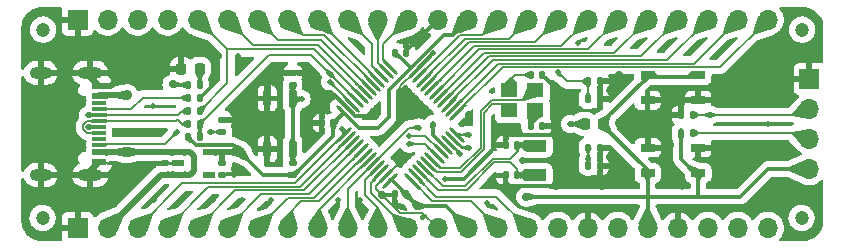
<source format=gtl>
%TF.GenerationSoftware,KiCad,Pcbnew,7.0.10*%
%TF.CreationDate,2024-02-06T11:27:38+08:00*%
%TF.ProjectId,UINIO-MCU-STM32F103C8T6,55494e49-4f2d-44d4-9355-2d53544d3332,Version 2.0.0*%
%TF.SameCoordinates,PX72c1710PY5584170*%
%TF.FileFunction,Copper,L1,Top*%
%TF.FilePolarity,Positive*%
%FSLAX46Y46*%
G04 Gerber Fmt 4.6, Leading zero omitted, Abs format (unit mm)*
G04 Created by KiCad (PCBNEW 7.0.10) date 2024-02-06 11:27:38*
%MOMM*%
%LPD*%
G01*
G04 APERTURE LIST*
G04 Aperture macros list*
%AMRoundRect*
0 Rectangle with rounded corners*
0 $1 Rounding radius*
0 $2 $3 $4 $5 $6 $7 $8 $9 X,Y pos of 4 corners*
0 Add a 4 corners polygon primitive as box body*
4,1,4,$2,$3,$4,$5,$6,$7,$8,$9,$2,$3,0*
0 Add four circle primitives for the rounded corners*
1,1,$1+$1,$2,$3*
1,1,$1+$1,$4,$5*
1,1,$1+$1,$6,$7*
1,1,$1+$1,$8,$9*
0 Add four rect primitives between the rounded corners*
20,1,$1+$1,$2,$3,$4,$5,0*
20,1,$1+$1,$4,$5,$6,$7,0*
20,1,$1+$1,$6,$7,$8,$9,0*
20,1,$1+$1,$8,$9,$2,$3,0*%
%AMHorizOval*
0 Thick line with rounded ends*
0 $1 width*
0 $2 $3 position (X,Y) of the first rounded end (center of the circle)*
0 $4 $5 position (X,Y) of the second rounded end (center of the circle)*
0 Add line between two ends*
20,1,$1,$2,$3,$4,$5,0*
0 Add two circle primitives to create the rounded ends*
1,1,$1,$2,$3*
1,1,$1,$4,$5*%
G04 Aperture macros list end*
%TA.AperFunction,SMDPad,CuDef*%
%ADD10RoundRect,0.135000X0.135000X0.185000X-0.135000X0.185000X-0.135000X-0.185000X0.135000X-0.185000X0*%
%TD*%
%TA.AperFunction,SMDPad,CuDef*%
%ADD11RoundRect,0.140000X0.140000X0.170000X-0.140000X0.170000X-0.140000X-0.170000X0.140000X-0.170000X0*%
%TD*%
%TA.AperFunction,SMDPad,CuDef*%
%ADD12RoundRect,0.135000X-0.135000X-0.185000X0.135000X-0.185000X0.135000X0.185000X-0.135000X0.185000X0*%
%TD*%
%TA.AperFunction,SMDPad,CuDef*%
%ADD13R,0.650000X1.200000*%
%TD*%
%TA.AperFunction,SMDPad,CuDef*%
%ADD14R,1.800000X1.000000*%
%TD*%
%TA.AperFunction,SMDPad,CuDef*%
%ADD15R,1.000000X0.600000*%
%TD*%
%TA.AperFunction,SMDPad,CuDef*%
%ADD16RoundRect,0.140000X-0.140000X-0.170000X0.140000X-0.170000X0.140000X0.170000X-0.140000X0.170000X0*%
%TD*%
%TA.AperFunction,SMDPad,CuDef*%
%ADD17RoundRect,0.218750X-0.218750X-0.256250X0.218750X-0.256250X0.218750X0.256250X-0.218750X0.256250X0*%
%TD*%
%TA.AperFunction,SMDPad,CuDef*%
%ADD18R,1.200000X0.650000*%
%TD*%
%TA.AperFunction,ComponentPad*%
%ADD19R,1.700000X1.700000*%
%TD*%
%TA.AperFunction,ComponentPad*%
%ADD20O,1.700000X1.700000*%
%TD*%
%TA.AperFunction,SMDPad,CuDef*%
%ADD21RoundRect,0.140000X-0.170000X0.140000X-0.170000X-0.140000X0.170000X-0.140000X0.170000X0.140000X0*%
%TD*%
%TA.AperFunction,ComponentPad*%
%ADD22C,1.200000*%
%TD*%
%TA.AperFunction,SMDPad,CuDef*%
%ADD23RoundRect,0.135000X0.185000X-0.135000X0.185000X0.135000X-0.185000X0.135000X-0.185000X-0.135000X0*%
%TD*%
%TA.AperFunction,ComponentPad*%
%ADD24O,2.100000X1.000000*%
%TD*%
%TA.AperFunction,ComponentPad*%
%ADD25O,1.900000X1.000000*%
%TD*%
%TA.AperFunction,SMDPad,CuDef*%
%ADD26R,1.150000X0.600000*%
%TD*%
%TA.AperFunction,SMDPad,CuDef*%
%ADD27R,1.150000X0.300000*%
%TD*%
%TA.AperFunction,SMDPad,CuDef*%
%ADD28RoundRect,0.140000X0.170000X-0.140000X0.170000X0.140000X-0.170000X0.140000X-0.170000X-0.140000X0*%
%TD*%
%TA.AperFunction,SMDPad,CuDef*%
%ADD29R,1.400000X1.200000*%
%TD*%
%TA.AperFunction,SMDPad,CuDef*%
%ADD30HorizOval,0.280000X-0.537401X0.537401X0.537401X-0.537401X0*%
%TD*%
%TA.AperFunction,SMDPad,CuDef*%
%ADD31HorizOval,0.280000X0.537401X0.537401X-0.537401X-0.537401X0*%
%TD*%
%TA.AperFunction,SMDPad,CuDef*%
%ADD32RoundRect,0.218750X0.218750X0.256250X-0.218750X0.256250X-0.218750X-0.256250X0.218750X-0.256250X0*%
%TD*%
%TA.AperFunction,ViaPad*%
%ADD33C,0.700000*%
%TD*%
%TA.AperFunction,ViaPad*%
%ADD34C,0.500000*%
%TD*%
%TA.AperFunction,ViaPad*%
%ADD35C,0.900000*%
%TD*%
%TA.AperFunction,Conductor*%
%ADD36C,0.300000*%
%TD*%
%TA.AperFunction,Conductor*%
%ADD37C,0.200000*%
%TD*%
%TA.AperFunction,Conductor*%
%ADD38C,0.500000*%
%TD*%
%TA.AperFunction,Conductor*%
%ADD39C,0.150000*%
%TD*%
G04 APERTURE END LIST*
D10*
%TO.P,R1,1*%
%TO.N,Net-(D1-A)*%
X12329060Y-6904468D03*
%TO.P,R1,2*%
%TO.N,/VDD_3.3V*%
X11309060Y-6904468D03*
%TD*%
D11*
%TO.P,C7,1*%
%TO.N,GND*%
X46190000Y-13727130D03*
%TO.P,C7,2*%
%TO.N,/BOOT0*%
X45230000Y-13727130D03*
%TD*%
D12*
%TO.P,R8,1*%
%TO.N,GND*%
X53080000Y-9410000D03*
%TO.P,R8,2*%
%TO.N,/PA14{slash}SWCLK*%
X54100000Y-9410000D03*
%TD*%
D13*
%TO.P,SW2,1,1*%
%TO.N,/NRST*%
X20205000Y-8022130D03*
%TO.P,SW2,2,2*%
X20205000Y-12322130D03*
%TO.P,SW2,3,3*%
%TO.N,GND*%
X18055000Y-8022130D03*
%TO.P,SW2,4,4*%
X18055000Y-12322130D03*
%TD*%
D14*
%TO.P,Y1,1,1*%
%TO.N,Net-(U2-PC15_OSC32_OUT)*%
X40799060Y-12012130D03*
%TO.P,Y1,2,GND*%
%TO.N,Net-(U2-PC14_OSC32_IN)*%
X40799060Y-14512130D03*
%TD*%
D15*
%TO.P,U1,1,Vin*%
%TO.N,/VDD_5V*%
X10529060Y-12576130D03*
%TO.P,U1,2,Vss*%
%TO.N,GND*%
X10529060Y-13526130D03*
%TO.P,U1,3,CE*%
%TO.N,/VDD_5V*%
X10529060Y-14476130D03*
%TO.P,U1,4,NC*%
%TO.N,unconnected-(U1-NC-Pad4)*%
X13129060Y-14476130D03*
%TO.P,U1,5,Vout*%
%TO.N,/VDD_3.3V*%
X13129060Y-12576130D03*
%TD*%
D16*
%TO.P,C11,1*%
%TO.N,GND*%
X38239060Y-11972130D03*
%TO.P,C11,2*%
%TO.N,Net-(U2-PC15_OSC32_OUT)*%
X39199060Y-11972130D03*
%TD*%
D17*
%TO.P,D1,1,K*%
%TO.N,GND*%
X10751560Y-5490000D03*
%TO.P,D1,2,A*%
%TO.N,Net-(D1-A)*%
X12326560Y-5490000D03*
%TD*%
D18*
%TO.P,SW3,1,1*%
%TO.N,GND*%
X50260000Y-12182130D03*
%TO.P,SW3,2,2*%
X54560000Y-12182130D03*
%TO.P,SW3,3,3*%
%TO.N,/VDD_3.3V*%
X50260000Y-14332130D03*
%TO.P,SW3,4,4*%
X54560000Y-14332130D03*
%TD*%
D19*
%TO.P,J3,1,Pin_1*%
%TO.N,GND*%
X63960000Y-6367130D03*
D20*
%TO.P,J3,2,Pin_2*%
%TO.N,/PA14{slash}SWCLK*%
X63960000Y-8907130D03*
%TO.P,J3,3,Pin_3*%
%TO.N,/PA13{slash}SWDIO*%
X63960000Y-11447130D03*
%TO.P,J3,4,Pin_4*%
%TO.N,/VDD_3.3V*%
X63960000Y-13987130D03*
%TD*%
D21*
%TO.P,C2,1*%
%TO.N,GND*%
X9429060Y-13512130D03*
%TO.P,C2,2*%
%TO.N,/VDD_5V*%
X9429060Y-14472130D03*
%TD*%
D12*
%TO.P,R10,1*%
%TO.N,/BOOT0*%
X45200000Y-12177130D03*
%TO.P,R10,2*%
%TO.N,GND*%
X46220000Y-12177130D03*
%TD*%
D22*
%TO.P,HOLE\u002A\u002A,*%
%TO.N,*%
X-920940Y-2190000D03*
%TD*%
D12*
%TO.P,R4,1*%
%TO.N,/VDD_3.3V*%
X11310000Y-11311846D03*
%TO.P,R4,2*%
%TO.N,/PA12*%
X12330000Y-11311846D03*
%TD*%
D22*
%TO.P,HOLE\u002A\u002A,*%
%TO.N,*%
X63339060Y-2190000D03*
%TD*%
%TO.P,HOLE\u002A\u002A,*%
%TO.N,*%
X63290000Y-18130000D03*
%TD*%
D11*
%TO.P,C4,1*%
%TO.N,GND*%
X29829060Y-4172130D03*
%TO.P,C4,2*%
%TO.N,/VDD_3.3V*%
X28869060Y-4172130D03*
%TD*%
D23*
%TO.P,R12,1*%
%TO.N,Net-(USB1-CC2)*%
X14229060Y-10850000D03*
%TO.P,R12,2*%
%TO.N,GND*%
X14229060Y-9830000D03*
%TD*%
D16*
%TO.P,C10,1*%
%TO.N,GND*%
X38239060Y-14542130D03*
%TO.P,C10,2*%
%TO.N,Net-(U2-PC14_OSC32_IN)*%
X39199060Y-14542130D03*
%TD*%
D24*
%TO.P,USB1,13,GND*%
%TO.N,GND*%
X3068060Y-5847130D03*
%TO.P,USB1,14,GND*%
X3068060Y-14497130D03*
D25*
%TO.P,USB1,15,GND*%
X-1131940Y-5847130D03*
%TO.P,USB1,16,GND*%
X-1131940Y-14497130D03*
D26*
%TO.P,USB1,A1B12,GND*%
X3830060Y-6972130D03*
%TO.P,USB1,A4B9,VBUS*%
%TO.N,/VDD_5V*%
X3830060Y-7772130D03*
D27*
%TO.P,USB1,A5,CC1*%
%TO.N,Net-(USB1-CC1)*%
X3830060Y-8922130D03*
%TO.P,USB1,A6,DP1*%
%TO.N,/USB_Data+*%
X3830060Y-9922130D03*
%TO.P,USB1,A7,DN1*%
%TO.N,/USB_Data-*%
X3830060Y-10422130D03*
%TO.P,USB1,A8,SBU1*%
%TO.N,unconnected-(USB1-SBU1-PadA8)*%
X3830060Y-11422130D03*
D26*
%TO.P,USB1,B1A12,GND*%
%TO.N,GND*%
X3830060Y-13372130D03*
%TO.P,USB1,B4A9,VBUS*%
%TO.N,/VDD_5V*%
X3830060Y-12572130D03*
D27*
%TO.P,USB1,B5,CC2*%
%TO.N,Net-(USB1-CC2)*%
X3830060Y-11922130D03*
%TO.P,USB1,B6,DP2*%
%TO.N,/USB_Data+*%
X3830060Y-10922130D03*
%TO.P,USB1,B7,DN2*%
%TO.N,/USB_Data-*%
X3830060Y-9422130D03*
%TO.P,USB1,B8,SBU2*%
%TO.N,unconnected-(USB1-SBU2-PadB8)*%
X3830060Y-8422130D03*
%TD*%
D28*
%TO.P,C5,1*%
%TO.N,GND*%
X14230000Y-14472130D03*
%TO.P,C5,2*%
%TO.N,/VDD_3.3V*%
X14230000Y-13512130D03*
%TD*%
D10*
%TO.P,R9,1*%
%TO.N,/PA13{slash}SWDIO*%
X54100000Y-10940000D03*
%TO.P,R9,2*%
%TO.N,/VDD_3.3V*%
X53080000Y-10940000D03*
%TD*%
D29*
%TO.P,Y2,1,1*%
%TO.N,Net-(U2-PD1_OSC_OUT)*%
X40759060Y-7332130D03*
%TO.P,Y2,2,2*%
%TO.N,Net-(C12-Pad2)*%
X38559060Y-7332130D03*
%TO.P,Y2,3,3*%
%TO.N,Net-(U2-PD0_OSC_IN)*%
X38559060Y-9032130D03*
%TO.P,Y2,4,4*%
%TO.N,Net-(C8-Pad2)*%
X40759060Y-9032130D03*
%TD*%
D12*
%TO.P,R5,1*%
%TO.N,/PB2{slash}BOOT1*%
X45200000Y-8077130D03*
%TO.P,R5,2*%
%TO.N,GND*%
X46220000Y-8077130D03*
%TD*%
D16*
%TO.P,C6,1*%
%TO.N,GND*%
X28859060Y-16152130D03*
%TO.P,C6,2*%
%TO.N,/VDD_3.3V*%
X29819060Y-16152130D03*
%TD*%
D30*
%TO.P,U2,1,VBAT*%
%TO.N,/VBAT*%
X30268299Y-14975456D03*
%TO.P,U2,2,PC13_TAMPER_RTC*%
%TO.N,/PC13*%
X30621852Y-14621903D03*
%TO.P,U2,3,PC14_OSC32_IN*%
%TO.N,Net-(U2-PC14_OSC32_IN)*%
X30975406Y-14268349D03*
%TO.P,U2,4,PC15_OSC32_OUT*%
%TO.N,Net-(U2-PC15_OSC32_OUT)*%
X31328959Y-13914796D03*
%TO.P,U2,5,PD0_OSC_IN*%
%TO.N,Net-(U2-PD0_OSC_IN)*%
X31682512Y-13561243D03*
%TO.P,U2,6,PD1_OSC_OUT*%
%TO.N,Net-(U2-PD1_OSC_OUT)*%
X32036066Y-13207689D03*
%TO.P,U2,7,NRST*%
%TO.N,/NRST*%
X32389619Y-12854136D03*
%TO.P,U2,8,VSSA*%
%TO.N,GND*%
X32743173Y-12500582D03*
%TO.P,U2,9,VDDA*%
%TO.N,Net-(U2-VDDA)*%
X33096726Y-12147029D03*
%TO.P,U2,10,PA0_WAKEUP*%
%TO.N,/PA0*%
X33450279Y-11793476D03*
%TO.P,U2,11,PA1*%
%TO.N,/PA1*%
X33803833Y-11439922D03*
%TO.P,U2,12,PA2*%
%TO.N,/PA2*%
X34157386Y-11086369D03*
D31*
%TO.P,U2,13,PA3*%
%TO.N,/PA3*%
X34157386Y-9247891D03*
%TO.P,U2,14,PA4*%
%TO.N,/PA4*%
X33803833Y-8894338D03*
%TO.P,U2,15,PA5*%
%TO.N,/PA5*%
X33450279Y-8540784D03*
%TO.P,U2,16,PA6*%
%TO.N,/PA6*%
X33096726Y-8187231D03*
%TO.P,U2,17,PA7*%
%TO.N,/PA7*%
X32743173Y-7833678D03*
%TO.P,U2,18,PB0*%
%TO.N,/PB0*%
X32389619Y-7480124D03*
%TO.P,U2,19,PB1*%
%TO.N,/PB1*%
X32036066Y-7126571D03*
%TO.P,U2,20,PB2*%
%TO.N,/PB2{slash}BOOT1*%
X31682512Y-6773017D03*
%TO.P,U2,21,PB10*%
%TO.N,/PB10*%
X31328959Y-6419464D03*
%TO.P,U2,22,PB11*%
%TO.N,/PB11*%
X30975406Y-6065911D03*
%TO.P,U2,23,VSS_1*%
%TO.N,GND*%
X30621852Y-5712357D03*
%TO.P,U2,24,VDD_1*%
%TO.N,/VDD_3.3V*%
X30268299Y-5358804D03*
D30*
%TO.P,U2,25,PB12*%
%TO.N,/PB12*%
X28429821Y-5358804D03*
%TO.P,U2,26,PB13*%
%TO.N,/PB13*%
X28076268Y-5712357D03*
%TO.P,U2,27,PB14*%
%TO.N,/PB14*%
X27722714Y-6065911D03*
%TO.P,U2,28,PB15*%
%TO.N,/PB15*%
X27369161Y-6419464D03*
%TO.P,U2,29,PA8*%
%TO.N,/PA8*%
X27015608Y-6773017D03*
%TO.P,U2,30,PA9*%
%TO.N,/PA9*%
X26662054Y-7126571D03*
%TO.P,U2,31,PA10*%
%TO.N,/PA10*%
X26308501Y-7480124D03*
%TO.P,U2,32,PA11*%
%TO.N,/PA11*%
X25954947Y-7833678D03*
%TO.P,U2,33,PA12*%
%TO.N,/PA12*%
X25601394Y-8187231D03*
%TO.P,U2,34,PA13*%
%TO.N,/PA13{slash}SWDIO*%
X25247841Y-8540784D03*
%TO.P,U2,35,VSS_2*%
%TO.N,GND*%
X24894287Y-8894338D03*
%TO.P,U2,36,VDD_2*%
%TO.N,/VDD_3.3V*%
X24540734Y-9247891D03*
D31*
%TO.P,U2,37,PA14*%
%TO.N,/PA14{slash}SWCLK*%
X24540734Y-11086369D03*
%TO.P,U2,38,PA15*%
%TO.N,/PA15*%
X24894287Y-11439922D03*
%TO.P,U2,39,PB3*%
%TO.N,/PB3*%
X25247841Y-11793476D03*
%TO.P,U2,40,PB4*%
%TO.N,/PB4*%
X25601394Y-12147029D03*
%TO.P,U2,41,PB5*%
%TO.N,/PB5*%
X25954947Y-12500582D03*
%TO.P,U2,42,PB6*%
%TO.N,/PB6*%
X26308501Y-12854136D03*
%TO.P,U2,43,PB7*%
%TO.N,/PB7*%
X26662054Y-13207689D03*
%TO.P,U2,44,BOOT0*%
%TO.N,/BOOT0*%
X27015608Y-13561243D03*
%TO.P,U2,45,PB8*%
%TO.N,/PB8*%
X27369161Y-13914796D03*
%TO.P,U2,46,PB9*%
%TO.N,/PB9*%
X27722714Y-14268349D03*
%TO.P,U2,47,VSS_3*%
%TO.N,GND*%
X28076268Y-14621903D03*
%TO.P,U2,48,VDD_3*%
%TO.N,/VDD_3.3V*%
X28429821Y-14975456D03*
%TD*%
D11*
%TO.P,C8,1*%
%TO.N,GND*%
X41329060Y-10342130D03*
%TO.P,C8,2*%
%TO.N,Net-(C8-Pad2)*%
X40369060Y-10342130D03*
%TD*%
D22*
%TO.P,HOLE\u002A\u002A,*%
%TO.N,*%
X-970000Y-18130000D03*
%TD*%
D12*
%TO.P,R3,1*%
%TO.N,/USB_Data-*%
X11310000Y-9108156D03*
%TO.P,R3,2*%
%TO.N,/PA11*%
X12330000Y-9108156D03*
%TD*%
%TO.P,R2,1*%
%TO.N,/USB_Data+*%
X11310000Y-10210000D03*
%TO.P,R2,2*%
%TO.N,/PA12*%
X12330000Y-10210000D03*
%TD*%
D11*
%TO.P,C1,1*%
%TO.N,GND*%
X46190000Y-6577130D03*
%TO.P,C1,2*%
%TO.N,/PB2{slash}BOOT1*%
X45230000Y-6577130D03*
%TD*%
D32*
%TO.P,L1,1,1*%
%TO.N,/VDD_3.3V*%
X46497500Y-10177130D03*
%TO.P,L1,2,2*%
%TO.N,Net-(U2-VDDA)*%
X44922500Y-10177130D03*
%TD*%
D28*
%TO.P,C9,1*%
%TO.N,/NRST*%
X20210000Y-6860000D03*
%TO.P,C9,2*%
%TO.N,GND*%
X20210000Y-5900000D03*
%TD*%
D12*
%TO.P,R11,1*%
%TO.N,Net-(USB1-CC1)*%
X11310000Y-8006312D03*
%TO.P,R11,2*%
%TO.N,GND*%
X12330000Y-8006312D03*
%TD*%
D16*
%TO.P,C3,1*%
%TO.N,GND*%
X22699060Y-10132130D03*
%TO.P,C3,2*%
%TO.N,/VDD_3.3V*%
X23659060Y-10132130D03*
%TD*%
D23*
%TO.P,R6,1*%
%TO.N,/VDD_3.3V*%
X20210000Y-14490000D03*
%TO.P,R6,2*%
%TO.N,/NRST*%
X20210000Y-13470000D03*
%TD*%
D11*
%TO.P,C12,1*%
%TO.N,GND*%
X41329060Y-6022130D03*
%TO.P,C12,2*%
%TO.N,Net-(C12-Pad2)*%
X40369060Y-6022130D03*
%TD*%
D18*
%TO.P,SW1,1,1*%
%TO.N,GND*%
X54550000Y-8172130D03*
%TO.P,SW1,2,2*%
X50250000Y-8172130D03*
%TO.P,SW1,3,3*%
%TO.N,/VDD_3.3V*%
X54550000Y-6022130D03*
%TO.P,SW1,4,4*%
X50250000Y-6022130D03*
%TD*%
D19*
%TO.P,J1,1,Pin_1*%
%TO.N,GND*%
X1999060Y-1342130D03*
D20*
%TO.P,J1,2,Pin_2*%
%TO.N,/VDD_3.3V*%
X4539060Y-1342130D03*
%TO.P,J1,3,Pin_3*%
%TO.N,/PA13{slash}SWDIO*%
X7079060Y-1342130D03*
%TO.P,J1,4,Pin_4*%
%TO.N,/PA12*%
X9619060Y-1342130D03*
%TO.P,J1,5,Pin_5*%
%TO.N,/PA11*%
X12159060Y-1342130D03*
%TO.P,J1,6,Pin_6*%
%TO.N,/PA10*%
X14699060Y-1342130D03*
%TO.P,J1,7,Pin_7*%
%TO.N,/PA9*%
X17239060Y-1342130D03*
%TO.P,J1,8,Pin_8*%
%TO.N,/PA8*%
X19779060Y-1342130D03*
%TO.P,J1,9,Pin_9*%
%TO.N,/PB15*%
X22319060Y-1342130D03*
%TO.P,J1,10,Pin_10*%
%TO.N,/PB14*%
X24859060Y-1342130D03*
%TO.P,J1,11,Pin_11*%
%TO.N,/PB13*%
X27399060Y-1342130D03*
%TO.P,J1,12,Pin_12*%
%TO.N,/PB12*%
X29939060Y-1342130D03*
%TO.P,J1,13,Pin_13*%
%TO.N,GND*%
X32479060Y-1342130D03*
%TO.P,J1,14,Pin_14*%
%TO.N,/VDD_3.3V*%
X35019060Y-1342130D03*
%TO.P,J1,15,Pin_15*%
%TO.N,/PB11*%
X37559060Y-1342130D03*
%TO.P,J1,16,Pin_16*%
%TO.N,/PB10*%
X40099060Y-1342130D03*
%TO.P,J1,17,Pin_17*%
%TO.N,/PB2{slash}BOOT1*%
X42639060Y-1342130D03*
%TO.P,J1,18,Pin_18*%
%TO.N,/PB1*%
X45179060Y-1342130D03*
%TO.P,J1,19,Pin_19*%
%TO.N,/PB0*%
X47719060Y-1342130D03*
%TO.P,J1,20,Pin_20*%
%TO.N,/PA7*%
X50259060Y-1342130D03*
%TO.P,J1,21,Pin_21*%
%TO.N,/PA6*%
X52799060Y-1342130D03*
%TO.P,J1,22,Pin_22*%
%TO.N,/PA5*%
X55339060Y-1342130D03*
%TO.P,J1,23,Pin_23*%
%TO.N,/PA4*%
X57879060Y-1342130D03*
%TO.P,J1,24,Pin_24*%
%TO.N,/PA3*%
X60419060Y-1342130D03*
%TD*%
D19*
%TO.P,J2,1,Pin_1*%
%TO.N,GND*%
X1999060Y-18982130D03*
D20*
%TO.P,J2,2,Pin_2*%
%TO.N,/VDD_5V*%
X4539060Y-18982130D03*
%TO.P,J2,3,Pin_3*%
%TO.N,/PA14{slash}SWCLK*%
X7079060Y-18982130D03*
%TO.P,J2,4,Pin_4*%
%TO.N,/PA15*%
X9619060Y-18982130D03*
%TO.P,J2,5,Pin_5*%
%TO.N,/PB3*%
X12159060Y-18982130D03*
%TO.P,J2,6,Pin_6*%
%TO.N,/PB4*%
X14699060Y-18982130D03*
%TO.P,J2,7,Pin_7*%
%TO.N,/PB5*%
X17239060Y-18982130D03*
%TO.P,J2,8,Pin_8*%
%TO.N,/PB6*%
X19779060Y-18982130D03*
%TO.P,J2,9,Pin_9*%
%TO.N,/PB7*%
X22319060Y-18982130D03*
%TO.P,J2,10,Pin_10*%
%TO.N,/BOOT0*%
X24859060Y-18982130D03*
%TO.P,J2,11,Pin_11*%
%TO.N,/PB8*%
X27399060Y-18982130D03*
%TO.P,J2,12,Pin_12*%
%TO.N,/PB9*%
X29939060Y-18982130D03*
%TO.P,J2,13,Pin_13*%
%TO.N,GND*%
X32479060Y-18982130D03*
%TO.P,J2,14,Pin_14*%
%TO.N,/VDD_3.3V*%
X35019060Y-18982130D03*
%TO.P,J2,15,Pin_15*%
%TO.N,/VBAT*%
X37559060Y-18982130D03*
%TO.P,J2,16,Pin_16*%
%TO.N,/PC13*%
X40099060Y-18982130D03*
%TO.P,J2,17,Pin_17*%
%TO.N,/VDD_3.3V*%
X42639060Y-18982130D03*
%TO.P,J2,18,Pin_18*%
%TO.N,GND*%
X45179060Y-18982130D03*
%TO.P,J2,19,Pin_19*%
%TO.N,/NRST*%
X47719060Y-18982130D03*
%TO.P,J2,20,Pin_20*%
%TO.N,/VDD_3.3V*%
X50259060Y-18982130D03*
%TO.P,J2,21,Pin_21*%
%TO.N,GND*%
X52799060Y-18982130D03*
%TO.P,J2,22,Pin_22*%
%TO.N,/PA0*%
X55339060Y-18982130D03*
%TO.P,J2,23,Pin_23*%
%TO.N,/PA1*%
X57879060Y-18982130D03*
%TO.P,J2,24,Pin_24*%
%TO.N,/PA2*%
X60419060Y-18982130D03*
%TD*%
D33*
%TO.N,GND*%
X21635000Y-11165000D03*
D34*
X60490000Y-10160000D03*
X26080000Y-3820000D03*
X18379060Y-16652130D03*
X60490000Y-12680000D03*
X10819060Y-16652130D03*
D33*
X55540000Y-15360000D03*
X29329060Y-7442130D03*
D34*
X10910000Y-3410000D03*
X32109060Y-4202130D03*
X15929060Y-16652130D03*
X15199060Y-14472130D03*
X8340000Y-10880000D03*
X46909060Y-3322130D03*
X44389060Y-3322130D03*
D33*
X29349060Y-13332130D03*
D34*
X53139060Y-15512130D03*
X36699060Y-16872130D03*
X57139060Y-3322130D03*
X8439060Y-16652130D03*
D33*
X17499060Y-10252130D03*
X42469060Y-7162130D03*
D34*
X49466560Y-3322130D03*
X24029060Y-16652130D03*
X8340000Y-8680000D03*
X52024060Y-3322130D03*
X33090000Y-14810000D03*
D33*
X27784060Y-16207130D03*
X46409060Y-15392130D03*
X52150000Y-12000000D03*
D34*
X30070000Y-11172130D03*
X25939060Y-16652130D03*
X15550000Y-4400000D03*
D33*
X42469060Y-15392130D03*
X35139060Y-9462130D03*
X13870000Y-4400000D03*
D34*
X37120000Y-7400000D03*
D33*
X47830000Y-6000000D03*
X27213505Y-9468185D03*
X22700000Y-7442130D03*
D34*
X54581560Y-3322130D03*
X13459060Y-16652130D03*
%TO.N,/PB2{slash}BOOT1*%
X42639060Y-5811630D03*
D35*
%TO.N,/VDD_5V*%
X6169060Y-7762130D03*
X6169060Y-12562130D03*
D33*
%TO.N,/VDD_3.3V*%
X30749060Y-17112130D03*
X10043465Y-6836535D03*
X39993465Y-16336535D03*
D35*
X15783465Y-12576535D03*
D34*
%TO.N,/BOOT0*%
X30870000Y-10480000D03*
X45230000Y-13160000D03*
%TO.N,/NRST*%
X20959060Y-8072130D03*
X30060000Y-11860000D03*
%TO.N,/PA13{slash}SWDIO*%
X23356930Y-6630000D03*
%TO.N,/PA12*%
X23349581Y-5910419D03*
%TO.N,/PA14{slash}SWCLK*%
X55520000Y-9410000D03*
X24400000Y-10620000D03*
%TO.N,/PA0*%
X34348768Y-12681838D03*
%TO.N,/PA1*%
X35150000Y-12180000D03*
%TO.N,/PA2*%
X35149060Y-11082130D03*
%TO.N,Net-(U2-VDDA)*%
X43670000Y-10180000D03*
X32090000Y-10180000D03*
%TO.N,/USB_Data-*%
X2899060Y-9422130D03*
X2899060Y-10422130D03*
%TO.N,Net-(USB1-CC2)*%
X13180000Y-10850000D03*
X10410000Y-10850000D03*
%TD*%
D36*
%TO.N,GND*%
X37527870Y-11972130D02*
X38239060Y-11972130D01*
X38539060Y-15392130D02*
X42469060Y-15392130D01*
X22702130Y-7440000D02*
X23456930Y-7440000D01*
D37*
X27279060Y-15702130D02*
X27279060Y-15394111D01*
X29269060Y-17692130D02*
X31189060Y-17692130D01*
D36*
X42479060Y-11122130D02*
X42439060Y-11082130D01*
D37*
X27279060Y-15394111D02*
X28076268Y-14596903D01*
D36*
X42439060Y-11082130D02*
X38549060Y-11082130D01*
X30623833Y-5687357D02*
X30621852Y-5687357D01*
X27213505Y-9468185D02*
X25495115Y-9468185D01*
X42479060Y-10342130D02*
X41329060Y-10342130D01*
X29829060Y-3982130D02*
X32469060Y-1342130D01*
D37*
X29329060Y-7442130D02*
X29329060Y-6982130D01*
D36*
X29829060Y-4102130D02*
X29829060Y-3982130D01*
D37*
X29329060Y-6982130D02*
X30621852Y-5689338D01*
D36*
X22699060Y-7443070D02*
X22699060Y-10132130D01*
D38*
X6320000Y-5490000D02*
X4837870Y-6972130D01*
D36*
X42479060Y-7172130D02*
X42479060Y-11022130D01*
X42479060Y-15382130D02*
X42479060Y-11122130D01*
D38*
X-1131940Y-14497130D02*
X3068060Y-14497130D01*
D36*
X24886268Y-8869338D02*
X24894287Y-8869338D01*
X13870000Y-4400000D02*
X13870000Y-6440000D01*
X42469060Y-7162130D02*
X42479060Y-7172130D01*
X22700000Y-7442130D02*
X22702130Y-7440000D01*
X38239060Y-11392130D02*
X38239060Y-11972130D01*
D38*
X18880000Y-5900000D02*
X20210000Y-5900000D01*
D36*
X42469060Y-15392130D02*
X42479060Y-15382130D01*
X42479060Y-11022130D02*
X42479060Y-10342130D01*
D37*
X31189060Y-17692130D02*
X32479060Y-18982130D01*
D36*
X22700000Y-7442130D02*
X22699060Y-7443070D01*
X25495115Y-9468185D02*
X24896268Y-8869338D01*
D37*
X29349060Y-13332130D02*
X28086268Y-14594922D01*
D36*
X38549060Y-11082130D02*
X38239060Y-11392130D01*
D37*
X30070000Y-11172130D02*
X31439721Y-11172130D01*
D36*
X34690000Y-14810000D02*
X37527870Y-11972130D01*
D38*
X-1131940Y-5847130D02*
X-1131940Y-14497130D01*
D37*
X27784060Y-16207130D02*
X27279060Y-15702130D01*
D38*
X3068060Y-14497130D02*
X3068060Y-14134130D01*
D36*
X32109060Y-4202130D02*
X30623833Y-5687357D01*
X38229060Y-14552130D02*
X38229060Y-15082130D01*
D38*
X4837870Y-6972130D02*
X3830060Y-6972130D01*
D37*
X31439721Y-11172130D02*
X32743173Y-12475582D01*
D38*
X18087870Y-6692130D02*
X18880000Y-5900000D01*
X3068060Y-14134130D02*
X3830060Y-13372130D01*
D36*
X38229060Y-15082130D02*
X38539060Y-15392130D01*
D38*
X3068060Y-6211130D02*
X3068060Y-5847130D01*
D36*
X42469060Y-7162130D02*
X41329060Y-6022130D01*
X13870000Y-6440000D02*
X12368156Y-7941844D01*
X33090000Y-14810000D02*
X34690000Y-14810000D01*
D39*
X19240000Y-6830000D02*
X19240000Y-6837130D01*
D37*
X10529060Y-13526130D02*
X9443060Y-13526130D01*
D36*
X28804060Y-16207130D02*
X27784060Y-16207130D01*
D37*
X27784060Y-16207130D02*
X29269060Y-17692130D01*
D38*
X3829060Y-6972130D02*
X3068060Y-6211130D01*
D36*
X46409060Y-15392130D02*
X42469060Y-15392130D01*
D38*
X18087870Y-8022130D02*
X18087870Y-6692130D01*
D36*
X23456930Y-7440000D02*
X24886268Y-8869338D01*
D38*
X3068060Y-5847130D02*
X-1131940Y-5847130D01*
D36*
X42479060Y-11122130D02*
X42479060Y-11022130D01*
D38*
X10751560Y-5490000D02*
X6320000Y-5490000D01*
D37*
%TO.N,/PB2{slash}BOOT1*%
X43404560Y-6577130D02*
X45230000Y-6577130D01*
X31682512Y-6738678D02*
X35169060Y-3252130D01*
X45230000Y-6577130D02*
X45230000Y-8047130D01*
X40729060Y-3252130D02*
X42639060Y-1342130D01*
X42639060Y-5811630D02*
X43404560Y-6577130D01*
X35169060Y-3252130D02*
X40729060Y-3252130D01*
D38*
%TO.N,/VDD_5V*%
X6169060Y-7762130D02*
X3835060Y-7762130D01*
X9049060Y-14472130D02*
X4539060Y-18982130D01*
X9429060Y-14472130D02*
X10525060Y-14472130D01*
X11829060Y-14152130D02*
X11829060Y-12882130D01*
X11523060Y-12576130D02*
X10529060Y-12576130D01*
X9429060Y-14472130D02*
X9049060Y-14472130D01*
X6169060Y-12562130D02*
X10515060Y-12562130D01*
X11505060Y-14476130D02*
X11829060Y-14152130D01*
X3835060Y-12562130D02*
X6169060Y-12562130D01*
X11829060Y-12882130D02*
X11523060Y-12576130D01*
X10529060Y-14476130D02*
X11505060Y-14476130D01*
D36*
%TO.N,/VDD_3.3V*%
X20300000Y-14520000D02*
X23659060Y-11160940D01*
X46497500Y-9964630D02*
X50260000Y-6202130D01*
X54560000Y-14332130D02*
X54560000Y-16330000D01*
D38*
X14230000Y-12576130D02*
X15783060Y-12576130D01*
D36*
X46497500Y-10339630D02*
X50260000Y-14102130D01*
D38*
X14230000Y-12576130D02*
X14230000Y-13512130D01*
D36*
X30115734Y-5358804D02*
X30268299Y-5358804D01*
X32989060Y-2612130D02*
X33749060Y-2612130D01*
X15783465Y-12576535D02*
X17726930Y-14520000D01*
X30268299Y-5333804D02*
X28330000Y-7272103D01*
X54736930Y-16340000D02*
X39996930Y-16340000D01*
X28330000Y-9620000D02*
X27450000Y-10500000D01*
X33149060Y-17112130D02*
X30749060Y-17112130D01*
X12012622Y-11950000D02*
X11310000Y-11247378D01*
X28617386Y-14950456D02*
X28429821Y-14950456D01*
X15156930Y-11950000D02*
X12012622Y-11950000D01*
X54736930Y-16340000D02*
X58101190Y-16340000D01*
X33149060Y-17112130D02*
X35019060Y-18982130D01*
X58101190Y-16340000D02*
X60449060Y-13992130D01*
D39*
X15500595Y-12293665D02*
X15448465Y-12293665D01*
D36*
X53080000Y-13140000D02*
X54272130Y-14332130D01*
X24540734Y-9222891D02*
X24540734Y-9230456D01*
X53080000Y-10710000D02*
X53080000Y-13140000D01*
X23659060Y-11160940D02*
X23659060Y-10132130D01*
X30268299Y-5358804D02*
X30268299Y-5333804D01*
X15783465Y-12576535D02*
X15498465Y-12291535D01*
X60449060Y-13992130D02*
X63624060Y-13992130D01*
X15498465Y-12291535D02*
X15448465Y-12291535D01*
D38*
X15783060Y-12576130D02*
X15783465Y-12576535D01*
D36*
X33749060Y-2612130D02*
X35019060Y-1342130D01*
X54560000Y-16330000D02*
X54550000Y-16340000D01*
X28330000Y-7272103D02*
X28330000Y-9620000D01*
X29819060Y-16182130D02*
X30749060Y-17112130D01*
X30268299Y-5333804D02*
X30268299Y-5332891D01*
D38*
X13294000Y-12576130D02*
X14230000Y-12576130D01*
D36*
X15783060Y-12576130D02*
X15156930Y-11950000D01*
X29819060Y-16152130D02*
X28617386Y-14950456D01*
X17726930Y-14520000D02*
X20300000Y-14520000D01*
X10046930Y-6840000D02*
X10043465Y-6836535D01*
X30268299Y-5332891D02*
X32989060Y-2612130D01*
X39996930Y-16340000D02*
X39993465Y-16336535D01*
X54550000Y-16340000D02*
X54736930Y-16340000D01*
X11309060Y-6840000D02*
X10046930Y-6840000D01*
D38*
X14230000Y-12576130D02*
X14230000Y-13510000D01*
D36*
X28929060Y-4172130D02*
X30115734Y-5358804D01*
X27450000Y-10500000D02*
X25817843Y-10500000D01*
X50260000Y-18531190D02*
X50260000Y-14102130D01*
X50260000Y-6202130D02*
X54560000Y-6202130D01*
X25817843Y-10500000D02*
X24540734Y-9222891D01*
X24540734Y-9230456D02*
X23659060Y-10112130D01*
D39*
X15783465Y-12576535D02*
X15500595Y-12293665D01*
D37*
%TO.N,/BOOT0*%
X45230000Y-13160000D02*
X45230000Y-12426190D01*
X45230000Y-12426190D02*
X45449060Y-12207130D01*
X30071851Y-10480000D02*
X24859060Y-15692791D01*
X24859060Y-15692791D02*
X24859060Y-18982130D01*
X30870000Y-10480000D02*
X30071851Y-10480000D01*
X45230000Y-13160000D02*
X45230000Y-13727130D01*
%TO.N,Net-(C8-Pad2)*%
X40369060Y-10342130D02*
X40369060Y-9422130D01*
D36*
%TO.N,/NRST*%
X20210000Y-13470000D02*
X20210000Y-12327130D01*
X20205000Y-8070000D02*
X20205000Y-12370000D01*
D37*
X30060000Y-11860000D02*
X31406930Y-11860000D01*
X20207130Y-8072130D02*
X20959060Y-8072130D01*
D36*
X20200000Y-6830000D02*
X20200000Y-8017130D01*
D37*
X31406930Y-11860000D02*
X32376066Y-12829136D01*
%TO.N,Net-(U2-PC14_OSC32_IN)*%
X32502057Y-15770000D02*
X30975406Y-14243349D01*
X39199060Y-14542130D02*
X39199060Y-14019060D01*
X39199060Y-14019060D02*
X38592130Y-13412130D01*
X37289060Y-13412130D02*
X34931190Y-15770000D01*
X40799060Y-14512130D02*
X39229060Y-14512130D01*
X38592130Y-13412130D02*
X37289060Y-13412130D01*
X34931190Y-15770000D02*
X32502057Y-15770000D01*
%TO.N,Net-(U2-PC15_OSC32_OUT)*%
X39199060Y-11972130D02*
X39199060Y-12532130D01*
X39199060Y-12532130D02*
X38619060Y-13112130D01*
X32909163Y-15470000D02*
X31328959Y-13889796D01*
X38619060Y-13112130D02*
X37164796Y-13112130D01*
X37164796Y-13112130D02*
X34806926Y-15470000D01*
X40799060Y-12012130D02*
X39239060Y-12012130D01*
X34806926Y-15470000D02*
X32909163Y-15470000D01*
%TO.N,Net-(C12-Pad2)*%
X40369060Y-6022130D02*
X39009060Y-6022130D01*
X38559060Y-6472130D02*
X38559060Y-7332130D01*
X39009060Y-6022130D02*
X38559060Y-6472130D01*
D36*
%TO.N,Net-(D1-A)*%
X12329060Y-6840000D02*
X12329060Y-5492500D01*
D37*
%TO.N,/PA13{slash}SWDIO*%
X23356930Y-6630000D02*
X25242714Y-8515784D01*
X63452870Y-10940000D02*
X54100000Y-10940000D01*
%TO.N,/PA12*%
X23349582Y-5910419D02*
X25601394Y-8162231D01*
X21759162Y-4320000D02*
X23349581Y-5910419D01*
D36*
X12330000Y-10210000D02*
X12330000Y-11311846D01*
D37*
X23349581Y-5910419D02*
X23349582Y-5910419D01*
X12330000Y-10160000D02*
X18170000Y-4320000D01*
X18170000Y-4320000D02*
X21759162Y-4320000D01*
%TO.N,/PA11*%
X25954947Y-7808678D02*
X22016269Y-3870000D01*
X12330000Y-9108156D02*
X14686930Y-6751226D01*
X14686930Y-6751226D02*
X14686930Y-3870000D01*
X14686930Y-3870000D02*
X22016269Y-3870000D01*
X14686930Y-3870000D02*
X12159060Y-1342130D01*
%TO.N,/PA10*%
X26308501Y-7455124D02*
X22315507Y-3462130D01*
X16829060Y-3462130D02*
X14709060Y-1342130D01*
X22315507Y-3462130D02*
X16829060Y-3462130D01*
%TO.N,/PA9*%
X18939060Y-3042130D02*
X17239060Y-1342130D01*
X26662054Y-7101571D02*
X22602613Y-3042130D01*
X22602613Y-3042130D02*
X18939060Y-3042130D01*
%TO.N,/PA8*%
X21069060Y-2632130D02*
X19779060Y-1342130D01*
X22899721Y-2632130D02*
X21069060Y-2632130D01*
X27015608Y-6748017D02*
X22899721Y-2632130D01*
%TO.N,/PB15*%
X27369161Y-6382231D02*
X22329060Y-1342130D01*
%TO.N,/PB14*%
X26950000Y-5268197D02*
X26950000Y-3440000D01*
X26950000Y-3440000D02*
X24859060Y-1349060D01*
X27722714Y-6040911D02*
X26950000Y-5268197D01*
%TO.N,/PB13*%
X27400000Y-5011089D02*
X27400000Y-1343070D01*
X28076268Y-5687357D02*
X27400000Y-5011089D01*
%TO.N,/PB12*%
X27840000Y-4743983D02*
X27840000Y-3440000D01*
X27840000Y-3440000D02*
X29937870Y-1342130D01*
X28429821Y-5333804D02*
X27840000Y-4743983D01*
%TO.N,/PB11*%
X34349060Y-2652130D02*
X36249060Y-2652130D01*
X36249060Y-2652130D02*
X37559060Y-1342130D01*
X30975406Y-6025784D02*
X34349060Y-2652130D01*
%TO.N,/PB10*%
X34771293Y-2952130D02*
X38489060Y-2952130D01*
X38489060Y-2952130D02*
X40099060Y-1342130D01*
X31328959Y-6394464D02*
X34771293Y-2952130D01*
%TO.N,/PB1*%
X35585507Y-3552130D02*
X42959060Y-3552130D01*
X32036066Y-7101571D02*
X35585507Y-3552130D01*
X42959060Y-3552130D02*
X45169060Y-1342130D01*
%TO.N,/PB0*%
X45199060Y-3852130D02*
X47709060Y-1342130D01*
X35992613Y-3852130D02*
X45199060Y-3852130D01*
X32389619Y-7455124D02*
X35992613Y-3852130D01*
%TO.N,/PA7*%
X34119060Y-6432130D02*
X36389060Y-4162130D01*
X34119060Y-6432791D02*
X34119060Y-6432130D01*
X32743173Y-7808678D02*
X34119060Y-6432791D01*
X47429060Y-4162130D02*
X50249060Y-1342130D01*
X36389060Y-4162130D02*
X47429060Y-4162130D01*
%TO.N,/PA6*%
X36789060Y-4462130D02*
X49669060Y-4462130D01*
X33096726Y-8154464D02*
X36789060Y-4462130D01*
X49669060Y-4462130D02*
X52789060Y-1342130D01*
%TO.N,/PA5*%
X33450279Y-8515784D02*
X33450279Y-8441744D01*
X33450279Y-8441744D02*
X37129893Y-4762130D01*
X51909060Y-4762130D02*
X55329060Y-1342130D01*
X37129893Y-4762130D02*
X51909060Y-4762130D01*
%TO.N,/PA4*%
X34347079Y-8334111D02*
X37619060Y-5062130D01*
X54149060Y-5062130D02*
X57869060Y-1342130D01*
X37619060Y-5062130D02*
X54149060Y-5062130D01*
%TO.N,/PA3*%
X37999060Y-5362130D02*
X56389060Y-5362130D01*
X34157386Y-9203804D02*
X37999060Y-5362130D01*
X56389060Y-5362130D02*
X60409060Y-1342130D01*
%TO.N,/PA14{slash}SWCLK*%
X54100000Y-9410000D02*
X55520000Y-9410000D01*
X55520000Y-9410000D02*
X63457130Y-9410000D01*
X20389060Y-15212130D02*
X10849060Y-15212130D01*
X10849060Y-15212130D02*
X7079060Y-18982130D01*
X24400000Y-11201190D02*
X20389060Y-15212130D01*
X24700000Y-10920000D02*
X24400000Y-10620000D01*
%TO.N,/PA15*%
X12909060Y-15692130D02*
X9619060Y-18982130D01*
X13079060Y-15512130D02*
X12909060Y-15682130D01*
X24894287Y-11414922D02*
X20797079Y-15512130D01*
X12909060Y-15682130D02*
X12909060Y-15692130D01*
X20797079Y-15512130D02*
X13079060Y-15512130D01*
%TO.N,/PB3*%
X21204187Y-15812130D02*
X15329060Y-15812130D01*
X15329060Y-15812130D02*
X12159060Y-18982130D01*
X25247841Y-11768476D02*
X21204187Y-15812130D01*
%TO.N,/PB4*%
X17559060Y-16112130D02*
X14699060Y-18972130D01*
X21609060Y-16112130D02*
X17559060Y-16112130D01*
X25075313Y-12645877D02*
X21609060Y-16112130D01*
%TO.N,/PB5*%
X25954947Y-12496243D02*
X22039060Y-16412130D01*
X22039060Y-16412130D02*
X19819060Y-16412130D01*
X19819060Y-16412130D02*
X17249060Y-18982130D01*
%TO.N,/PB6*%
X26308501Y-12829136D02*
X22425507Y-16712130D01*
X19779060Y-17862130D02*
X19779060Y-18982130D01*
X22425507Y-16712130D02*
X20929060Y-16712130D01*
X20929060Y-16712130D02*
X19779060Y-17862130D01*
%TO.N,/PB7*%
X26662054Y-13182689D02*
X22319060Y-17525683D01*
X22319060Y-17525683D02*
X22319060Y-18982130D01*
%TO.N,/PB8*%
X26349060Y-14909897D02*
X26349060Y-16222130D01*
X26349060Y-16222130D02*
X27399060Y-17272130D01*
X27369161Y-13889796D02*
X26349060Y-14909897D01*
X27399060Y-17272130D02*
X27399060Y-18982130D01*
%TO.N,/PB9*%
X26819060Y-16019948D02*
X29781242Y-18982130D01*
X26819060Y-15147003D02*
X26819060Y-16019948D01*
X27722714Y-14243349D02*
X26819060Y-15147003D01*
%TO.N,/VBAT*%
X32019973Y-16702130D02*
X35279060Y-16702130D01*
X35279060Y-16702130D02*
X37559060Y-18982130D01*
X30268299Y-14950456D02*
X32019973Y-16702130D01*
%TO.N,/PC13*%
X32349060Y-16332130D02*
X37449060Y-16332130D01*
X37449060Y-16332130D02*
X40099060Y-18982130D01*
X30621852Y-14604922D02*
X32349060Y-16332130D01*
%TO.N,/PA0*%
X34348768Y-12681838D02*
X33450279Y-11783349D01*
%TO.N,/PA1*%
X34568911Y-12180000D02*
X33803833Y-11414922D01*
X35150000Y-12180000D02*
X34568911Y-12180000D01*
%TO.N,/PA2*%
X35149060Y-11082130D02*
X34178147Y-11082130D01*
D36*
%TO.N,Net-(U2-VDDA)*%
X32090000Y-10150000D02*
X32090000Y-11140303D01*
X32090000Y-11140303D02*
X33096726Y-12147029D01*
X43670000Y-10180000D02*
X45138690Y-10180000D01*
D37*
%TO.N,/USB_Data+*%
X2449060Y-10235733D02*
X2449060Y-10608527D01*
X4692561Y-9922130D02*
X4717561Y-9897130D01*
X3830060Y-9922130D02*
X4692561Y-9922130D01*
X10292206Y-9897130D02*
X10305258Y-9884078D01*
X2449060Y-10608527D02*
X2762663Y-10922130D01*
X2762663Y-9922130D02*
X2449060Y-10235733D01*
X4717561Y-9897130D02*
X10292206Y-9897130D01*
X10504077Y-9884078D02*
X10829999Y-10210000D01*
X10829999Y-10210000D02*
X11310000Y-10210000D01*
X3830060Y-9922130D02*
X2762663Y-9922130D01*
X2762663Y-10922130D02*
X3830060Y-10922130D01*
X10305258Y-9884078D02*
X10504077Y-9884078D01*
%TO.N,/USB_Data-*%
X3830060Y-10422130D02*
X2899060Y-10422130D01*
X3830060Y-9422130D02*
X4692561Y-9422130D01*
X10120000Y-9447130D02*
X10133052Y-9434078D01*
X4692561Y-9422130D02*
X4717561Y-9447130D01*
X2899060Y-9422130D02*
X3830060Y-9422130D01*
X10504077Y-9434078D02*
X10829999Y-9108156D01*
X4717561Y-9447130D02*
X10120000Y-9447130D01*
X10829999Y-9108156D02*
X11310000Y-9108156D01*
X10133052Y-9434078D02*
X10504077Y-9434078D01*
%TO.N,Net-(U2-PD0_OSC_IN)*%
X34494264Y-14250000D02*
X36419060Y-12325204D01*
X31682512Y-13536243D02*
X32396269Y-14250000D01*
X38056930Y-8530000D02*
X38559060Y-9032130D01*
X32396269Y-14250000D02*
X34494264Y-14250000D01*
X36419060Y-12325204D02*
X36419060Y-9220130D01*
X37109190Y-8530000D02*
X38056930Y-8530000D01*
X36419060Y-9220130D02*
X37109190Y-8530000D01*
%TO.N,Net-(U2-PD1_OSC_OUT)*%
X32803377Y-13950000D02*
X32036066Y-13182689D01*
X34370000Y-13950000D02*
X32803377Y-13950000D01*
X36119060Y-12200940D02*
X34370000Y-13950000D01*
X39919060Y-8172130D02*
X37042796Y-8172130D01*
X36119060Y-9095866D02*
X36119060Y-12200940D01*
X37042796Y-8172130D02*
X36119060Y-9095866D01*
X40759060Y-7332130D02*
X39919060Y-8172130D01*
%TO.N,Net-(USB1-CC1)*%
X6517870Y-8922130D02*
X7498156Y-7941844D01*
X3830060Y-8922130D02*
X6517870Y-8922130D01*
X7498156Y-7941844D02*
X11310000Y-7941844D01*
%TO.N,Net-(USB1-CC2)*%
X13180000Y-10850000D02*
X14229060Y-10850000D01*
X9390000Y-11870000D02*
X3882190Y-11870000D01*
X3882190Y-11870000D02*
X3830060Y-11922130D01*
X10410000Y-10850000D02*
X9390000Y-11870000D01*
%TD*%
%TA.AperFunction,Conductor*%
%TO.N,GND*%
G36*
X598660Y-272315D02*
G01*
X644415Y-325119D01*
X654910Y-389886D01*
X649060Y-444285D01*
X649060Y-1092130D01*
X1565374Y-1092130D01*
X1539567Y-1132286D01*
X1499060Y-1270241D01*
X1499060Y-1414019D01*
X1539567Y-1551974D01*
X1565374Y-1592130D01*
X649060Y-1592130D01*
X649060Y-2239974D01*
X655461Y-2299502D01*
X655463Y-2299509D01*
X705705Y-2434216D01*
X705709Y-2434223D01*
X791869Y-2549317D01*
X791872Y-2549320D01*
X906966Y-2635480D01*
X906973Y-2635484D01*
X1041680Y-2685726D01*
X1041687Y-2685728D01*
X1101215Y-2692129D01*
X1101232Y-2692130D01*
X1749060Y-2692130D01*
X1749060Y-1777631D01*
X1856745Y-1826810D01*
X1963297Y-1842130D01*
X2034823Y-1842130D01*
X2141375Y-1826810D01*
X2249060Y-1777631D01*
X2249060Y-2692130D01*
X2896888Y-2692130D01*
X2896904Y-2692129D01*
X2956432Y-2685728D01*
X2956439Y-2685726D01*
X3091146Y-2635484D01*
X3091153Y-2635480D01*
X3206247Y-2549320D01*
X3206250Y-2549317D01*
X3292410Y-2434223D01*
X3292414Y-2434216D01*
X3338741Y-2310007D01*
X3380612Y-2254073D01*
X3446076Y-2229656D01*
X3514349Y-2244507D01*
X3546149Y-2269353D01*
X3615820Y-2345036D01*
X3793484Y-2483319D01*
X3793485Y-2483319D01*
X3793487Y-2483321D01*
X3915438Y-2549317D01*
X3991486Y-2590472D01*
X4204425Y-2663574D01*
X4426491Y-2700630D01*
X4651629Y-2700630D01*
X4873695Y-2663574D01*
X5086634Y-2590472D01*
X5284636Y-2483319D01*
X5462300Y-2345036D01*
X5582110Y-2214889D01*
X5614775Y-2179406D01*
X5614775Y-2179405D01*
X5614782Y-2179398D01*
X5705253Y-2040920D01*
X5758398Y-1995567D01*
X5827629Y-1986143D01*
X5890965Y-2015645D01*
X5912864Y-2040917D01*
X6003338Y-2179398D01*
X6003343Y-2179403D01*
X6003344Y-2179406D01*
X6155816Y-2345032D01*
X6155820Y-2345036D01*
X6333484Y-2483319D01*
X6333485Y-2483319D01*
X6333487Y-2483321D01*
X6455438Y-2549317D01*
X6531486Y-2590472D01*
X6744425Y-2663574D01*
X6966491Y-2700630D01*
X7191629Y-2700630D01*
X7413695Y-2663574D01*
X7626634Y-2590472D01*
X7824636Y-2483319D01*
X8002300Y-2345036D01*
X8122110Y-2214889D01*
X8154775Y-2179406D01*
X8154775Y-2179405D01*
X8154782Y-2179398D01*
X8245253Y-2040920D01*
X8298398Y-1995567D01*
X8367629Y-1986143D01*
X8430965Y-2015645D01*
X8452864Y-2040917D01*
X8543338Y-2179398D01*
X8543343Y-2179403D01*
X8543344Y-2179406D01*
X8695816Y-2345032D01*
X8695820Y-2345036D01*
X8873484Y-2483319D01*
X8873485Y-2483319D01*
X8873487Y-2483321D01*
X8995438Y-2549317D01*
X9071486Y-2590472D01*
X9284425Y-2663574D01*
X9506491Y-2700630D01*
X9731629Y-2700630D01*
X9953695Y-2663574D01*
X10166634Y-2590472D01*
X10364636Y-2483319D01*
X10542300Y-2345036D01*
X10662110Y-2214889D01*
X10694775Y-2179406D01*
X10694775Y-2179405D01*
X10694782Y-2179398D01*
X10785253Y-2040920D01*
X10838398Y-1995567D01*
X10907629Y-1986143D01*
X10970965Y-2015645D01*
X10992864Y-2040917D01*
X11083338Y-2179398D01*
X11083343Y-2179403D01*
X11083344Y-2179406D01*
X11235816Y-2345032D01*
X11235820Y-2345036D01*
X11413484Y-2483319D01*
X11413485Y-2483319D01*
X11413487Y-2483321D01*
X11535438Y-2549317D01*
X11611486Y-2590472D01*
X11653172Y-2604782D01*
X11668586Y-2611267D01*
X11682695Y-2618359D01*
X12928707Y-3035359D01*
X12995762Y-3057800D01*
X13044090Y-3087709D01*
X14042111Y-4085730D01*
X14075596Y-4147053D01*
X14078430Y-4173411D01*
X14078430Y-6447814D01*
X14058745Y-6514853D01*
X14042111Y-6535495D01*
X13318271Y-7259335D01*
X13256948Y-7292820D01*
X13187256Y-7287836D01*
X13131323Y-7245964D01*
X13106906Y-7180500D01*
X13106972Y-7161922D01*
X13106990Y-7161694D01*
X13107560Y-7154457D01*
X13107559Y-6654480D01*
X13104689Y-6618002D01*
X13084162Y-6547351D01*
X13080795Y-6532328D01*
X13076981Y-6508430D01*
X13074977Y-6501978D01*
X13060803Y-6456334D01*
X13059163Y-6451054D01*
X13058081Y-6381195D01*
X13065301Y-6361666D01*
X13205073Y-6063455D01*
X13206624Y-6060587D01*
X13208907Y-6055695D01*
X13208906Y-6055695D01*
X13208909Y-6055692D01*
X13262384Y-5894314D01*
X13272560Y-5794711D01*
X13272559Y-5185290D01*
X13262384Y-5085686D01*
X13208909Y-4924308D01*
X13119660Y-4779613D01*
X12999447Y-4659400D01*
X12854752Y-4570151D01*
X12693374Y-4516676D01*
X12693371Y-4516675D01*
X12693372Y-4516675D01*
X12593772Y-4506500D01*
X12059356Y-4506500D01*
X12059340Y-4506501D01*
X11959744Y-4516676D01*
X11798370Y-4570150D01*
X11798365Y-4570152D01*
X11653671Y-4659401D01*
X11620729Y-4692343D01*
X11559406Y-4725828D01*
X11489714Y-4720842D01*
X11445368Y-4692342D01*
X11419140Y-4666114D01*
X11276137Y-4577908D01*
X11276132Y-4577906D01*
X11116643Y-4525057D01*
X11018210Y-4515000D01*
X11001560Y-4515000D01*
X11001560Y-5616000D01*
X10981875Y-5683039D01*
X10929071Y-5728794D01*
X10877560Y-5740000D01*
X9814061Y-5740000D01*
X9814061Y-5794152D01*
X9824805Y-5899319D01*
X9822059Y-5899599D01*
X9817743Y-5956969D01*
X9775666Y-6012748D01*
X9752159Y-6026486D01*
X9611848Y-6088958D01*
X9611846Y-6088959D01*
X9465853Y-6195029D01*
X9465846Y-6195035D01*
X9345097Y-6329143D01*
X9254865Y-6485429D01*
X9199100Y-6657058D01*
X9187142Y-6770830D01*
X9180236Y-6836535D01*
X9199100Y-7016010D01*
X9199101Y-7016013D01*
X9249467Y-7171027D01*
X9251462Y-7240868D01*
X9215381Y-7300700D01*
X9152680Y-7331528D01*
X9131536Y-7333344D01*
X7546161Y-7333344D01*
X7529976Y-7332283D01*
X7498157Y-7328094D01*
X7498156Y-7328094D01*
X7488135Y-7329413D01*
X7462307Y-7332813D01*
X7462306Y-7332812D01*
X7462296Y-7332814D01*
X7419893Y-7338396D01*
X7362952Y-7345893D01*
X7355069Y-7346930D01*
X7339303Y-7349006D01*
X7194051Y-7409171D01*
X7124582Y-7416640D01*
X7062103Y-7385364D01*
X7037240Y-7353062D01*
X7034069Y-7347130D01*
X7006469Y-7295492D01*
X6969881Y-7227040D01*
X6969879Y-7227037D01*
X6850101Y-7081088D01*
X6704152Y-6961310D01*
X6704145Y-6961306D01*
X6537638Y-6872307D01*
X6356961Y-6817498D01*
X6169060Y-6798992D01*
X5981160Y-6817498D01*
X5896509Y-6843176D01*
X5877535Y-6846786D01*
X5877602Y-6847218D01*
X5873219Y-6847891D01*
X5202967Y-7000534D01*
X5175432Y-7003630D01*
X4784406Y-7003630D01*
X4767227Y-7001872D01*
X4767162Y-7002365D01*
X4517239Y-6969042D01*
X4453389Y-6940670D01*
X4415014Y-6882282D01*
X4414298Y-6812416D01*
X4451468Y-6753254D01*
X4514723Y-6723579D01*
X4533627Y-6722130D01*
X4905060Y-6722130D01*
X4905060Y-6624302D01*
X4905059Y-6624285D01*
X4898658Y-6564757D01*
X4898656Y-6564750D01*
X4848414Y-6430043D01*
X4848410Y-6430036D01*
X4762250Y-6314942D01*
X4762247Y-6314939D01*
X4640049Y-6223461D01*
X4641138Y-6222005D01*
X4599417Y-6180283D01*
X4584567Y-6112009D01*
X4586883Y-6097874D01*
X4586306Y-6097130D01*
X3834171Y-6097130D01*
X3873670Y-6072673D01*
X3941261Y-5983168D01*
X3971955Y-5875290D01*
X3961606Y-5763609D01*
X3911612Y-5663208D01*
X3839129Y-5597130D01*
X4591426Y-5597130D01*
X4591128Y-5595183D01*
X4591126Y-5595177D01*
X4520497Y-5404472D01*
X4520494Y-5404465D01*
X4417982Y-5240000D01*
X9814060Y-5240000D01*
X10501560Y-5240000D01*
X10501560Y-4514999D01*
X10484916Y-4515000D01*
X10386475Y-4525057D01*
X10226987Y-4577906D01*
X10226982Y-4577908D01*
X10083979Y-4666114D01*
X9965174Y-4784919D01*
X9876968Y-4927922D01*
X9876966Y-4927927D01*
X9824117Y-5087416D01*
X9814060Y-5185849D01*
X9814060Y-5240000D01*
X4417982Y-5240000D01*
X4412910Y-5231862D01*
X4272795Y-5084461D01*
X4272793Y-5084460D01*
X4105864Y-4968273D01*
X3918967Y-4888070D01*
X3719750Y-4847130D01*
X3318060Y-4847130D01*
X3318060Y-5547130D01*
X2818060Y-5547130D01*
X2818060Y-4847130D01*
X2467347Y-4847130D01*
X2315721Y-4862548D01*
X2121678Y-4923429D01*
X2121668Y-4923434D01*
X1943844Y-5022135D01*
X1943843Y-5022135D01*
X1789529Y-5154608D01*
X1789528Y-5154609D01*
X1665041Y-5315434D01*
X1575471Y-5498036D01*
X1549814Y-5597130D01*
X2301949Y-5597130D01*
X2262450Y-5621587D01*
X2194859Y-5711092D01*
X2164165Y-5818970D01*
X2174514Y-5930651D01*
X2224508Y-6031052D01*
X2296991Y-6097130D01*
X1544694Y-6097130D01*
X1544991Y-6099076D01*
X1544993Y-6099082D01*
X1615622Y-6289787D01*
X1615625Y-6289794D01*
X1723209Y-6462397D01*
X1863324Y-6609798D01*
X1863326Y-6609799D01*
X2030256Y-6725987D01*
X2109942Y-6760182D01*
X2163786Y-6804708D01*
X2185010Y-6871276D01*
X2166875Y-6938751D01*
X2162348Y-6945641D01*
X2097088Y-7038093D01*
X2048714Y-7174204D01*
X2048714Y-7174207D01*
X2038899Y-7317707D01*
X2038856Y-7318329D01*
X2057733Y-7409171D01*
X2068246Y-7459764D01*
X2068247Y-7459766D01*
X2134705Y-7588023D01*
X2134709Y-7588029D01*
X2200794Y-7658788D01*
X2233305Y-7693599D01*
X2356732Y-7768656D01*
X2495832Y-7807630D01*
X2495833Y-7807630D01*
X2604006Y-7807630D01*
X2604009Y-7807630D01*
X2605673Y-7807401D01*
X2606200Y-7807480D01*
X2608237Y-7807341D01*
X2608267Y-7807790D01*
X2674768Y-7817772D01*
X2727288Y-7863853D01*
X2746560Y-7930246D01*
X2746560Y-8120774D01*
X2750656Y-8158878D01*
X2750656Y-8185382D01*
X2746560Y-8223485D01*
X2746560Y-8583914D01*
X2726875Y-8650953D01*
X2674071Y-8696708D01*
X2663514Y-8700956D01*
X2567877Y-8734420D01*
X2423151Y-8825358D01*
X2302288Y-8946221D01*
X2211351Y-9090946D01*
X2154897Y-9252280D01*
X2154896Y-9252285D01*
X2135761Y-9422126D01*
X2135761Y-9422133D01*
X2155677Y-9598900D01*
X2153353Y-9599161D01*
X2149744Y-9657912D01*
X2120814Y-9703428D01*
X2052730Y-9771512D01*
X2040539Y-9782204D01*
X2015073Y-9801746D01*
X1990580Y-9833664D01*
X1917536Y-9928856D01*
X1917534Y-9928859D01*
X1856222Y-10076881D01*
X1856033Y-10078314D01*
X1855223Y-10084469D01*
X1850581Y-10119731D01*
X1840030Y-10199873D01*
X1840029Y-10199886D01*
X1836030Y-10230267D01*
X1835310Y-10235733D01*
X1838782Y-10262110D01*
X1839499Y-10267551D01*
X1840560Y-10283737D01*
X1840560Y-10560522D01*
X1839499Y-10576707D01*
X1837469Y-10592130D01*
X1835310Y-10608527D01*
X1835969Y-10613532D01*
X1840029Y-10644374D01*
X1840048Y-10644527D01*
X1852061Y-10735769D01*
X1852062Y-10735773D01*
X1856221Y-10767376D01*
X1856223Y-10767381D01*
X1917533Y-10915398D01*
X1917536Y-10915404D01*
X1959359Y-10969907D01*
X1990583Y-11010599D01*
X1990585Y-11010601D01*
X2015073Y-11042514D01*
X2040541Y-11062056D01*
X2052733Y-11072749D01*
X2298440Y-11318456D01*
X2309135Y-11330651D01*
X2328673Y-11356114D01*
X2328674Y-11356115D01*
X2328676Y-11356117D01*
X2353736Y-11375346D01*
X2357365Y-11378131D01*
X2357391Y-11378152D01*
X2394667Y-11406755D01*
X2455787Y-11453654D01*
X2455789Y-11453654D01*
X2455791Y-11453656D01*
X2502782Y-11473120D01*
X2603812Y-11514968D01*
X2640390Y-11519783D01*
X2704286Y-11548049D01*
X2742758Y-11606373D01*
X2747495Y-11629470D01*
X2750656Y-11658878D01*
X2750656Y-11685382D01*
X2746560Y-11723485D01*
X2746560Y-12120774D01*
X2750656Y-12158878D01*
X2750656Y-12185382D01*
X2746560Y-12223485D01*
X2746560Y-12412630D01*
X2726875Y-12479669D01*
X2674071Y-12525424D01*
X2622560Y-12536630D01*
X2532110Y-12536630D01*
X2424949Y-12551359D01*
X2292449Y-12608911D01*
X2292449Y-12608912D01*
X2180398Y-12700073D01*
X2180393Y-12700078D01*
X2097088Y-12818093D01*
X2048714Y-12954204D01*
X2048714Y-12954207D01*
X2039952Y-13082313D01*
X2038856Y-13098329D01*
X2068246Y-13239764D01*
X2111154Y-13322573D01*
X2134705Y-13368023D01*
X2134709Y-13368029D01*
X2148248Y-13382526D01*
X2179619Y-13444957D01*
X2172257Y-13514438D01*
X2128499Y-13568908D01*
X2117801Y-13575580D01*
X1943844Y-13672134D01*
X1943843Y-13672135D01*
X1789529Y-13804608D01*
X1789528Y-13804609D01*
X1665041Y-13965434D01*
X1575471Y-14148036D01*
X1549814Y-14247130D01*
X2301949Y-14247130D01*
X2262450Y-14271587D01*
X2194859Y-14361092D01*
X2164165Y-14468970D01*
X2174514Y-14580651D01*
X2224508Y-14681052D01*
X2296991Y-14747130D01*
X1544694Y-14747130D01*
X1544991Y-14749076D01*
X1544993Y-14749082D01*
X1615622Y-14939787D01*
X1615625Y-14939794D01*
X1723209Y-15112397D01*
X1863324Y-15259798D01*
X1863326Y-15259799D01*
X2030255Y-15375986D01*
X2217152Y-15456189D01*
X2416370Y-15497130D01*
X2818060Y-15497130D01*
X2818060Y-14797130D01*
X3318060Y-14797130D01*
X3318060Y-15497130D01*
X3668773Y-15497130D01*
X3820398Y-15481711D01*
X4014441Y-15420830D01*
X4014451Y-15420825D01*
X4192275Y-15322124D01*
X4192276Y-15322124D01*
X4346590Y-15189651D01*
X4346591Y-15189650D01*
X4471078Y-15028825D01*
X4560648Y-14846223D01*
X4586306Y-14747130D01*
X3834171Y-14747130D01*
X3873670Y-14722673D01*
X3941261Y-14633168D01*
X3971955Y-14525290D01*
X3961606Y-14413609D01*
X3911612Y-14313208D01*
X3839129Y-14247130D01*
X4591425Y-14247130D01*
X4590282Y-14239668D01*
X4599586Y-14170420D01*
X4640862Y-14121885D01*
X4640049Y-14120799D01*
X4644831Y-14117218D01*
X4644851Y-14117196D01*
X4644905Y-14117163D01*
X4762247Y-14029320D01*
X4762250Y-14029317D01*
X4848410Y-13914223D01*
X4848414Y-13914216D01*
X4898656Y-13779509D01*
X4898658Y-13779502D01*
X4905059Y-13719974D01*
X4905060Y-13719957D01*
X4905060Y-13622130D01*
X4520804Y-13622130D01*
X4453765Y-13602445D01*
X4408010Y-13549641D01*
X4398066Y-13480483D01*
X4427091Y-13416927D01*
X4485869Y-13379153D01*
X4507548Y-13374841D01*
X4510302Y-13374544D01*
X4514261Y-13374119D01*
X4514265Y-13374117D01*
X4514267Y-13374117D01*
X4536661Y-13365764D01*
X4558248Y-13359866D01*
X4737336Y-13327963D01*
X4767716Y-13322552D01*
X4789463Y-13320630D01*
X5175437Y-13320630D01*
X5202971Y-13323725D01*
X5285830Y-13342596D01*
X5873222Y-13476368D01*
X5888738Y-13479726D01*
X5888713Y-13479837D01*
X5901936Y-13482728D01*
X5981161Y-13506762D01*
X5981160Y-13506762D01*
X5998006Y-13508421D01*
X6169060Y-13525268D01*
X6356959Y-13506762D01*
X6441616Y-13481080D01*
X6460586Y-13477480D01*
X6460519Y-13477041D01*
X6464897Y-13476367D01*
X6464900Y-13476367D01*
X7135147Y-13323725D01*
X7162682Y-13320630D01*
X9643678Y-13320630D01*
X9666152Y-13322684D01*
X9863183Y-13358995D01*
X9884040Y-13364758D01*
X9919859Y-13378119D01*
X9980405Y-13384629D01*
X9980422Y-13384630D01*
X10655060Y-13384630D01*
X10722099Y-13404315D01*
X10767854Y-13457119D01*
X10779060Y-13508630D01*
X10779060Y-13543630D01*
X10759375Y-13610669D01*
X10706571Y-13656424D01*
X10655060Y-13667630D01*
X9980411Y-13667630D01*
X9973621Y-13668360D01*
X9961546Y-13669064D01*
X9947065Y-13669200D01*
X9814088Y-13689589D01*
X9786462Y-13690706D01*
X9642741Y-13680441D01*
X9563689Y-13680896D01*
X9560123Y-13681192D01*
X9556113Y-13681791D01*
X9556060Y-13681436D01*
X9535590Y-13683630D01*
X9193570Y-13683630D01*
X9156811Y-13686523D01*
X9156799Y-13686525D01*
X9095670Y-13704284D01*
X9071886Y-13708735D01*
X9038133Y-13711688D01*
X9021332Y-13713158D01*
X9010527Y-13713630D01*
X9004876Y-13713630D01*
X8973738Y-13717269D01*
X8970155Y-13717635D01*
X8894636Y-13724242D01*
X8887563Y-13725703D01*
X8887553Y-13725656D01*
X8879965Y-13727339D01*
X8879976Y-13727385D01*
X8872945Y-13729051D01*
X8802606Y-13754652D01*
X8760197Y-13762130D01*
X8624555Y-13762130D01*
X8618229Y-13770554D01*
X8618115Y-13810525D01*
X8580172Y-13869194D01*
X8576144Y-13872519D01*
X8569744Y-13877579D01*
X8569714Y-13877542D01*
X8563687Y-13882452D01*
X8563717Y-13882487D01*
X8558186Y-13887127D01*
X8506112Y-13942321D01*
X8503601Y-13944906D01*
X5298552Y-17149955D01*
X5260762Y-17175795D01*
X4017636Y-17722130D01*
X4007596Y-17727129D01*
X3992606Y-17733403D01*
X3991493Y-17733784D01*
X3991479Y-17733791D01*
X3793487Y-17840938D01*
X3793482Y-17840942D01*
X3615821Y-17979222D01*
X3546152Y-18054903D01*
X3486265Y-18090893D01*
X3416427Y-18088792D01*
X3358811Y-18049267D01*
X3338741Y-18014252D01*
X3292414Y-17890043D01*
X3292410Y-17890036D01*
X3206250Y-17774942D01*
X3206247Y-17774939D01*
X3091153Y-17688779D01*
X3091146Y-17688775D01*
X2956439Y-17638533D01*
X2956432Y-17638531D01*
X2896904Y-17632130D01*
X2249060Y-17632130D01*
X2249060Y-18546628D01*
X2141375Y-18497450D01*
X2034823Y-18482130D01*
X1963297Y-18482130D01*
X1856745Y-18497450D01*
X1749060Y-18546628D01*
X1749060Y-17632130D01*
X1101215Y-17632130D01*
X1041687Y-17638531D01*
X1041680Y-17638533D01*
X906973Y-17688775D01*
X906966Y-17688779D01*
X791872Y-17774939D01*
X791869Y-17774942D01*
X705709Y-17890036D01*
X705705Y-17890043D01*
X655463Y-18024750D01*
X655461Y-18024757D01*
X649060Y-18084285D01*
X649060Y-18732130D01*
X1565374Y-18732130D01*
X1539567Y-18772286D01*
X1499060Y-18910241D01*
X1499060Y-19054019D01*
X1539567Y-19191974D01*
X1565374Y-19232130D01*
X649060Y-19232130D01*
X649060Y-19879974D01*
X655884Y-19943434D01*
X643479Y-20012194D01*
X595869Y-20063331D01*
X532595Y-20080690D01*
X-1015572Y-20080690D01*
X-1024418Y-20080374D01*
X-1260134Y-20063515D01*
X-1277646Y-20060997D01*
X-1504220Y-20011709D01*
X-1521196Y-20006725D01*
X-1738461Y-19925689D01*
X-1754554Y-19918339D01*
X-1958062Y-19807214D01*
X-1972945Y-19797649D01*
X-2158578Y-19658686D01*
X-2171943Y-19647106D01*
X-2335916Y-19483132D01*
X-2347489Y-19469776D01*
X-2486462Y-19284129D01*
X-2496012Y-19269270D01*
X-2607147Y-19065739D01*
X-2614494Y-19049650D01*
X-2668358Y-18905231D01*
X-2695529Y-18832384D01*
X-2700511Y-18815413D01*
X-2709103Y-18775918D01*
X-2749800Y-18588832D01*
X-2752317Y-18571325D01*
X-2753119Y-18560114D01*
X-2763847Y-18410102D01*
X-2769184Y-18335466D01*
X-2769500Y-18326621D01*
X-2769500Y-18130003D01*
X-2083249Y-18130003D01*
X-2076321Y-18204776D01*
X-2075933Y-18210313D01*
X-2072209Y-18288470D01*
X-2072208Y-18288475D01*
X-2068445Y-18303986D01*
X-2065479Y-18321774D01*
X-2064407Y-18333337D01*
X-2064294Y-18334559D01*
X-2047799Y-18392535D01*
X-2042800Y-18410102D01*
X-2041562Y-18414802D01*
X-2022299Y-18494201D01*
X-2022298Y-18494206D01*
X-2017109Y-18505568D01*
X-2010641Y-18523134D01*
X-2008078Y-18532141D01*
X-2008072Y-18532157D01*
X-1971524Y-18605554D01*
X-1969730Y-18609314D01*
X-1934359Y-18686765D01*
X-1934353Y-18686776D01*
X-1929121Y-18694123D01*
X-1919132Y-18710771D01*
X-1916504Y-18716048D01*
X-1916502Y-18716052D01*
X-1865011Y-18784236D01*
X-1862958Y-18787035D01*
X-1811557Y-18859218D01*
X-1811555Y-18859219D01*
X-1807541Y-18863047D01*
X-1794163Y-18878057D01*
X-1792708Y-18879983D01*
X-1792705Y-18879987D01*
X-1792702Y-18879989D01*
X-1792701Y-18879991D01*
X-1726960Y-18939922D01*
X-1724967Y-18941780D01*
X-1658346Y-19005303D01*
X-1656602Y-19006424D01*
X-1645481Y-19014970D01*
X-1645456Y-19014938D01*
X-1640881Y-19018393D01*
X-1562315Y-19067039D01*
X-1560598Y-19068122D01*
X-1498344Y-19108130D01*
X-1480252Y-19119757D01*
X-1475000Y-19122465D01*
X-1475034Y-19122529D01*
X-1471512Y-19124308D01*
X-1471350Y-19123984D01*
X-1466227Y-19126534D01*
X-1466218Y-19126540D01*
X-1376840Y-19161164D01*
X-1375612Y-19161647D01*
X-1341838Y-19175169D01*
X-1283722Y-19198436D01*
X-1281753Y-19199013D01*
X-1275660Y-19200465D01*
X-1274661Y-19200749D01*
X-1274660Y-19200749D01*
X-1274655Y-19200751D01*
X-1176828Y-19219037D01*
X-1176717Y-19219058D01*
X-1075849Y-19238500D01*
X-1075844Y-19238500D01*
X-867284Y-19238500D01*
X-867282Y-19238500D01*
X-820603Y-19229773D01*
X-809651Y-19228229D01*
X-759261Y-19223419D01*
X-717349Y-19211112D01*
X-705214Y-19208203D01*
X-665345Y-19200751D01*
X-617873Y-19182360D01*
X-608014Y-19179009D01*
X-577128Y-19169939D01*
X-556138Y-19163777D01*
X-543606Y-19157315D01*
X-520391Y-19145348D01*
X-508366Y-19139937D01*
X-473782Y-19126540D01*
X-427543Y-19097909D01*
X-419081Y-19093118D01*
X-370651Y-19068151D01*
X-367974Y-19066771D01*
X-339078Y-19044046D01*
X-327718Y-19036099D01*
X-299118Y-19018392D01*
X-256367Y-18979417D01*
X-249506Y-18973606D01*
X-201568Y-18935908D01*
X-179769Y-18910749D01*
X-169595Y-18900316D01*
X-163556Y-18894809D01*
X-147299Y-18879991D01*
X-110346Y-18831055D01*
X-105136Y-18824618D01*
X-62935Y-18775918D01*
X-48011Y-18750066D01*
X-39592Y-18737361D01*
X-23497Y-18716050D01*
X5364Y-18658088D01*
X8977Y-18651360D01*
X8993Y-18651332D01*
X42913Y-18592582D01*
X51537Y-18567661D01*
X57709Y-18552965D01*
X68074Y-18532152D01*
X86745Y-18466527D01*
X88827Y-18459921D01*
X99144Y-18430113D01*
X112153Y-18392527D01*
X115412Y-18369857D01*
X118878Y-18353590D01*
X124294Y-18334559D01*
X130906Y-18263199D01*
X131638Y-18257003D01*
X138352Y-18210313D01*
X142281Y-18182984D01*
X141356Y-18163578D01*
X141743Y-18146238D01*
X143249Y-18130000D01*
X136318Y-18055214D01*
X135930Y-18049679D01*
X135910Y-18049267D01*
X132208Y-17971526D01*
X128441Y-17956002D01*
X125478Y-17938229D01*
X124294Y-17925441D01*
X102783Y-17849840D01*
X101556Y-17845182D01*
X82298Y-17765796D01*
X77107Y-17754430D01*
X70636Y-17736853D01*
X68076Y-17727856D01*
X68074Y-17727848D01*
X35451Y-17662333D01*
X31511Y-17654421D01*
X29716Y-17650659D01*
X24178Y-17638533D01*
X-5644Y-17573229D01*
X-10879Y-17565877D01*
X-20871Y-17549224D01*
X-23497Y-17543950D01*
X-28138Y-17537805D01*
X-74990Y-17475763D01*
X-77044Y-17472963D01*
X-84653Y-17462277D01*
X-128441Y-17400785D01*
X-129157Y-17400102D01*
X-132454Y-17396958D01*
X-145847Y-17381931D01*
X-147292Y-17380018D01*
X-147295Y-17380014D01*
X-147296Y-17380013D01*
X-147299Y-17380009D01*
X-213087Y-17320036D01*
X-214998Y-17318253D01*
X-281654Y-17254697D01*
X-281657Y-17254694D01*
X-283399Y-17253575D01*
X-294520Y-17245029D01*
X-294544Y-17245062D01*
X-299123Y-17241604D01*
X-377673Y-17192967D01*
X-379433Y-17191857D01*
X-459742Y-17140246D01*
X-465001Y-17137535D01*
X-464968Y-17137470D01*
X-468488Y-17135692D01*
X-468649Y-17136016D01*
X-473787Y-17133457D01*
X-563117Y-17098851D01*
X-564409Y-17098343D01*
X-656278Y-17061564D01*
X-658239Y-17060988D01*
X-664320Y-17059540D01*
X-665340Y-17059250D01*
X-762983Y-17040996D01*
X-763663Y-17040867D01*
X-864150Y-17021500D01*
X-864151Y-17021500D01*
X-867282Y-17021500D01*
X-1072718Y-17021500D01*
X-1072724Y-17021500D01*
X-1119386Y-17030222D01*
X-1130378Y-17031771D01*
X-1180735Y-17036580D01*
X-1180739Y-17036580D01*
X-1180739Y-17036581D01*
X-1222654Y-17048888D01*
X-1234800Y-17051798D01*
X-1274649Y-17059247D01*
X-1274662Y-17059251D01*
X-1322134Y-17077641D01*
X-1331989Y-17080991D01*
X-1383860Y-17096222D01*
X-1419611Y-17114652D01*
X-1431629Y-17120059D01*
X-1466219Y-17133460D01*
X-1466220Y-17133460D01*
X-1512460Y-17162091D01*
X-1520915Y-17166878D01*
X-1572023Y-17193226D01*
X-1600918Y-17215949D01*
X-1612286Y-17223901D01*
X-1640885Y-17241609D01*
X-1683625Y-17280571D01*
X-1690506Y-17286400D01*
X-1738435Y-17324093D01*
X-1760237Y-17349253D01*
X-1770402Y-17359678D01*
X-1792699Y-17380006D01*
X-1829634Y-17428915D01*
X-1834873Y-17435387D01*
X-1877064Y-17484079D01*
X-1891986Y-17509925D01*
X-1900413Y-17522641D01*
X-1916503Y-17543950D01*
X-1916504Y-17543951D01*
X-1916504Y-17543952D01*
X-1916509Y-17543960D01*
X-1945368Y-17601914D01*
X-1948978Y-17608637D01*
X-1982912Y-17667414D01*
X-1991536Y-17692331D01*
X-1997712Y-17707036D01*
X-2008072Y-17727842D01*
X-2008077Y-17727856D01*
X-2026744Y-17793459D01*
X-2028828Y-17800077D01*
X-2052154Y-17867475D01*
X-2055413Y-17890137D01*
X-2058881Y-17906409D01*
X-2064294Y-17925437D01*
X-2070907Y-17996796D01*
X-2071640Y-18002999D01*
X-2082281Y-18077010D01*
X-2082281Y-18077015D01*
X-2081357Y-18096434D01*
X-2081745Y-18113766D01*
X-2083249Y-18130003D01*
X-2769500Y-18130003D01*
X-2769500Y-14861776D01*
X-2749815Y-14794737D01*
X-2697011Y-14748982D01*
X-2627853Y-14739038D01*
X-2564297Y-14768063D01*
X-2529218Y-14818711D01*
X-2484375Y-14939795D01*
X-2376791Y-15112397D01*
X-2236676Y-15259798D01*
X-2236674Y-15259799D01*
X-2069745Y-15375986D01*
X-1882848Y-15456189D01*
X-1683630Y-15497130D01*
X-1381940Y-15497130D01*
X-1381940Y-14797130D01*
X-881940Y-14797130D01*
X-881940Y-15497130D01*
X-631227Y-15497130D01*
X-479602Y-15481711D01*
X-285559Y-15420830D01*
X-285549Y-15420825D01*
X-107725Y-15322124D01*
X-107724Y-15322124D01*
X46590Y-15189651D01*
X46591Y-15189650D01*
X171078Y-15028825D01*
X260648Y-14846223D01*
X286306Y-14747130D01*
X-515829Y-14747130D01*
X-476330Y-14722673D01*
X-408739Y-14633168D01*
X-378045Y-14525290D01*
X-388394Y-14413609D01*
X-438388Y-14313208D01*
X-510871Y-14247130D01*
X291426Y-14247130D01*
X291128Y-14245183D01*
X291126Y-14245177D01*
X220497Y-14054472D01*
X220494Y-14054465D01*
X112910Y-13881862D01*
X-27205Y-13734461D01*
X-27207Y-13734460D01*
X-194136Y-13618273D01*
X-381033Y-13538070D01*
X-580250Y-13497130D01*
X-881940Y-13497130D01*
X-881940Y-14197130D01*
X-1381940Y-14197130D01*
X-1381940Y-13497130D01*
X-1632653Y-13497130D01*
X-1784279Y-13512548D01*
X-1978322Y-13573429D01*
X-1978332Y-13573434D01*
X-2156156Y-13672135D01*
X-2156157Y-13672135D01*
X-2310471Y-13804608D01*
X-2310472Y-13804609D01*
X-2434959Y-13965434D01*
X-2524529Y-14148035D01*
X-2525459Y-14151630D01*
X-2526512Y-14153390D01*
X-2526712Y-14153931D01*
X-2526813Y-14153893D01*
X-2561320Y-14211595D01*
X-2623907Y-14242652D01*
X-2693350Y-14234943D01*
X-2747601Y-14190913D01*
X-2769436Y-14124543D01*
X-2769500Y-14120547D01*
X-2769500Y-6211776D01*
X-2749815Y-6144737D01*
X-2697011Y-6098982D01*
X-2627853Y-6089038D01*
X-2564297Y-6118063D01*
X-2529218Y-6168711D01*
X-2484375Y-6289795D01*
X-2376791Y-6462397D01*
X-2236676Y-6609798D01*
X-2236674Y-6609799D01*
X-2069745Y-6725986D01*
X-1882848Y-6806189D01*
X-1683630Y-6847130D01*
X-1381940Y-6847130D01*
X-1381940Y-6147130D01*
X-881940Y-6147130D01*
X-881940Y-6847130D01*
X-631227Y-6847130D01*
X-479602Y-6831711D01*
X-285559Y-6770830D01*
X-285549Y-6770825D01*
X-107725Y-6672124D01*
X-107724Y-6672124D01*
X46590Y-6539651D01*
X46591Y-6539650D01*
X171078Y-6378825D01*
X260648Y-6196223D01*
X286306Y-6097130D01*
X-515829Y-6097130D01*
X-476330Y-6072673D01*
X-408739Y-5983168D01*
X-378045Y-5875290D01*
X-388394Y-5763609D01*
X-438388Y-5663208D01*
X-510871Y-5597130D01*
X291426Y-5597130D01*
X291128Y-5595183D01*
X291126Y-5595177D01*
X220497Y-5404472D01*
X220494Y-5404465D01*
X112910Y-5231862D01*
X-27205Y-5084461D01*
X-27207Y-5084460D01*
X-194136Y-4968273D01*
X-381033Y-4888070D01*
X-580250Y-4847130D01*
X-881940Y-4847130D01*
X-881940Y-5547130D01*
X-1381940Y-5547130D01*
X-1381940Y-4847130D01*
X-1632653Y-4847130D01*
X-1784279Y-4862548D01*
X-1978322Y-4923429D01*
X-1978332Y-4923434D01*
X-2156156Y-5022135D01*
X-2156157Y-5022135D01*
X-2310471Y-5154608D01*
X-2310472Y-5154609D01*
X-2434959Y-5315434D01*
X-2524529Y-5498035D01*
X-2525459Y-5501630D01*
X-2526512Y-5503390D01*
X-2526712Y-5503931D01*
X-2526813Y-5503893D01*
X-2561320Y-5561595D01*
X-2623907Y-5592652D01*
X-2693350Y-5584943D01*
X-2747601Y-5540913D01*
X-2769436Y-5474543D01*
X-2769500Y-5470547D01*
X-2769500Y-2190003D01*
X-2034189Y-2190003D01*
X-2027261Y-2264776D01*
X-2026873Y-2270313D01*
X-2023149Y-2348470D01*
X-2023148Y-2348475D01*
X-2019385Y-2363986D01*
X-2016419Y-2381774D01*
X-2015234Y-2394559D01*
X-1998739Y-2452535D01*
X-1993740Y-2470102D01*
X-1992502Y-2474802D01*
X-1973239Y-2554201D01*
X-1973238Y-2554206D01*
X-1968049Y-2565568D01*
X-1961581Y-2583134D01*
X-1959018Y-2592141D01*
X-1959012Y-2592157D01*
X-1922464Y-2665554D01*
X-1920670Y-2669314D01*
X-1885299Y-2746765D01*
X-1885293Y-2746776D01*
X-1880061Y-2754123D01*
X-1870072Y-2770771D01*
X-1867444Y-2776048D01*
X-1867442Y-2776052D01*
X-1815951Y-2844236D01*
X-1813898Y-2847035D01*
X-1762497Y-2919218D01*
X-1762495Y-2919219D01*
X-1758481Y-2923047D01*
X-1745103Y-2938057D01*
X-1743648Y-2939983D01*
X-1743645Y-2939987D01*
X-1743642Y-2939989D01*
X-1743641Y-2939991D01*
X-1677900Y-2999922D01*
X-1675907Y-3001780D01*
X-1609286Y-3065303D01*
X-1607542Y-3066424D01*
X-1596421Y-3074970D01*
X-1596396Y-3074938D01*
X-1591821Y-3078393D01*
X-1513255Y-3127039D01*
X-1511538Y-3128122D01*
X-1444599Y-3171141D01*
X-1431192Y-3179757D01*
X-1425940Y-3182465D01*
X-1425974Y-3182529D01*
X-1422452Y-3184308D01*
X-1422290Y-3183984D01*
X-1417167Y-3186534D01*
X-1417158Y-3186540D01*
X-1327780Y-3221164D01*
X-1326552Y-3221647D01*
X-1283186Y-3239009D01*
X-1234662Y-3258436D01*
X-1232693Y-3259013D01*
X-1226600Y-3260465D01*
X-1225601Y-3260749D01*
X-1225600Y-3260749D01*
X-1225595Y-3260751D01*
X-1127768Y-3279037D01*
X-1127657Y-3279058D01*
X-1026789Y-3298500D01*
X-1026784Y-3298500D01*
X-818224Y-3298500D01*
X-818222Y-3298500D01*
X-771543Y-3289773D01*
X-760591Y-3288229D01*
X-710201Y-3283419D01*
X-668289Y-3271112D01*
X-656154Y-3268203D01*
X-616285Y-3260751D01*
X-568813Y-3242360D01*
X-558954Y-3239009D01*
X-528068Y-3229939D01*
X-507078Y-3223777D01*
X-494546Y-3217315D01*
X-471331Y-3205348D01*
X-459306Y-3199937D01*
X-424722Y-3186540D01*
X-378483Y-3157909D01*
X-370021Y-3153118D01*
X-321591Y-3128151D01*
X-318914Y-3126771D01*
X-290018Y-3104046D01*
X-278658Y-3096099D01*
X-250058Y-3078392D01*
X-207307Y-3039417D01*
X-200446Y-3033606D01*
X-152508Y-2995908D01*
X-130709Y-2970749D01*
X-120535Y-2960316D01*
X-114496Y-2954809D01*
X-98239Y-2939991D01*
X-61286Y-2891055D01*
X-56076Y-2884618D01*
X-13875Y-2835918D01*
X1049Y-2810066D01*
X9468Y-2797361D01*
X25563Y-2776050D01*
X54424Y-2718088D01*
X58037Y-2711360D01*
X64232Y-2700630D01*
X91973Y-2652582D01*
X100597Y-2627661D01*
X106769Y-2612965D01*
X117134Y-2592152D01*
X135805Y-2526527D01*
X137887Y-2519921D01*
X161210Y-2452535D01*
X161213Y-2452527D01*
X164472Y-2429857D01*
X167938Y-2413590D01*
X173354Y-2394559D01*
X179966Y-2323199D01*
X180698Y-2317003D01*
X183214Y-2299509D01*
X191341Y-2242984D01*
X190416Y-2223578D01*
X190803Y-2206238D01*
X192309Y-2190000D01*
X185378Y-2115214D01*
X184990Y-2109679D01*
X182619Y-2059905D01*
X181268Y-2031526D01*
X177501Y-2016002D01*
X174538Y-1998229D01*
X173354Y-1985441D01*
X151843Y-1909840D01*
X150616Y-1905182D01*
X131358Y-1825796D01*
X126167Y-1814430D01*
X119696Y-1796853D01*
X117136Y-1787856D01*
X117134Y-1787848D01*
X80571Y-1714421D01*
X78776Y-1710659D01*
X43415Y-1633227D01*
X38181Y-1625877D01*
X28189Y-1609224D01*
X25563Y-1603950D01*
X-25938Y-1535752D01*
X-27984Y-1532963D01*
X-79381Y-1460785D01*
X-79386Y-1460780D01*
X-83394Y-1456958D01*
X-96787Y-1441931D01*
X-98232Y-1440018D01*
X-98235Y-1440014D01*
X-98236Y-1440013D01*
X-98239Y-1440009D01*
X-164027Y-1380036D01*
X-165938Y-1378253D01*
X-232594Y-1314697D01*
X-232597Y-1314694D01*
X-234339Y-1313575D01*
X-245460Y-1305029D01*
X-245484Y-1305062D01*
X-250063Y-1301604D01*
X-328613Y-1252967D01*
X-330373Y-1251857D01*
X-410682Y-1200246D01*
X-415941Y-1197535D01*
X-415908Y-1197470D01*
X-419428Y-1195692D01*
X-419589Y-1196016D01*
X-424727Y-1193457D01*
X-514057Y-1158851D01*
X-515349Y-1158343D01*
X-607218Y-1121564D01*
X-609179Y-1120988D01*
X-615260Y-1119540D01*
X-616280Y-1119250D01*
X-713923Y-1100996D01*
X-714603Y-1100867D01*
X-815090Y-1081500D01*
X-815091Y-1081500D01*
X-818222Y-1081500D01*
X-1023658Y-1081500D01*
X-1023664Y-1081500D01*
X-1070326Y-1090222D01*
X-1081318Y-1091771D01*
X-1131675Y-1096580D01*
X-1131679Y-1096580D01*
X-1131679Y-1096581D01*
X-1173594Y-1108888D01*
X-1185740Y-1111798D01*
X-1225589Y-1119247D01*
X-1225602Y-1119251D01*
X-1273074Y-1137641D01*
X-1282929Y-1140991D01*
X-1334800Y-1156222D01*
X-1370551Y-1174652D01*
X-1382569Y-1180059D01*
X-1417159Y-1193460D01*
X-1417160Y-1193460D01*
X-1463400Y-1222091D01*
X-1471855Y-1226878D01*
X-1522963Y-1253226D01*
X-1551858Y-1275949D01*
X-1563226Y-1283901D01*
X-1591825Y-1301609D01*
X-1634565Y-1340571D01*
X-1641446Y-1346400D01*
X-1689375Y-1384093D01*
X-1711177Y-1409253D01*
X-1721342Y-1419678D01*
X-1743639Y-1440006D01*
X-1780574Y-1488915D01*
X-1785813Y-1495387D01*
X-1828004Y-1544079D01*
X-1842926Y-1569925D01*
X-1851353Y-1582641D01*
X-1867443Y-1603950D01*
X-1867444Y-1603951D01*
X-1867444Y-1603952D01*
X-1867449Y-1603960D01*
X-1896308Y-1661914D01*
X-1899918Y-1668637D01*
X-1933852Y-1727414D01*
X-1942476Y-1752331D01*
X-1948652Y-1767036D01*
X-1959012Y-1787842D01*
X-1959017Y-1787856D01*
X-1977684Y-1853459D01*
X-1979768Y-1860077D01*
X-2003094Y-1927475D01*
X-2006353Y-1950137D01*
X-2009821Y-1966409D01*
X-2015234Y-1985437D01*
X-2021847Y-2056796D01*
X-2022580Y-2062999D01*
X-2033221Y-2137010D01*
X-2033221Y-2137015D01*
X-2032297Y-2156434D01*
X-2032685Y-2173766D01*
X-2034189Y-2190003D01*
X-2769500Y-2190003D01*
X-2769500Y-2006550D01*
X-2769184Y-1997706D01*
X-2759766Y-1866002D01*
X-2752328Y-1761989D01*
X-2749812Y-1744482D01*
X-2742455Y-1710659D01*
X-2700521Y-1517880D01*
X-2695544Y-1500929D01*
X-2614506Y-1283650D01*
X-2607165Y-1267575D01*
X-2496029Y-1064039D01*
X-2486474Y-1049171D01*
X-2347499Y-863519D01*
X-2335925Y-850163D01*
X-2171955Y-686190D01*
X-2158600Y-674617D01*
X-1972952Y-535641D01*
X-1958079Y-526083D01*
X-1754548Y-414945D01*
X-1738484Y-407609D01*
X-1521192Y-326562D01*
X-1504236Y-321584D01*
X-1277644Y-272292D01*
X-1260143Y-269775D01*
X-1024837Y-252946D01*
X-1015991Y-252630D01*
X-975830Y-252630D01*
X531621Y-252630D01*
X598660Y-272315D01*
G37*
%TD.AperFunction*%
%TA.AperFunction,Conductor*%
G36*
X62162539Y-14661926D02*
G01*
X63407908Y-15233332D01*
X63410485Y-15234620D01*
X63412417Y-15235467D01*
X63412426Y-15235472D01*
X63412435Y-15235475D01*
X63416711Y-15237350D01*
X63416812Y-15237390D01*
X63417629Y-15237709D01*
X63417880Y-15237819D01*
X63478915Y-15260092D01*
X63478918Y-15260092D01*
X63478920Y-15260093D01*
X63485127Y-15261658D01*
X63485085Y-15261823D01*
X63498950Y-15265175D01*
X63625365Y-15308574D01*
X63847431Y-15345630D01*
X64072569Y-15345630D01*
X64294635Y-15308574D01*
X64507574Y-15235472D01*
X64705576Y-15128319D01*
X64883240Y-14990036D01*
X64933332Y-14935621D01*
X64993217Y-14899633D01*
X65063055Y-14901733D01*
X65120671Y-14941257D01*
X65147773Y-15005656D01*
X65148560Y-15019606D01*
X65148560Y-18326764D01*
X65148244Y-18335610D01*
X65131386Y-18571323D01*
X65128868Y-18588835D01*
X65079581Y-18815408D01*
X65074597Y-18832384D01*
X64993561Y-19049648D01*
X64986211Y-19065741D01*
X64875084Y-19269254D01*
X64865519Y-19284138D01*
X64843967Y-19312928D01*
X64726766Y-19469488D01*
X64726565Y-19469756D01*
X64714979Y-19483127D01*
X64551009Y-19647095D01*
X64537637Y-19658681D01*
X64352012Y-19797635D01*
X64337128Y-19807200D01*
X64133613Y-19918324D01*
X64117520Y-19925673D01*
X63900268Y-20006701D01*
X63883292Y-20011686D01*
X63656705Y-20060972D01*
X63639193Y-20063489D01*
X63403069Y-20080373D01*
X63394225Y-20080689D01*
X63344907Y-20080689D01*
X63344895Y-20080690D01*
X61536937Y-20080690D01*
X61469898Y-20061005D01*
X61424143Y-20008201D01*
X61414199Y-19939043D01*
X61443224Y-19875487D01*
X61445707Y-19872707D01*
X61449111Y-19869009D01*
X61494782Y-19819398D01*
X61617920Y-19630921D01*
X61708356Y-19424746D01*
X61763624Y-19206498D01*
X61764100Y-19200751D01*
X61782216Y-18982135D01*
X61782216Y-18982124D01*
X61763625Y-18757770D01*
X61763623Y-18757758D01*
X61758517Y-18737594D01*
X61708356Y-18539514D01*
X61617920Y-18333339D01*
X61616515Y-18331189D01*
X61519686Y-18182981D01*
X61494782Y-18144862D01*
X61494779Y-18144859D01*
X61494775Y-18144853D01*
X61481104Y-18130003D01*
X62176751Y-18130003D01*
X62183679Y-18204776D01*
X62184067Y-18210313D01*
X62187791Y-18288470D01*
X62187792Y-18288475D01*
X62191555Y-18303986D01*
X62194521Y-18321774D01*
X62195593Y-18333337D01*
X62195706Y-18334559D01*
X62212201Y-18392535D01*
X62217200Y-18410102D01*
X62218438Y-18414802D01*
X62237701Y-18494201D01*
X62237702Y-18494206D01*
X62242891Y-18505568D01*
X62249359Y-18523134D01*
X62251922Y-18532141D01*
X62251928Y-18532157D01*
X62288476Y-18605554D01*
X62290270Y-18609314D01*
X62325641Y-18686765D01*
X62325647Y-18686776D01*
X62330879Y-18694123D01*
X62340868Y-18710771D01*
X62343496Y-18716048D01*
X62343498Y-18716052D01*
X62394989Y-18784236D01*
X62397042Y-18787035D01*
X62448443Y-18859218D01*
X62448445Y-18859219D01*
X62452459Y-18863047D01*
X62465837Y-18878057D01*
X62467292Y-18879983D01*
X62467295Y-18879987D01*
X62467298Y-18879989D01*
X62467299Y-18879991D01*
X62533040Y-18939922D01*
X62535033Y-18941780D01*
X62601654Y-19005303D01*
X62603398Y-19006424D01*
X62614519Y-19014970D01*
X62614544Y-19014938D01*
X62619119Y-19018393D01*
X62697685Y-19067039D01*
X62699402Y-19068122D01*
X62761656Y-19108130D01*
X62779748Y-19119757D01*
X62785000Y-19122465D01*
X62784966Y-19122529D01*
X62788488Y-19124308D01*
X62788650Y-19123984D01*
X62793773Y-19126534D01*
X62793782Y-19126540D01*
X62883160Y-19161164D01*
X62884388Y-19161647D01*
X62918162Y-19175169D01*
X62976278Y-19198436D01*
X62978247Y-19199013D01*
X62984340Y-19200465D01*
X62985339Y-19200749D01*
X62985340Y-19200749D01*
X62985345Y-19200751D01*
X63083172Y-19219037D01*
X63083283Y-19219058D01*
X63184151Y-19238500D01*
X63184156Y-19238500D01*
X63392716Y-19238500D01*
X63392718Y-19238500D01*
X63439397Y-19229773D01*
X63450349Y-19228229D01*
X63500739Y-19223419D01*
X63542651Y-19211112D01*
X63554786Y-19208203D01*
X63594655Y-19200751D01*
X63642127Y-19182360D01*
X63651986Y-19179009D01*
X63682872Y-19169939D01*
X63703862Y-19163777D01*
X63716394Y-19157315D01*
X63739609Y-19145348D01*
X63751634Y-19139937D01*
X63786218Y-19126540D01*
X63832457Y-19097909D01*
X63840919Y-19093118D01*
X63889349Y-19068151D01*
X63892026Y-19066771D01*
X63920922Y-19044046D01*
X63932282Y-19036099D01*
X63960882Y-19018392D01*
X64003633Y-18979417D01*
X64010494Y-18973606D01*
X64058432Y-18935908D01*
X64080231Y-18910749D01*
X64090405Y-18900316D01*
X64096444Y-18894809D01*
X64112701Y-18879991D01*
X64149654Y-18831055D01*
X64154864Y-18824618D01*
X64197065Y-18775918D01*
X64211989Y-18750066D01*
X64220408Y-18737361D01*
X64236503Y-18716050D01*
X64265364Y-18658088D01*
X64268977Y-18651360D01*
X64268993Y-18651332D01*
X64302913Y-18592582D01*
X64311537Y-18567661D01*
X64317709Y-18552965D01*
X64328074Y-18532152D01*
X64346745Y-18466527D01*
X64348827Y-18459921D01*
X64359144Y-18430113D01*
X64372153Y-18392527D01*
X64375412Y-18369857D01*
X64378878Y-18353590D01*
X64384294Y-18334559D01*
X64390906Y-18263199D01*
X64391638Y-18257003D01*
X64398352Y-18210313D01*
X64402281Y-18182984D01*
X64401356Y-18163578D01*
X64401743Y-18146238D01*
X64403249Y-18130000D01*
X64396318Y-18055214D01*
X64395930Y-18049679D01*
X64395910Y-18049267D01*
X64392208Y-17971526D01*
X64388441Y-17956002D01*
X64385478Y-17938229D01*
X64384294Y-17925441D01*
X64362783Y-17849840D01*
X64361556Y-17845182D01*
X64342298Y-17765796D01*
X64337107Y-17754430D01*
X64330636Y-17736853D01*
X64328076Y-17727856D01*
X64328074Y-17727848D01*
X64295451Y-17662333D01*
X64291511Y-17654421D01*
X64289716Y-17650659D01*
X64284178Y-17638533D01*
X64254356Y-17573229D01*
X64249121Y-17565877D01*
X64239129Y-17549224D01*
X64236503Y-17543950D01*
X64231862Y-17537805D01*
X64185010Y-17475763D01*
X64182956Y-17472963D01*
X64175347Y-17462277D01*
X64131559Y-17400785D01*
X64130843Y-17400102D01*
X64127546Y-17396958D01*
X64114153Y-17381931D01*
X64112708Y-17380018D01*
X64112705Y-17380014D01*
X64112704Y-17380013D01*
X64112701Y-17380009D01*
X64046913Y-17320036D01*
X64045002Y-17318253D01*
X63978346Y-17254697D01*
X63978343Y-17254694D01*
X63976601Y-17253575D01*
X63965480Y-17245029D01*
X63965456Y-17245062D01*
X63960877Y-17241604D01*
X63882327Y-17192967D01*
X63880567Y-17191857D01*
X63800258Y-17140246D01*
X63794999Y-17137535D01*
X63795032Y-17137470D01*
X63791512Y-17135692D01*
X63791351Y-17136016D01*
X63786213Y-17133457D01*
X63696883Y-17098851D01*
X63695591Y-17098343D01*
X63603722Y-17061564D01*
X63601761Y-17060988D01*
X63595680Y-17059540D01*
X63594660Y-17059250D01*
X63497017Y-17040996D01*
X63496337Y-17040867D01*
X63395850Y-17021500D01*
X63395849Y-17021500D01*
X63392718Y-17021500D01*
X63187282Y-17021500D01*
X63187276Y-17021500D01*
X63140614Y-17030222D01*
X63129622Y-17031771D01*
X63079265Y-17036580D01*
X63079261Y-17036580D01*
X63079261Y-17036581D01*
X63037346Y-17048888D01*
X63025200Y-17051798D01*
X62985351Y-17059247D01*
X62985338Y-17059251D01*
X62937866Y-17077641D01*
X62928011Y-17080991D01*
X62876140Y-17096222D01*
X62840389Y-17114652D01*
X62828371Y-17120059D01*
X62793781Y-17133460D01*
X62793780Y-17133460D01*
X62747540Y-17162091D01*
X62739085Y-17166878D01*
X62687977Y-17193226D01*
X62659082Y-17215949D01*
X62647714Y-17223901D01*
X62619115Y-17241609D01*
X62576375Y-17280571D01*
X62569494Y-17286400D01*
X62521565Y-17324093D01*
X62499763Y-17349253D01*
X62489598Y-17359678D01*
X62467301Y-17380006D01*
X62430366Y-17428915D01*
X62425127Y-17435387D01*
X62382936Y-17484079D01*
X62368014Y-17509925D01*
X62359587Y-17522641D01*
X62343497Y-17543950D01*
X62343496Y-17543951D01*
X62343496Y-17543952D01*
X62343491Y-17543960D01*
X62314632Y-17601914D01*
X62311022Y-17608637D01*
X62277088Y-17667414D01*
X62268464Y-17692331D01*
X62262288Y-17707036D01*
X62251928Y-17727842D01*
X62251923Y-17727856D01*
X62233256Y-17793459D01*
X62231172Y-17800077D01*
X62207846Y-17867475D01*
X62204587Y-17890137D01*
X62201119Y-17906409D01*
X62195706Y-17925437D01*
X62189093Y-17996796D01*
X62188360Y-18002999D01*
X62177719Y-18077010D01*
X62177719Y-18077015D01*
X62178643Y-18096434D01*
X62178255Y-18113766D01*
X62176751Y-18130003D01*
X61481104Y-18130003D01*
X61342303Y-17979227D01*
X61342298Y-17979222D01*
X61176127Y-17849885D01*
X61164636Y-17840941D01*
X61164635Y-17840940D01*
X61164632Y-17840938D01*
X60966640Y-17733791D01*
X60966637Y-17733789D01*
X60966634Y-17733788D01*
X60966631Y-17733787D01*
X60966629Y-17733786D01*
X60753697Y-17660686D01*
X60531629Y-17623630D01*
X60306491Y-17623630D01*
X60084422Y-17660686D01*
X59871490Y-17733786D01*
X59871479Y-17733791D01*
X59673487Y-17840938D01*
X59673482Y-17840942D01*
X59495821Y-17979222D01*
X59495816Y-17979227D01*
X59343344Y-18144853D01*
X59343336Y-18144864D01*
X59252868Y-18283336D01*
X59199722Y-18328692D01*
X59130491Y-18338116D01*
X59067155Y-18308614D01*
X59045252Y-18283336D01*
X58979686Y-18182981D01*
X58954782Y-18144862D01*
X58954779Y-18144859D01*
X58954775Y-18144853D01*
X58802303Y-17979227D01*
X58802298Y-17979222D01*
X58636127Y-17849885D01*
X58624636Y-17840941D01*
X58624635Y-17840940D01*
X58624632Y-17840938D01*
X58426640Y-17733791D01*
X58426637Y-17733789D01*
X58426634Y-17733788D01*
X58426631Y-17733787D01*
X58426629Y-17733786D01*
X58213697Y-17660686D01*
X57991629Y-17623630D01*
X57766491Y-17623630D01*
X57544422Y-17660686D01*
X57331490Y-17733786D01*
X57331479Y-17733791D01*
X57133487Y-17840938D01*
X57133482Y-17840942D01*
X56955821Y-17979222D01*
X56955816Y-17979227D01*
X56803344Y-18144853D01*
X56803336Y-18144864D01*
X56712868Y-18283336D01*
X56659722Y-18328692D01*
X56590491Y-18338116D01*
X56527155Y-18308614D01*
X56505252Y-18283336D01*
X56439686Y-18182981D01*
X56414782Y-18144862D01*
X56414779Y-18144859D01*
X56414775Y-18144853D01*
X56262303Y-17979227D01*
X56262298Y-17979222D01*
X56096127Y-17849885D01*
X56084636Y-17840941D01*
X56084635Y-17840940D01*
X56084632Y-17840938D01*
X55886640Y-17733791D01*
X55886637Y-17733789D01*
X55886634Y-17733788D01*
X55886631Y-17733787D01*
X55886629Y-17733786D01*
X55673697Y-17660686D01*
X55451629Y-17623630D01*
X55226491Y-17623630D01*
X55004422Y-17660686D01*
X54791490Y-17733786D01*
X54791479Y-17733791D01*
X54593487Y-17840938D01*
X54593482Y-17840942D01*
X54415821Y-17979222D01*
X54415816Y-17979227D01*
X54263344Y-18144853D01*
X54263336Y-18144864D01*
X54169311Y-18288780D01*
X54116165Y-18334137D01*
X54046933Y-18343560D01*
X53983598Y-18314058D01*
X53963928Y-18292081D01*
X53837173Y-18111056D01*
X53837168Y-18111050D01*
X53670142Y-17944024D01*
X53476638Y-17808529D01*
X53262552Y-17708700D01*
X53262546Y-17708697D01*
X53049060Y-17651494D01*
X53049060Y-18546628D01*
X52941375Y-18497450D01*
X52834823Y-18482130D01*
X52763297Y-18482130D01*
X52656745Y-18497450D01*
X52549060Y-18546628D01*
X52549060Y-17651494D01*
X52549059Y-17651494D01*
X52335573Y-17708697D01*
X52335567Y-17708700D01*
X52121482Y-17808529D01*
X52121480Y-17808530D01*
X51927986Y-17944016D01*
X51927980Y-17944021D01*
X51760951Y-18111050D01*
X51760950Y-18111052D01*
X51641840Y-18281158D01*
X51587263Y-18324783D01*
X51517764Y-18331975D01*
X51455410Y-18300453D01*
X51427677Y-18261994D01*
X50929912Y-17183431D01*
X50918500Y-17131471D01*
X50918500Y-17122500D01*
X50938185Y-17055461D01*
X50990989Y-17009706D01*
X51042500Y-16998500D01*
X54463609Y-16998500D01*
X54479746Y-17000281D01*
X54479768Y-17000054D01*
X54487534Y-17000788D01*
X54487536Y-17000787D01*
X54487537Y-17000788D01*
X54558401Y-16998561D01*
X54562296Y-16998500D01*
X54653742Y-16998500D01*
X58014799Y-16998500D01*
X58030936Y-17000281D01*
X58030958Y-17000054D01*
X58038724Y-17000788D01*
X58038726Y-17000787D01*
X58038727Y-17000788D01*
X58109591Y-16998561D01*
X58113486Y-16998500D01*
X58142617Y-16998500D01*
X58142622Y-16998500D01*
X58147122Y-16997931D01*
X58158759Y-16997015D01*
X58205021Y-16995562D01*
X58225773Y-16989532D01*
X58244811Y-16985590D01*
X58266254Y-16982882D01*
X58309308Y-16965835D01*
X58320339Y-16962058D01*
X58364790Y-16949145D01*
X58383386Y-16938146D01*
X58400854Y-16929589D01*
X58420946Y-16921635D01*
X58458393Y-16894426D01*
X58468140Y-16888022D01*
X58507997Y-16864453D01*
X58523280Y-16849168D01*
X58538063Y-16836542D01*
X58555547Y-16823841D01*
X58585059Y-16788165D01*
X58592902Y-16779546D01*
X60685501Y-14686949D01*
X60746824Y-14653464D01*
X60773182Y-14650630D01*
X62110829Y-14650630D01*
X62162539Y-14661926D01*
G37*
%TD.AperFunction*%
%TA.AperFunction,Conductor*%
G36*
X37408505Y-14255747D02*
G01*
X37456227Y-14287758D01*
X37460268Y-14292130D01*
X38286560Y-14292130D01*
X38353599Y-14311815D01*
X38399354Y-14364619D01*
X38410560Y-14416130D01*
X38410560Y-14777619D01*
X38413453Y-14814382D01*
X38413454Y-14814388D01*
X38459164Y-14971722D01*
X38459166Y-14971727D01*
X38469994Y-14990037D01*
X38471792Y-14993076D01*
X38489060Y-15056197D01*
X38489060Y-15346633D01*
X38635254Y-15304162D01*
X38647587Y-15296868D01*
X38715311Y-15279683D01*
X38773830Y-15296864D01*
X38799463Y-15312024D01*
X38799465Y-15312024D01*
X38799466Y-15312025D01*
X38956801Y-15357735D01*
X38956804Y-15357735D01*
X38956806Y-15357736D01*
X38993576Y-15360630D01*
X38993582Y-15360630D01*
X39404538Y-15360630D01*
X39404544Y-15360630D01*
X39436564Y-15358109D01*
X39447631Y-15357239D01*
X39447733Y-15358542D01*
X39510342Y-15365131D01*
X39540609Y-15382970D01*
X39558689Y-15397434D01*
X39598741Y-15454685D01*
X39601482Y-15524501D01*
X39566043Y-15584716D01*
X39554112Y-15594579D01*
X39415849Y-15695033D01*
X39415846Y-15695035D01*
X39295097Y-15829143D01*
X39204865Y-15985429D01*
X39149100Y-16157058D01*
X39130236Y-16336535D01*
X39149100Y-16516011D01*
X39202579Y-16680605D01*
X39204866Y-16687642D01*
X39295098Y-16843928D01*
X39299829Y-16849182D01*
X39415846Y-16978034D01*
X39415849Y-16978036D01*
X39415852Y-16978039D01*
X39552942Y-17077641D01*
X39561850Y-17084113D01*
X39726707Y-17157513D01*
X39726713Y-17157515D01*
X39903233Y-17195035D01*
X39903234Y-17195035D01*
X40083697Y-17195035D01*
X40260217Y-17157515D01*
X40263704Y-17155962D01*
X40281127Y-17150196D01*
X40281041Y-17149908D01*
X40767440Y-17003746D01*
X40803125Y-16998500D01*
X49477500Y-16998500D01*
X49544539Y-17018185D01*
X49590294Y-17070989D01*
X49601500Y-17122500D01*
X49601500Y-17131124D01*
X49590030Y-17183211D01*
X49093689Y-18255509D01*
X49047664Y-18308079D01*
X48980525Y-18327420D01*
X48913587Y-18307393D01*
X48877352Y-18271245D01*
X48794782Y-18144862D01*
X48794777Y-18144857D01*
X48794775Y-18144853D01*
X48642303Y-17979227D01*
X48642298Y-17979222D01*
X48476127Y-17849885D01*
X48464636Y-17840941D01*
X48464635Y-17840940D01*
X48464632Y-17840938D01*
X48266640Y-17733791D01*
X48266637Y-17733789D01*
X48266634Y-17733788D01*
X48266631Y-17733787D01*
X48266629Y-17733786D01*
X48053697Y-17660686D01*
X47831629Y-17623630D01*
X47606491Y-17623630D01*
X47384422Y-17660686D01*
X47171490Y-17733786D01*
X47171479Y-17733791D01*
X46973487Y-17840938D01*
X46973482Y-17840942D01*
X46795821Y-17979222D01*
X46795816Y-17979227D01*
X46643344Y-18144853D01*
X46643336Y-18144864D01*
X46549311Y-18288780D01*
X46496165Y-18334137D01*
X46426933Y-18343560D01*
X46363598Y-18314058D01*
X46343928Y-18292081D01*
X46217173Y-18111056D01*
X46217168Y-18111050D01*
X46050142Y-17944024D01*
X45856638Y-17808529D01*
X45642552Y-17708700D01*
X45642546Y-17708697D01*
X45429060Y-17651494D01*
X45429060Y-18546628D01*
X45321375Y-18497450D01*
X45214823Y-18482130D01*
X45143297Y-18482130D01*
X45036745Y-18497450D01*
X44929060Y-18546628D01*
X44929060Y-17651494D01*
X44929059Y-17651494D01*
X44715573Y-17708697D01*
X44715567Y-17708700D01*
X44501482Y-17808529D01*
X44501480Y-17808530D01*
X44307986Y-17944016D01*
X44307980Y-17944021D01*
X44140951Y-18111050D01*
X44140950Y-18111052D01*
X44014191Y-18292082D01*
X43959614Y-18335707D01*
X43890115Y-18342899D01*
X43827761Y-18311377D01*
X43808812Y-18288786D01*
X43714782Y-18144862D01*
X43714775Y-18144855D01*
X43714775Y-18144853D01*
X43562303Y-17979227D01*
X43562298Y-17979222D01*
X43396127Y-17849885D01*
X43384636Y-17840941D01*
X43384635Y-17840940D01*
X43384632Y-17840938D01*
X43186640Y-17733791D01*
X43186637Y-17733789D01*
X43186634Y-17733788D01*
X43186631Y-17733787D01*
X43186629Y-17733786D01*
X42973697Y-17660686D01*
X42751629Y-17623630D01*
X42526491Y-17623630D01*
X42304422Y-17660686D01*
X42091490Y-17733786D01*
X42091479Y-17733791D01*
X41893487Y-17840938D01*
X41893482Y-17840942D01*
X41715821Y-17979222D01*
X41715816Y-17979227D01*
X41563344Y-18144853D01*
X41563336Y-18144864D01*
X41472868Y-18283336D01*
X41419722Y-18328692D01*
X41350491Y-18338116D01*
X41287155Y-18308614D01*
X41265252Y-18283336D01*
X41199686Y-18182981D01*
X41174782Y-18144862D01*
X41174779Y-18144859D01*
X41174775Y-18144853D01*
X41022303Y-17979227D01*
X41022298Y-17979222D01*
X40856127Y-17849885D01*
X40844636Y-17840941D01*
X40844635Y-17840940D01*
X40844632Y-17840938D01*
X40646640Y-17733791D01*
X40646637Y-17733789D01*
X40646634Y-17733788D01*
X40646631Y-17733787D01*
X40646629Y-17733786D01*
X40604949Y-17719477D01*
X40589528Y-17712989D01*
X40575431Y-17705904D01*
X40575421Y-17705899D01*
X39262356Y-17266459D01*
X39214028Y-17236550D01*
X37913284Y-15935805D01*
X37902590Y-15923612D01*
X37891010Y-15908521D01*
X37883047Y-15898143D01*
X37883045Y-15898141D01*
X37883044Y-15898140D01*
X37851135Y-15873656D01*
X37851134Y-15873655D01*
X37851132Y-15873653D01*
X37815196Y-15846078D01*
X37755937Y-15800606D01*
X37755933Y-15800604D01*
X37607911Y-15739291D01*
X37590771Y-15737035D01*
X37588516Y-15736738D01*
X37588515Y-15736737D01*
X37484938Y-15723102D01*
X37484906Y-15723099D01*
X37449061Y-15718380D01*
X37449059Y-15718380D01*
X37417240Y-15722569D01*
X37401055Y-15723630D01*
X36137471Y-15723630D01*
X36070432Y-15703945D01*
X36024677Y-15651141D01*
X36014733Y-15581983D01*
X36043758Y-15518427D01*
X36049790Y-15511949D01*
X36662106Y-14899633D01*
X36769609Y-14792130D01*
X37460270Y-14792130D01*
X37461914Y-14813040D01*
X37507028Y-14968325D01*
X37589338Y-15107504D01*
X37589345Y-15107513D01*
X37703676Y-15221844D01*
X37703685Y-15221851D01*
X37842864Y-15304161D01*
X37989060Y-15346634D01*
X37989060Y-14792130D01*
X37460270Y-14792130D01*
X36769609Y-14792130D01*
X37277492Y-14284246D01*
X37338813Y-14250763D01*
X37408505Y-14255747D01*
G37*
%TD.AperFunction*%
%TA.AperFunction,Conductor*%
G36*
X31539987Y-17847135D02*
G01*
X31569746Y-17910350D01*
X31560605Y-17979619D01*
X31534903Y-18017099D01*
X31440948Y-18111054D01*
X31314191Y-18292082D01*
X31259614Y-18335707D01*
X31190115Y-18342899D01*
X31127761Y-18311377D01*
X31108812Y-18288786D01*
X31014782Y-18144862D01*
X30995418Y-18123827D01*
X30964496Y-18061175D01*
X30972356Y-17991749D01*
X31016502Y-17937593D01*
X31050335Y-17921281D01*
X31410911Y-17810853D01*
X31480775Y-17810044D01*
X31539987Y-17847135D01*
G37*
%TD.AperFunction*%
%TA.AperFunction,Conductor*%
G36*
X25659894Y-15855020D02*
G01*
X25715827Y-15896892D01*
X25740244Y-15962356D01*
X25740560Y-15971202D01*
X25740560Y-16174125D01*
X25739499Y-16190310D01*
X25735310Y-16222127D01*
X25740029Y-16257977D01*
X25740048Y-16258130D01*
X25749791Y-16332130D01*
X25749791Y-16332131D01*
X25756222Y-16380982D01*
X25817533Y-16529001D01*
X25817536Y-16529007D01*
X25863008Y-16588266D01*
X25890583Y-16624202D01*
X25890585Y-16624204D01*
X25915073Y-16656117D01*
X25940541Y-16675659D01*
X25952733Y-16686352D01*
X26603366Y-17336985D01*
X26636851Y-17398308D01*
X26631867Y-17468000D01*
X26626660Y-17479987D01*
X26240034Y-18255564D01*
X26192508Y-18306780D01*
X26124838Y-18324171D01*
X26058507Y-18302216D01*
X26018084Y-18255564D01*
X25480585Y-17177331D01*
X25467560Y-17122010D01*
X25467560Y-15996202D01*
X25487245Y-15929163D01*
X25503879Y-15908521D01*
X25528879Y-15883521D01*
X25590202Y-15850036D01*
X25659894Y-15855020D01*
G37*
%TD.AperFunction*%
%TA.AperFunction,Conductor*%
G36*
X24169894Y-16637911D02*
G01*
X24225827Y-16679783D01*
X24250244Y-16745247D01*
X24250560Y-16754093D01*
X24250560Y-17122010D01*
X24237535Y-17177331D01*
X23705810Y-18243977D01*
X23658284Y-18295193D01*
X23590614Y-18312584D01*
X23524283Y-18290629D01*
X23481336Y-18238595D01*
X23327971Y-17890036D01*
X23205469Y-17611621D01*
X23196488Y-17542332D01*
X23226393Y-17479186D01*
X23231270Y-17474020D01*
X24038880Y-16666411D01*
X24100202Y-16632927D01*
X24169894Y-16637911D01*
G37*
%TD.AperFunction*%
%TA.AperFunction,Conductor*%
G36*
X28814263Y-16079039D02*
G01*
X28820741Y-16085071D01*
X28834719Y-16099049D01*
X28853396Y-16122981D01*
X28874663Y-16158463D01*
X28974982Y-16325833D01*
X29024647Y-16408692D01*
X29037363Y-16437842D01*
X29063850Y-16529007D01*
X29079166Y-16581727D01*
X29091792Y-16603076D01*
X29109060Y-16666197D01*
X29109060Y-16956633D01*
X29255254Y-16914162D01*
X29267587Y-16906868D01*
X29335311Y-16889683D01*
X29393830Y-16906864D01*
X29419463Y-16922024D01*
X29541395Y-16957448D01*
X29572131Y-16971131D01*
X29731691Y-17070042D01*
X29775871Y-17117273D01*
X29904139Y-17358790D01*
X29918199Y-17427231D01*
X29893025Y-17492408D01*
X29836610Y-17533628D01*
X29766866Y-17537805D01*
X29763601Y-17537008D01*
X29543018Y-17479987D01*
X29031759Y-17347825D01*
X28975112Y-17315452D01*
X28645379Y-16985719D01*
X28611894Y-16924396D01*
X28609060Y-16898038D01*
X28609060Y-16172752D01*
X28628745Y-16105713D01*
X28681549Y-16059958D01*
X28750707Y-16050014D01*
X28814263Y-16079039D01*
G37*
%TD.AperFunction*%
%TA.AperFunction,Conductor*%
G36*
X18417688Y-16740315D02*
G01*
X18463443Y-16793119D01*
X18473387Y-16862277D01*
X18444362Y-16925833D01*
X18438348Y-16932291D01*
X18205989Y-17164651D01*
X18129089Y-17241551D01*
X18080229Y-17271635D01*
X17351992Y-17511695D01*
X17282160Y-17513989D01*
X17222174Y-17478164D01*
X17191078Y-17415595D01*
X17198747Y-17346147D01*
X17225490Y-17306248D01*
X17336704Y-17195035D01*
X17774790Y-16756949D01*
X17836113Y-16723464D01*
X17862471Y-16720630D01*
X18350649Y-16720630D01*
X18417688Y-16740315D01*
G37*
%TD.AperFunction*%
%TA.AperFunction,Conductor*%
G36*
X37212688Y-16960315D02*
G01*
X37233330Y-16976949D01*
X37553067Y-17296686D01*
X37586552Y-17358009D01*
X37581568Y-17427701D01*
X37539696Y-17483634D01*
X37474232Y-17508051D01*
X37426033Y-17501957D01*
X36722356Y-17266459D01*
X36674028Y-17236550D01*
X36589789Y-17152311D01*
X36556304Y-17090988D01*
X36561288Y-17021296D01*
X36603160Y-16965363D01*
X36668624Y-16940946D01*
X36677470Y-16940630D01*
X37145649Y-16940630D01*
X37212688Y-16960315D01*
G37*
%TD.AperFunction*%
%TA.AperFunction,Conductor*%
G36*
X13927688Y-16140315D02*
G01*
X13973443Y-16193119D01*
X13983387Y-16262277D01*
X13954362Y-16325833D01*
X13948330Y-16332311D01*
X13044090Y-17236549D01*
X12995762Y-17266458D01*
X12292086Y-17501956D01*
X12222266Y-17504565D01*
X12162118Y-17469012D01*
X12130740Y-17406584D01*
X12138094Y-17337103D01*
X12165049Y-17296688D01*
X13304789Y-16156949D01*
X13366112Y-16123464D01*
X13392470Y-16120630D01*
X13860649Y-16120630D01*
X13927688Y-16140315D01*
G37*
%TD.AperFunction*%
%TA.AperFunction,Conductor*%
G36*
X11687688Y-15840315D02*
G01*
X11733443Y-15893119D01*
X11743387Y-15962277D01*
X11714362Y-16025833D01*
X11708330Y-16032311D01*
X10504090Y-17236549D01*
X10455762Y-17266458D01*
X9752087Y-17501955D01*
X9682266Y-17504564D01*
X9622119Y-17469011D01*
X9590741Y-17406583D01*
X9598095Y-17337102D01*
X9625052Y-17296686D01*
X11064790Y-15856949D01*
X11126113Y-15823464D01*
X11152471Y-15820630D01*
X11620649Y-15820630D01*
X11687688Y-15840315D01*
G37*
%TD.AperFunction*%
%TA.AperFunction,Conductor*%
G36*
X16157688Y-16440315D02*
G01*
X16203443Y-16493119D01*
X16213387Y-16562277D01*
X16184362Y-16625833D01*
X16178330Y-16632311D01*
X15577275Y-17233364D01*
X15529385Y-17263125D01*
X14836425Y-17497908D01*
X14766614Y-17500777D01*
X14706334Y-17465448D01*
X14674724Y-17403138D01*
X14681820Y-17333630D01*
X14708953Y-17292785D01*
X14960743Y-17040996D01*
X15544790Y-16456949D01*
X15606113Y-16423464D01*
X15632471Y-16420630D01*
X16090649Y-16420630D01*
X16157688Y-16440315D01*
G37*
%TD.AperFunction*%
%TA.AperFunction,Conductor*%
G36*
X9602673Y-15260946D02*
G01*
X9611585Y-15261585D01*
X9646376Y-15264077D01*
X9711838Y-15288501D01*
X9753703Y-15344438D01*
X9758681Y-15414131D01*
X9725198Y-15475441D01*
X7964090Y-17236549D01*
X7915763Y-17266458D01*
X7530923Y-17395252D01*
X7461102Y-17397861D01*
X7400954Y-17362308D01*
X7369576Y-17299880D01*
X7376930Y-17230399D01*
X7403885Y-17189984D01*
X9275658Y-15318211D01*
X9336979Y-15284728D01*
X9348985Y-15282727D01*
X9513764Y-15263534D01*
X9519384Y-15262536D01*
X9541044Y-15260630D01*
X9593817Y-15260630D01*
X9602673Y-15260946D01*
G37*
%TD.AperFunction*%
%TA.AperFunction,Conductor*%
G36*
X49084539Y-5990315D02*
G01*
X49130294Y-6043119D01*
X49141500Y-6094630D01*
X49141500Y-6338007D01*
X49121815Y-6405046D01*
X49105181Y-6425688D01*
X47183828Y-8347040D01*
X47122505Y-8380525D01*
X47052813Y-8375541D01*
X47005091Y-8343531D01*
X46989930Y-8327130D01*
X46470000Y-8327130D01*
X46470000Y-8923130D01*
X46450315Y-8990169D01*
X46411628Y-9028339D01*
X46142501Y-9196215D01*
X46115878Y-9208712D01*
X45969308Y-9257281D01*
X45824611Y-9346531D01*
X45797681Y-9373462D01*
X45736358Y-9406947D01*
X45666666Y-9401963D01*
X45622319Y-9373462D01*
X45595388Y-9346531D01*
X45595387Y-9346530D01*
X45450692Y-9257281D01*
X45289314Y-9203806D01*
X45289311Y-9203805D01*
X45289312Y-9203805D01*
X45189712Y-9193630D01*
X44655296Y-9193630D01*
X44655280Y-9193631D01*
X44555684Y-9203806D01*
X44394308Y-9257281D01*
X44394305Y-9257282D01*
X44345287Y-9287516D01*
X44338772Y-9291267D01*
X44040051Y-9451379D01*
X43971665Y-9465700D01*
X43957124Y-9463674D01*
X43877394Y-9447708D01*
X43860791Y-9443165D01*
X43850873Y-9439695D01*
X43839850Y-9435838D01*
X43839848Y-9435837D01*
X43839843Y-9435836D01*
X43670004Y-9416701D01*
X43669996Y-9416701D01*
X43500155Y-9435836D01*
X43500150Y-9435837D01*
X43338816Y-9492291D01*
X43194091Y-9583228D01*
X43073228Y-9704091D01*
X42982291Y-9848816D01*
X42925837Y-10010150D01*
X42925836Y-10010155D01*
X42906701Y-10179996D01*
X42906701Y-10180003D01*
X42925836Y-10349844D01*
X42925837Y-10349849D01*
X42982291Y-10511183D01*
X43071736Y-10653534D01*
X43073229Y-10655909D01*
X43194091Y-10776771D01*
X43338817Y-10867709D01*
X43500150Y-10924162D01*
X43500155Y-10924163D01*
X43669996Y-10943299D01*
X43670000Y-10943299D01*
X43670004Y-10943299D01*
X43839847Y-10924163D01*
X43839848Y-10924162D01*
X43839850Y-10924162D01*
X43850184Y-10920545D01*
X43860783Y-10916837D01*
X43877383Y-10912293D01*
X43960261Y-10895696D01*
X44029860Y-10901834D01*
X44042350Y-10907546D01*
X44334421Y-11061241D01*
X44343249Y-11065886D01*
X44343236Y-11065909D01*
X44351172Y-11070372D01*
X44394308Y-11096979D01*
X44555686Y-11150454D01*
X44655289Y-11160630D01*
X44754530Y-11160629D01*
X44821567Y-11180313D01*
X44867323Y-11233116D01*
X44877267Y-11302275D01*
X44848243Y-11365831D01*
X44813279Y-11391469D01*
X44814119Y-11392890D01*
X44807404Y-11396860D01*
X44807404Y-11396861D01*
X44805615Y-11397919D01*
X44667461Y-11479622D01*
X44667453Y-11479628D01*
X44552498Y-11594583D01*
X44552492Y-11594591D01*
X44469730Y-11734535D01*
X44469729Y-11734538D01*
X44424372Y-11890656D01*
X44424370Y-11890668D01*
X44421501Y-11927130D01*
X44421500Y-11927147D01*
X44421500Y-12427107D01*
X44421501Y-12427129D01*
X44424371Y-12463596D01*
X44469729Y-12619721D01*
X44469731Y-12619726D01*
X44481296Y-12639281D01*
X44491072Y-12659955D01*
X44493525Y-12666689D01*
X44527502Y-12730070D01*
X44541826Y-12798455D01*
X44536180Y-12826864D01*
X44513841Y-12895831D01*
X44504518Y-12928195D01*
X44503477Y-12933535D01*
X44503090Y-12933459D01*
X44498463Y-12954066D01*
X44485838Y-12990149D01*
X44485836Y-12990156D01*
X44467992Y-13148538D01*
X44466701Y-13160000D01*
X44480523Y-13282681D01*
X44481629Y-13292492D01*
X44477486Y-13340970D01*
X44444393Y-13454877D01*
X44441500Y-13491640D01*
X44441500Y-13962619D01*
X44444393Y-13999382D01*
X44444394Y-13999388D01*
X44490104Y-14156722D01*
X44490106Y-14156727D01*
X44573510Y-14297756D01*
X44573516Y-14297764D01*
X44689365Y-14413613D01*
X44689369Y-14413616D01*
X44689371Y-14413618D01*
X44830403Y-14497024D01*
X44871895Y-14509078D01*
X44987741Y-14542735D01*
X44987744Y-14542735D01*
X44987746Y-14542736D01*
X45024516Y-14545630D01*
X45024522Y-14545630D01*
X45435478Y-14545630D01*
X45435484Y-14545630D01*
X45472254Y-14542736D01*
X45629597Y-14497024D01*
X45655226Y-14481866D01*
X45722948Y-14464683D01*
X45781473Y-14481868D01*
X45793804Y-14489161D01*
X45940000Y-14531634D01*
X45940000Y-14241197D01*
X45957268Y-14178076D01*
X45969894Y-14156727D01*
X46015606Y-13999384D01*
X46017358Y-13977130D01*
X46440000Y-13977130D01*
X46440000Y-14531633D01*
X46586195Y-14489161D01*
X46725374Y-14406851D01*
X46725383Y-14406844D01*
X46839714Y-14292513D01*
X46839721Y-14292504D01*
X46922031Y-14153325D01*
X46922033Y-14153320D01*
X46967144Y-13998048D01*
X46967145Y-13998042D01*
X46968790Y-13977130D01*
X46440000Y-13977130D01*
X46017358Y-13977130D01*
X46018500Y-13962614D01*
X46018500Y-13491646D01*
X46017358Y-13477130D01*
X46440000Y-13477130D01*
X46968790Y-13477130D01*
X46967145Y-13456219D01*
X46922031Y-13300934D01*
X46839721Y-13161755D01*
X46839714Y-13161746D01*
X46733291Y-13055323D01*
X46699806Y-12994000D01*
X46704790Y-12924308D01*
X46742041Y-12873651D01*
X46741773Y-12873383D01*
X46743535Y-12871620D01*
X46744981Y-12869655D01*
X46747297Y-12867858D01*
X46860731Y-12754424D01*
X46860738Y-12754415D01*
X46942406Y-12616321D01*
X46942407Y-12616318D01*
X46987166Y-12462258D01*
X46987167Y-12462252D01*
X46989931Y-12427130D01*
X46470000Y-12427130D01*
X46470000Y-12958768D01*
X46450315Y-13025807D01*
X46440000Y-13038607D01*
X46440000Y-13477130D01*
X46017358Y-13477130D01*
X46015606Y-13454876D01*
X45982512Y-13340969D01*
X45978369Y-13292498D01*
X45993299Y-13160000D01*
X45992007Y-13148537D01*
X45974163Y-12990157D01*
X45974162Y-12990153D01*
X45974162Y-12990150D01*
X45968742Y-12974662D01*
X45965179Y-12904888D01*
X45970000Y-12896269D01*
X45970000Y-12564224D01*
X45979439Y-12516772D01*
X46016569Y-12427130D01*
X46041898Y-12365981D01*
X46062811Y-12207130D01*
X46061603Y-12197957D01*
X46044405Y-12067315D01*
X46055171Y-11998279D01*
X46101551Y-11946024D01*
X46167344Y-11927130D01*
X46997091Y-11927130D01*
X47041035Y-11900844D01*
X47110869Y-11903089D01*
X47159811Y-11933201D01*
X49115181Y-13888571D01*
X49148666Y-13949894D01*
X49151500Y-13976252D01*
X49151500Y-14705784D01*
X49158011Y-14766332D01*
X49158011Y-14766334D01*
X49207731Y-14899633D01*
X49209111Y-14903334D01*
X49296739Y-15020391D01*
X49413796Y-15108019D01*
X49520835Y-15147943D01*
X49576768Y-15189814D01*
X49601184Y-15255279D01*
X49601500Y-15264124D01*
X49601500Y-15557500D01*
X49581815Y-15624539D01*
X49529011Y-15670294D01*
X49477500Y-15681500D01*
X42025968Y-15681500D01*
X41958929Y-15661815D01*
X41913174Y-15609011D01*
X41903230Y-15539853D01*
X41932255Y-15476297D01*
X41951657Y-15458233D01*
X42062321Y-15375391D01*
X42149949Y-15258334D01*
X42201049Y-15121331D01*
X42204651Y-15087822D01*
X42207559Y-15060784D01*
X42207560Y-15060767D01*
X42207560Y-13963492D01*
X42207559Y-13963475D01*
X42204217Y-13932400D01*
X42201049Y-13902929D01*
X42199184Y-13897929D01*
X42174727Y-13832358D01*
X42149949Y-13765926D01*
X42062321Y-13648869D01*
X41945264Y-13561241D01*
X41943503Y-13560584D01*
X41808263Y-13510141D01*
X41747714Y-13503630D01*
X41747698Y-13503630D01*
X39930031Y-13503630D01*
X39911942Y-13502303D01*
X39903383Y-13501041D01*
X39903382Y-13501041D01*
X39900221Y-13501484D01*
X39893468Y-13502430D01*
X39876263Y-13503630D01*
X39850405Y-13503630D01*
X39789860Y-13510140D01*
X39768556Y-13518086D01*
X39759735Y-13521004D01*
X39758641Y-13521320D01*
X39758640Y-13521321D01*
X39756338Y-13521987D01*
X39750037Y-13523813D01*
X39709541Y-13537936D01*
X39698117Y-13541921D01*
X39698116Y-13541921D01*
X39698109Y-13541924D01*
X39697624Y-13542149D01*
X39697346Y-13542190D01*
X39692367Y-13543927D01*
X39692037Y-13542981D01*
X39628517Y-13552448D01*
X39564813Y-13523751D01*
X39557851Y-13517302D01*
X39403824Y-13363275D01*
X39370339Y-13301952D01*
X39375323Y-13232260D01*
X39403820Y-13187917D01*
X39578929Y-13012808D01*
X39640250Y-12979325D01*
X39709935Y-12984308D01*
X39789859Y-13014119D01*
X39796820Y-13014867D01*
X39850405Y-13020629D01*
X39850422Y-13020630D01*
X41747698Y-13020630D01*
X41747714Y-13020629D01*
X41774752Y-13017721D01*
X41808261Y-13014119D01*
X41945264Y-12963019D01*
X42062321Y-12875391D01*
X42149949Y-12758334D01*
X42201049Y-12621331D01*
X42205905Y-12576162D01*
X42207559Y-12560784D01*
X42207560Y-12560767D01*
X42207560Y-11463492D01*
X42207559Y-11463475D01*
X42202215Y-11413775D01*
X42201049Y-11402929D01*
X42200933Y-11402619D01*
X42164664Y-11305378D01*
X42149949Y-11265926D01*
X42062321Y-11148869D01*
X41991071Y-11095531D01*
X41949201Y-11039599D01*
X41944217Y-10969907D01*
X41974646Y-10914178D01*
X41973996Y-10913674D01*
X41977126Y-10909638D01*
X41977702Y-10908584D01*
X41977708Y-10908578D01*
X41978780Y-10907505D01*
X41978781Y-10907504D01*
X42061091Y-10768325D01*
X42061093Y-10768320D01*
X42106204Y-10613048D01*
X42106205Y-10613042D01*
X42107850Y-10592130D01*
X41281560Y-10592130D01*
X41214521Y-10572445D01*
X41168766Y-10519641D01*
X41157560Y-10468130D01*
X41157560Y-10387527D01*
X41177245Y-10320488D01*
X41202541Y-10291965D01*
X41351188Y-10169063D01*
X41415397Y-10141517D01*
X41430201Y-10140630D01*
X41507698Y-10140630D01*
X41507714Y-10140629D01*
X41568261Y-10134119D01*
X41641918Y-10106646D01*
X41659876Y-10099947D01*
X41703210Y-10092130D01*
X42107850Y-10092130D01*
X42106205Y-10071219D01*
X42061091Y-9915934D01*
X41981512Y-9781374D01*
X41964329Y-9713651D01*
X41964953Y-9705008D01*
X41967560Y-9680768D01*
X41967560Y-8383492D01*
X41967559Y-8383475D01*
X41961049Y-8322928D01*
X41924696Y-8225464D01*
X41919712Y-8155773D01*
X41924696Y-8138796D01*
X41961049Y-8041331D01*
X41967559Y-7980784D01*
X41967560Y-7980767D01*
X41967560Y-6683492D01*
X41967559Y-6683483D01*
X41966338Y-6672124D01*
X41964955Y-6659263D01*
X41977358Y-6590505D01*
X41981512Y-6582885D01*
X42041111Y-6482109D01*
X42092180Y-6434425D01*
X42160922Y-6421922D01*
X42213815Y-6440236D01*
X42260491Y-6469564D01*
X42307877Y-6499339D01*
X42307885Y-6499341D01*
X42314149Y-6502359D01*
X42314118Y-6502422D01*
X42318024Y-6504094D01*
X42319434Y-6504814D01*
X42319437Y-6504816D01*
X42613157Y-6654808D01*
X42644441Y-6677560D01*
X42940337Y-6973456D01*
X42951032Y-6985651D01*
X42970385Y-7010873D01*
X42970573Y-7011117D01*
X42976950Y-7016010D01*
X42999264Y-7033133D01*
X42999278Y-7033144D01*
X43002488Y-7035607D01*
X43069368Y-7086925D01*
X43069369Y-7086927D01*
X43097685Y-7108654D01*
X43097689Y-7108656D01*
X43171697Y-7139311D01*
X43245710Y-7169968D01*
X43364675Y-7185630D01*
X43364680Y-7185630D01*
X43368683Y-7186157D01*
X43368701Y-7186159D01*
X43390905Y-7189082D01*
X43404559Y-7190880D01*
X43404560Y-7190880D01*
X43404561Y-7190880D01*
X43436380Y-7186691D01*
X43452565Y-7185630D01*
X44493568Y-7185630D01*
X44560607Y-7205315D01*
X44606130Y-7257613D01*
X44609954Y-7265888D01*
X44620208Y-7335002D01*
X44606679Y-7376491D01*
X44493528Y-7587564D01*
X44493525Y-7587569D01*
X44490372Y-7595949D01*
X44481053Y-7615388D01*
X44469730Y-7634533D01*
X44450325Y-7701326D01*
X44447310Y-7710387D01*
X44445854Y-7714256D01*
X44443875Y-7722798D01*
X44443757Y-7722770D01*
X44442121Y-7729561D01*
X44424372Y-7790656D01*
X44424370Y-7790668D01*
X44421501Y-7827130D01*
X44421500Y-7827147D01*
X44421500Y-8327107D01*
X44421501Y-8327129D01*
X44424371Y-8363596D01*
X44424371Y-8363597D01*
X44469729Y-8519721D01*
X44469730Y-8519724D01*
X44469731Y-8519726D01*
X44483348Y-8542751D01*
X44552492Y-8659668D01*
X44552498Y-8659676D01*
X44667453Y-8774631D01*
X44667457Y-8774634D01*
X44667459Y-8774636D01*
X44807404Y-8857399D01*
X44854694Y-8871138D01*
X44963526Y-8902757D01*
X44963528Y-8902757D01*
X44963534Y-8902759D01*
X45000011Y-8905630D01*
X45399988Y-8905629D01*
X45436466Y-8902759D01*
X45592596Y-8857399D01*
X45655227Y-8820358D01*
X45722951Y-8803175D01*
X45781470Y-8820358D01*
X45830805Y-8849534D01*
X45970000Y-8889974D01*
X45970000Y-8400618D01*
X45974925Y-8366019D01*
X45975628Y-8363599D01*
X45975627Y-8363599D01*
X45975629Y-8363596D01*
X45978500Y-8327119D01*
X45978499Y-7827142D01*
X45975629Y-7790664D01*
X45974924Y-7788237D01*
X45970000Y-7753642D01*
X45970000Y-7424876D01*
X45942834Y-7375126D01*
X45940000Y-7348768D01*
X45940000Y-7098511D01*
X45951439Y-7046491D01*
X45955320Y-7038093D01*
X45961707Y-7024273D01*
X45961713Y-7024253D01*
X45962068Y-7023334D01*
X45968099Y-7010873D01*
X45969890Y-7006732D01*
X45969894Y-7006727D01*
X46015606Y-6849384D01*
X46017358Y-6827130D01*
X46440000Y-6827130D01*
X46440000Y-7219383D01*
X46467166Y-7269134D01*
X46470000Y-7295492D01*
X46470000Y-7827130D01*
X46989931Y-7827130D01*
X46987167Y-7792007D01*
X46987166Y-7792001D01*
X46942407Y-7637941D01*
X46942406Y-7637938D01*
X46860738Y-7499844D01*
X46860731Y-7499835D01*
X46759243Y-7398347D01*
X46725758Y-7337024D01*
X46730742Y-7267332D01*
X46759243Y-7222985D01*
X46839714Y-7142513D01*
X46839721Y-7142504D01*
X46922031Y-7003325D01*
X46922033Y-7003320D01*
X46967144Y-6848048D01*
X46967145Y-6848042D01*
X46968790Y-6827130D01*
X46440000Y-6827130D01*
X46017358Y-6827130D01*
X46018500Y-6812614D01*
X46018500Y-6451130D01*
X46038185Y-6384091D01*
X46090989Y-6338336D01*
X46142500Y-6327130D01*
X46968790Y-6327130D01*
X46967145Y-6306219D01*
X46922031Y-6150934D01*
X46918977Y-6143876D01*
X46910419Y-6074532D01*
X46940709Y-6011570D01*
X47000230Y-5974978D01*
X47032779Y-5970630D01*
X49017500Y-5970630D01*
X49084539Y-5990315D01*
G37*
%TD.AperFunction*%
%TA.AperFunction,Conductor*%
G36*
X63354895Y-252631D02*
G01*
X63394641Y-252630D01*
X63403483Y-252945D01*
X63639198Y-269800D01*
X63656705Y-272316D01*
X63883297Y-321604D01*
X63900271Y-326589D01*
X64117527Y-407619D01*
X64133619Y-414967D01*
X64298250Y-504860D01*
X64337139Y-526094D01*
X64352021Y-535657D01*
X64537643Y-674611D01*
X64537658Y-674622D01*
X64551029Y-686209D01*
X64714986Y-850166D01*
X64726572Y-863536D01*
X64865538Y-1049172D01*
X64875097Y-1064047D01*
X64986227Y-1267568D01*
X64993575Y-1283659D01*
X65074609Y-1500926D01*
X65079593Y-1517901D01*
X65128880Y-1744477D01*
X65131398Y-1761989D01*
X65136171Y-1828736D01*
X65147591Y-1988441D01*
X65148244Y-1997565D01*
X65148560Y-2006410D01*
X65148560Y-4931164D01*
X65128875Y-4998203D01*
X65076071Y-5043958D01*
X65006913Y-5053902D01*
X64981228Y-5047346D01*
X64917383Y-5023533D01*
X64917372Y-5023531D01*
X64857844Y-5017130D01*
X64210000Y-5017130D01*
X64210000Y-5931628D01*
X64102315Y-5882450D01*
X63995763Y-5867130D01*
X63924237Y-5867130D01*
X63817685Y-5882450D01*
X63710000Y-5931628D01*
X63710000Y-5017130D01*
X63062155Y-5017130D01*
X63002627Y-5023531D01*
X63002620Y-5023533D01*
X62867913Y-5073775D01*
X62867906Y-5073779D01*
X62752812Y-5159939D01*
X62752809Y-5159942D01*
X62666649Y-5275036D01*
X62666645Y-5275043D01*
X62616403Y-5409750D01*
X62616401Y-5409757D01*
X62610000Y-5469285D01*
X62610000Y-6117130D01*
X63526314Y-6117130D01*
X63500507Y-6157286D01*
X63460000Y-6295241D01*
X63460000Y-6439019D01*
X63500507Y-6576974D01*
X63526314Y-6617130D01*
X62610000Y-6617130D01*
X62610000Y-7264974D01*
X62616401Y-7324502D01*
X62616403Y-7324509D01*
X62666645Y-7459216D01*
X62666649Y-7459223D01*
X62752809Y-7574317D01*
X62752812Y-7574320D01*
X62867906Y-7660480D01*
X62867913Y-7660484D01*
X62987809Y-7705202D01*
X63043743Y-7747073D01*
X63068160Y-7812537D01*
X63053309Y-7880810D01*
X63035706Y-7905366D01*
X63000735Y-7943355D01*
X62988303Y-7955117D01*
X62971307Y-7969104D01*
X62971306Y-7969105D01*
X62249022Y-8761059D01*
X62189303Y-8797327D01*
X62157404Y-8801500D01*
X56136112Y-8801500D01*
X56097901Y-8795466D01*
X55784135Y-8693831D01*
X55751806Y-8684518D01*
X55749097Y-8683990D01*
X55748004Y-8683423D01*
X55746569Y-8683010D01*
X55746651Y-8682722D01*
X55687070Y-8651827D01*
X55652278Y-8591236D01*
X55649563Y-8549013D01*
X55650000Y-8544953D01*
X55650000Y-8422130D01*
X53450000Y-8422130D01*
X53450000Y-8466864D01*
X53430315Y-8533903D01*
X53377511Y-8579658D01*
X53347569Y-8583963D01*
X53330000Y-8597154D01*
X53330000Y-9086511D01*
X53325077Y-9121103D01*
X53324372Y-9123527D01*
X53324370Y-9123539D01*
X53322020Y-9153392D01*
X53321500Y-9160011D01*
X53321500Y-9406947D01*
X53321501Y-9536000D01*
X53301817Y-9603039D01*
X53249013Y-9648794D01*
X53197501Y-9660000D01*
X52310069Y-9660000D01*
X52312832Y-9695122D01*
X52312833Y-9695128D01*
X52357592Y-9849188D01*
X52357593Y-9849191D01*
X52439261Y-9987285D01*
X52439268Y-9987294D01*
X52533282Y-10081308D01*
X52566767Y-10142631D01*
X52561783Y-10212323D01*
X52533282Y-10256670D01*
X52432498Y-10357453D01*
X52432492Y-10357461D01*
X52349730Y-10497405D01*
X52349729Y-10497408D01*
X52304372Y-10653526D01*
X52304370Y-10653538D01*
X52301500Y-10690005D01*
X52301500Y-11189977D01*
X52301501Y-11189999D01*
X52304370Y-11226463D01*
X52324889Y-11297090D01*
X52328261Y-11312134D01*
X52332076Y-11336030D01*
X52332077Y-11336035D01*
X52332078Y-11336037D01*
X52415922Y-11606034D01*
X52421500Y-11642808D01*
X52421500Y-13053609D01*
X52419718Y-13069746D01*
X52419946Y-13069768D01*
X52419211Y-13077534D01*
X52421439Y-13148400D01*
X52421500Y-13152295D01*
X52421500Y-13181433D01*
X52422068Y-13185934D01*
X52422983Y-13197564D01*
X52424437Y-13243829D01*
X52424438Y-13243832D01*
X52430464Y-13264577D01*
X52434407Y-13283618D01*
X52437116Y-13305053D01*
X52437117Y-13305057D01*
X52437118Y-13305064D01*
X52448428Y-13333630D01*
X52454159Y-13348107D01*
X52457940Y-13359152D01*
X52470854Y-13403599D01*
X52474932Y-13410494D01*
X52478027Y-13415728D01*
X52481850Y-13422191D01*
X52490410Y-13439665D01*
X52498363Y-13459754D01*
X52504119Y-13467676D01*
X52525578Y-13497211D01*
X52531983Y-13506962D01*
X52538098Y-13517302D01*
X52555544Y-13546803D01*
X52555551Y-13546811D01*
X52570821Y-13562081D01*
X52583459Y-13576877D01*
X52596159Y-13594357D01*
X52596163Y-13594361D01*
X52631827Y-13623865D01*
X52640467Y-13631727D01*
X53209811Y-14201071D01*
X53222112Y-14216057D01*
X53222243Y-14215956D01*
X53224958Y-14219451D01*
X53224959Y-14219452D01*
X53384368Y-14424630D01*
X53425420Y-14477468D01*
X53451006Y-14542484D01*
X53451500Y-14553545D01*
X53451500Y-14705784D01*
X53458011Y-14766332D01*
X53458011Y-14766334D01*
X53507731Y-14899633D01*
X53509111Y-14903334D01*
X53596739Y-15020391D01*
X53713796Y-15108019D01*
X53820835Y-15147943D01*
X53876768Y-15189814D01*
X53901184Y-15255279D01*
X53901500Y-15264124D01*
X53901500Y-15557500D01*
X53881815Y-15624539D01*
X53829011Y-15670294D01*
X53777500Y-15681500D01*
X51042500Y-15681500D01*
X50975461Y-15661815D01*
X50929706Y-15609011D01*
X50918500Y-15557500D01*
X50918500Y-15264124D01*
X50938185Y-15197085D01*
X50990989Y-15151330D01*
X50999153Y-15147947D01*
X51106204Y-15108019D01*
X51223261Y-15020391D01*
X51310889Y-14903334D01*
X51361989Y-14766331D01*
X51366683Y-14722673D01*
X51368499Y-14705784D01*
X51368500Y-14705767D01*
X51368500Y-13958492D01*
X51368499Y-13958475D01*
X51365157Y-13927400D01*
X51361989Y-13897929D01*
X51358541Y-13888685D01*
X51334058Y-13823044D01*
X51310889Y-13760926D01*
X51223261Y-13643869D01*
X51106204Y-13556241D01*
X51085329Y-13548455D01*
X50969203Y-13505141D01*
X50908654Y-13498630D01*
X50908638Y-13498630D01*
X50682402Y-13498630D01*
X50615363Y-13478945D01*
X50603278Y-13470105D01*
X50600348Y-13467677D01*
X50513662Y-13395836D01*
X50377115Y-13282673D01*
X50359130Y-13268663D01*
X50347653Y-13258523D01*
X50307941Y-13218811D01*
X50274456Y-13157488D01*
X50279440Y-13087796D01*
X50321312Y-13031863D01*
X50386776Y-13007446D01*
X50395622Y-13007130D01*
X50907828Y-13007130D01*
X50907844Y-13007129D01*
X50967372Y-13000728D01*
X50967379Y-13000726D01*
X51102086Y-12950484D01*
X51102093Y-12950480D01*
X51217187Y-12864320D01*
X51217190Y-12864317D01*
X51303350Y-12749223D01*
X51303354Y-12749216D01*
X51353596Y-12614509D01*
X51353598Y-12614502D01*
X51359999Y-12554974D01*
X51360000Y-12554957D01*
X51360000Y-12432130D01*
X50134000Y-12432130D01*
X50066961Y-12412445D01*
X50021206Y-12359641D01*
X50010000Y-12308130D01*
X50010000Y-11357130D01*
X50510000Y-11357130D01*
X50510000Y-11932130D01*
X51360000Y-11932130D01*
X51360000Y-11809302D01*
X51359999Y-11809285D01*
X51353598Y-11749757D01*
X51353596Y-11749750D01*
X51303354Y-11615043D01*
X51303350Y-11615036D01*
X51217190Y-11499942D01*
X51217187Y-11499939D01*
X51102093Y-11413779D01*
X51102086Y-11413775D01*
X50967379Y-11363533D01*
X50967372Y-11363531D01*
X50907844Y-11357130D01*
X50510000Y-11357130D01*
X50010000Y-11357130D01*
X49612155Y-11357130D01*
X49552627Y-11363531D01*
X49552620Y-11363533D01*
X49417913Y-11413775D01*
X49417906Y-11413779D01*
X49302812Y-11499939D01*
X49302809Y-11499942D01*
X49216649Y-11615036D01*
X49216645Y-11615043D01*
X49166403Y-11749750D01*
X49166401Y-11749756D01*
X49162312Y-11787789D01*
X49135573Y-11852339D01*
X49078180Y-11892186D01*
X49008354Y-11894679D01*
X48951342Y-11862212D01*
X47682087Y-10592957D01*
X47652281Y-10544935D01*
X47530650Y-10184593D01*
X47527862Y-10114780D01*
X47528945Y-10110751D01*
X47529876Y-10107506D01*
X47619159Y-9796209D01*
X47650669Y-9742719D01*
X48233388Y-9160000D01*
X52310069Y-9160000D01*
X52830000Y-9160000D01*
X52830000Y-8597154D01*
X52829998Y-8597153D01*
X52690811Y-8637591D01*
X52690808Y-8637593D01*
X52552714Y-8719261D01*
X52552705Y-8719268D01*
X52439268Y-8832705D01*
X52439261Y-8832714D01*
X52357593Y-8970808D01*
X52357592Y-8970811D01*
X52312833Y-9124871D01*
X52312832Y-9124877D01*
X52310069Y-9160000D01*
X48233388Y-9160000D01*
X48938319Y-8455070D01*
X48999642Y-8421585D01*
X49069334Y-8426569D01*
X49125267Y-8468441D01*
X49149684Y-8533905D01*
X49150000Y-8542751D01*
X49150000Y-8544974D01*
X49156401Y-8604502D01*
X49156403Y-8604509D01*
X49206645Y-8739216D01*
X49206649Y-8739223D01*
X49292809Y-8854317D01*
X49292812Y-8854320D01*
X49407906Y-8940480D01*
X49407913Y-8940484D01*
X49542620Y-8990726D01*
X49542627Y-8990728D01*
X49602155Y-8997129D01*
X49602172Y-8997130D01*
X50000000Y-8997130D01*
X50000000Y-8422130D01*
X50500000Y-8422130D01*
X50500000Y-8997130D01*
X50897828Y-8997130D01*
X50897844Y-8997129D01*
X50957372Y-8990728D01*
X50957379Y-8990726D01*
X51092086Y-8940484D01*
X51092093Y-8940480D01*
X51207187Y-8854320D01*
X51207190Y-8854317D01*
X51293350Y-8739223D01*
X51293354Y-8739216D01*
X51343596Y-8604509D01*
X51343598Y-8604502D01*
X51349999Y-8544974D01*
X51350000Y-8544957D01*
X51350000Y-8422130D01*
X50500000Y-8422130D01*
X50000000Y-8422130D01*
X50000000Y-7444751D01*
X50019685Y-7377712D01*
X50036319Y-7357070D01*
X50046259Y-7347130D01*
X50500000Y-7347130D01*
X50500000Y-7922130D01*
X51350000Y-7922130D01*
X53450000Y-7922130D01*
X54300000Y-7922130D01*
X54300000Y-7347130D01*
X54800000Y-7347130D01*
X54800000Y-7922130D01*
X55650000Y-7922130D01*
X55650000Y-7799302D01*
X55649999Y-7799285D01*
X55643598Y-7739757D01*
X55643596Y-7739750D01*
X55593354Y-7605043D01*
X55593350Y-7605036D01*
X55507190Y-7489942D01*
X55507187Y-7489939D01*
X55392093Y-7403779D01*
X55392086Y-7403775D01*
X55257379Y-7353533D01*
X55257372Y-7353531D01*
X55197844Y-7347130D01*
X54800000Y-7347130D01*
X54300000Y-7347130D01*
X53902155Y-7347130D01*
X53842627Y-7353531D01*
X53842620Y-7353533D01*
X53707913Y-7403775D01*
X53707906Y-7403779D01*
X53592812Y-7489939D01*
X53592809Y-7489942D01*
X53506649Y-7605036D01*
X53506645Y-7605043D01*
X53456403Y-7739750D01*
X53456401Y-7739757D01*
X53450000Y-7799285D01*
X53450000Y-7922130D01*
X51350000Y-7922130D01*
X51350000Y-7799302D01*
X51349999Y-7799285D01*
X51343598Y-7739757D01*
X51343596Y-7739750D01*
X51293354Y-7605043D01*
X51293350Y-7605036D01*
X51207190Y-7489942D01*
X51207187Y-7489939D01*
X51092093Y-7403779D01*
X51092086Y-7403775D01*
X50957379Y-7353533D01*
X50957372Y-7353531D01*
X50897844Y-7347130D01*
X50500000Y-7347130D01*
X50046259Y-7347130D01*
X50161953Y-7231436D01*
X50295711Y-7097677D01*
X50310250Y-7085773D01*
X50310093Y-7085570D01*
X50313596Y-7082860D01*
X50313598Y-7082859D01*
X50564501Y-6888764D01*
X50629571Y-6863315D01*
X50641015Y-6862846D01*
X51160618Y-6865561D01*
X51206225Y-6863235D01*
X51218204Y-6862625D01*
X51222132Y-6862030D01*
X51240711Y-6860630D01*
X53595286Y-6860630D01*
X53612290Y-6861801D01*
X53639443Y-6865561D01*
X54572165Y-6860689D01*
X54572528Y-6860678D01*
X54576004Y-6860630D01*
X54601430Y-6860630D01*
X54601432Y-6860630D01*
X54633271Y-6856607D01*
X54648812Y-6855630D01*
X55198638Y-6855630D01*
X55198654Y-6855629D01*
X55225692Y-6852721D01*
X55259201Y-6849119D01*
X55262073Y-6848048D01*
X55283655Y-6839998D01*
X55396204Y-6798019D01*
X55513261Y-6710391D01*
X55600889Y-6593334D01*
X55646555Y-6470898D01*
X55651988Y-6456334D01*
X55651988Y-6456333D01*
X55651989Y-6456331D01*
X55657503Y-6405046D01*
X55658499Y-6395784D01*
X55658500Y-6395767D01*
X55658500Y-6094630D01*
X55678185Y-6027591D01*
X55730989Y-5981836D01*
X55782500Y-5970630D01*
X56341055Y-5970630D01*
X56357240Y-5971691D01*
X56389059Y-5975880D01*
X56389060Y-5975880D01*
X56389061Y-5975880D01*
X56403855Y-5973932D01*
X56428940Y-5970630D01*
X56428945Y-5970630D01*
X56529551Y-5957385D01*
X56547911Y-5954968D01*
X56695931Y-5893656D01*
X56695932Y-5893656D01*
X56695932Y-5893655D01*
X56695936Y-5893654D01*
X56791132Y-5820607D01*
X56791133Y-5820605D01*
X56799224Y-5814397D01*
X56799226Y-5814394D01*
X56823047Y-5796117D01*
X56842594Y-5770643D01*
X56853278Y-5758460D01*
X59529032Y-3082705D01*
X59577887Y-3052623D01*
X60592718Y-2718090D01*
X60893130Y-2619061D01*
X60911033Y-2612790D01*
X60911042Y-2612787D01*
X60911845Y-2612489D01*
X60935143Y-2601887D01*
X60946189Y-2597490D01*
X60966634Y-2590472D01*
X61164636Y-2483319D01*
X61342300Y-2345036D01*
X61462110Y-2214889D01*
X61485020Y-2190003D01*
X62225811Y-2190003D01*
X62232739Y-2264776D01*
X62233127Y-2270313D01*
X62236851Y-2348470D01*
X62236852Y-2348475D01*
X62240615Y-2363986D01*
X62243581Y-2381774D01*
X62244766Y-2394559D01*
X62261261Y-2452535D01*
X62266260Y-2470102D01*
X62267498Y-2474802D01*
X62286761Y-2554201D01*
X62286762Y-2554206D01*
X62291951Y-2565568D01*
X62298419Y-2583134D01*
X62300982Y-2592141D01*
X62300988Y-2592157D01*
X62337536Y-2665554D01*
X62339330Y-2669314D01*
X62374701Y-2746765D01*
X62374707Y-2746776D01*
X62379939Y-2754123D01*
X62389928Y-2770771D01*
X62392556Y-2776048D01*
X62392558Y-2776052D01*
X62444049Y-2844236D01*
X62446102Y-2847035D01*
X62497503Y-2919218D01*
X62497505Y-2919219D01*
X62501519Y-2923047D01*
X62514897Y-2938057D01*
X62516352Y-2939983D01*
X62516355Y-2939987D01*
X62516358Y-2939989D01*
X62516359Y-2939991D01*
X62582100Y-2999922D01*
X62584093Y-3001780D01*
X62650714Y-3065303D01*
X62652458Y-3066424D01*
X62663579Y-3074970D01*
X62663604Y-3074938D01*
X62668179Y-3078393D01*
X62746745Y-3127039D01*
X62748462Y-3128122D01*
X62815401Y-3171141D01*
X62828808Y-3179757D01*
X62834060Y-3182465D01*
X62834026Y-3182529D01*
X62837548Y-3184308D01*
X62837710Y-3183984D01*
X62842833Y-3186534D01*
X62842842Y-3186540D01*
X62932220Y-3221164D01*
X62933448Y-3221647D01*
X62976814Y-3239009D01*
X63025338Y-3258436D01*
X63027307Y-3259013D01*
X63033400Y-3260465D01*
X63034399Y-3260749D01*
X63034400Y-3260749D01*
X63034405Y-3260751D01*
X63132232Y-3279037D01*
X63132343Y-3279058D01*
X63233211Y-3298500D01*
X63233216Y-3298500D01*
X63441776Y-3298500D01*
X63441778Y-3298500D01*
X63488457Y-3289773D01*
X63499409Y-3288229D01*
X63549799Y-3283419D01*
X63591711Y-3271112D01*
X63603846Y-3268203D01*
X63643715Y-3260751D01*
X63691187Y-3242360D01*
X63701046Y-3239009D01*
X63731932Y-3229939D01*
X63752922Y-3223777D01*
X63765454Y-3217315D01*
X63788669Y-3205348D01*
X63800694Y-3199937D01*
X63835278Y-3186540D01*
X63881517Y-3157909D01*
X63889979Y-3153118D01*
X63938409Y-3128151D01*
X63941086Y-3126771D01*
X63969982Y-3104046D01*
X63981342Y-3096099D01*
X64009942Y-3078392D01*
X64052693Y-3039417D01*
X64059554Y-3033606D01*
X64107492Y-2995908D01*
X64129291Y-2970749D01*
X64139465Y-2960316D01*
X64145504Y-2954809D01*
X64161761Y-2939991D01*
X64198714Y-2891055D01*
X64203924Y-2884618D01*
X64246125Y-2835918D01*
X64261049Y-2810066D01*
X64269468Y-2797361D01*
X64285563Y-2776050D01*
X64314424Y-2718088D01*
X64318037Y-2711360D01*
X64324232Y-2700630D01*
X64351973Y-2652582D01*
X64360597Y-2627661D01*
X64366769Y-2612965D01*
X64377134Y-2592152D01*
X64395805Y-2526527D01*
X64397887Y-2519921D01*
X64421210Y-2452535D01*
X64421213Y-2452527D01*
X64424472Y-2429857D01*
X64427938Y-2413590D01*
X64433354Y-2394559D01*
X64439966Y-2323199D01*
X64440698Y-2317003D01*
X64443214Y-2299509D01*
X64451341Y-2242984D01*
X64450416Y-2223578D01*
X64450803Y-2206238D01*
X64452309Y-2190000D01*
X64445378Y-2115214D01*
X64444990Y-2109679D01*
X64442619Y-2059905D01*
X64441268Y-2031526D01*
X64437501Y-2016002D01*
X64434538Y-1998229D01*
X64433354Y-1985441D01*
X64411843Y-1909840D01*
X64410616Y-1905182D01*
X64391358Y-1825796D01*
X64386167Y-1814430D01*
X64379696Y-1796853D01*
X64377136Y-1787856D01*
X64377134Y-1787848D01*
X64340571Y-1714421D01*
X64338776Y-1710659D01*
X64303415Y-1633227D01*
X64298181Y-1625877D01*
X64288189Y-1609224D01*
X64285563Y-1603950D01*
X64234062Y-1535752D01*
X64232016Y-1532963D01*
X64180619Y-1460785D01*
X64180614Y-1460780D01*
X64176606Y-1456958D01*
X64163213Y-1441931D01*
X64161768Y-1440018D01*
X64161765Y-1440014D01*
X64161764Y-1440013D01*
X64161761Y-1440009D01*
X64095973Y-1380036D01*
X64094062Y-1378253D01*
X64027406Y-1314697D01*
X64027403Y-1314694D01*
X64025661Y-1313575D01*
X64014540Y-1305029D01*
X64014516Y-1305062D01*
X64009937Y-1301604D01*
X63931387Y-1252967D01*
X63929627Y-1251857D01*
X63849318Y-1200246D01*
X63844059Y-1197535D01*
X63844092Y-1197470D01*
X63840572Y-1195692D01*
X63840411Y-1196016D01*
X63835273Y-1193457D01*
X63745943Y-1158851D01*
X63744651Y-1158343D01*
X63652782Y-1121564D01*
X63650821Y-1120988D01*
X63644740Y-1119540D01*
X63643720Y-1119250D01*
X63546077Y-1100996D01*
X63545397Y-1100867D01*
X63444910Y-1081500D01*
X63444909Y-1081500D01*
X63441778Y-1081500D01*
X63236342Y-1081500D01*
X63236336Y-1081500D01*
X63189674Y-1090222D01*
X63178682Y-1091771D01*
X63128325Y-1096580D01*
X63128321Y-1096580D01*
X63128321Y-1096581D01*
X63086406Y-1108888D01*
X63074260Y-1111798D01*
X63034411Y-1119247D01*
X63034398Y-1119251D01*
X62986926Y-1137641D01*
X62977071Y-1140991D01*
X62925200Y-1156222D01*
X62889449Y-1174652D01*
X62877431Y-1180059D01*
X62842841Y-1193460D01*
X62842840Y-1193460D01*
X62796600Y-1222091D01*
X62788145Y-1226878D01*
X62737037Y-1253226D01*
X62708142Y-1275949D01*
X62696774Y-1283901D01*
X62668175Y-1301609D01*
X62625435Y-1340571D01*
X62618554Y-1346400D01*
X62570625Y-1384093D01*
X62548823Y-1409253D01*
X62538658Y-1419678D01*
X62516361Y-1440006D01*
X62479426Y-1488915D01*
X62474187Y-1495387D01*
X62431996Y-1544079D01*
X62417074Y-1569925D01*
X62408647Y-1582641D01*
X62392557Y-1603950D01*
X62392556Y-1603951D01*
X62392556Y-1603952D01*
X62392551Y-1603960D01*
X62363692Y-1661914D01*
X62360082Y-1668637D01*
X62326148Y-1727414D01*
X62317524Y-1752331D01*
X62311348Y-1767036D01*
X62300988Y-1787842D01*
X62300983Y-1787856D01*
X62282316Y-1853459D01*
X62280232Y-1860077D01*
X62256906Y-1927475D01*
X62253647Y-1950137D01*
X62250179Y-1966409D01*
X62244766Y-1985437D01*
X62238153Y-2056796D01*
X62237420Y-2062999D01*
X62226779Y-2137010D01*
X62226779Y-2137015D01*
X62227703Y-2156434D01*
X62227315Y-2173766D01*
X62225811Y-2190003D01*
X61485020Y-2190003D01*
X61494775Y-2179406D01*
X61494777Y-2179403D01*
X61494782Y-2179398D01*
X61617920Y-1990921D01*
X61708356Y-1784746D01*
X61763624Y-1566498D01*
X61764828Y-1551974D01*
X61782216Y-1342135D01*
X61782216Y-1342124D01*
X61763625Y-1117770D01*
X61763623Y-1117758D01*
X61754441Y-1081500D01*
X61708356Y-899514D01*
X61617920Y-693339D01*
X61605684Y-674611D01*
X61556351Y-599100D01*
X61494782Y-504862D01*
X61454047Y-460612D01*
X61423125Y-397959D01*
X61430985Y-328533D01*
X61475132Y-274377D01*
X61541549Y-252686D01*
X61545277Y-252630D01*
X63354892Y-252630D01*
X63354895Y-252631D01*
G37*
%TD.AperFunction*%
%TA.AperFunction,Conductor*%
G36*
X62225930Y-11568185D02*
G01*
X62250812Y-11589275D01*
X62824995Y-12223485D01*
X62970055Y-12383710D01*
X62978310Y-12392615D01*
X62978674Y-12392998D01*
X62978689Y-12393013D01*
X62987623Y-12401257D01*
X63012045Y-12423795D01*
X63019161Y-12430919D01*
X63036760Y-12450036D01*
X63036761Y-12450037D01*
X63074751Y-12479606D01*
X63214424Y-12588319D01*
X63214429Y-12588321D01*
X63214431Y-12588323D01*
X63238763Y-12601491D01*
X63288354Y-12650709D01*
X63303464Y-12718926D01*
X63279293Y-12784482D01*
X63232133Y-12822937D01*
X62161377Y-13322021D01*
X62108991Y-13333630D01*
X60535451Y-13333630D01*
X60519307Y-13331847D01*
X60519286Y-13332075D01*
X60511524Y-13331341D01*
X60511523Y-13331341D01*
X60488167Y-13332075D01*
X60440627Y-13333569D01*
X60436732Y-13333630D01*
X60407628Y-13333630D01*
X60407624Y-13333630D01*
X60407614Y-13333631D01*
X60403131Y-13334197D01*
X60391501Y-13335112D01*
X60345231Y-13336566D01*
X60324476Y-13342596D01*
X60305430Y-13346540D01*
X60283992Y-13349248D01*
X60240960Y-13366286D01*
X60229914Y-13370068D01*
X60185459Y-13382985D01*
X60166868Y-13393980D01*
X60149399Y-13402538D01*
X60129306Y-13410494D01*
X60129305Y-13410494D01*
X60129304Y-13410495D01*
X60120451Y-13416927D01*
X60091856Y-13437702D01*
X60082096Y-13444113D01*
X60042252Y-13467676D01*
X60026973Y-13482956D01*
X60012187Y-13495585D01*
X60007997Y-13498630D01*
X59994700Y-13508291D01*
X59965194Y-13543957D01*
X59957333Y-13552595D01*
X57864749Y-15645181D01*
X57803426Y-15678666D01*
X57777068Y-15681500D01*
X55342500Y-15681500D01*
X55275461Y-15661815D01*
X55229706Y-15609011D01*
X55218500Y-15557500D01*
X55218500Y-15264124D01*
X55238185Y-15197085D01*
X55290989Y-15151330D01*
X55299153Y-15147947D01*
X55406204Y-15108019D01*
X55523261Y-15020391D01*
X55610889Y-14903334D01*
X55661989Y-14766331D01*
X55666683Y-14722673D01*
X55668499Y-14705784D01*
X55668500Y-14705767D01*
X55668500Y-13958492D01*
X55668499Y-13958475D01*
X55665157Y-13927400D01*
X55661989Y-13897929D01*
X55658541Y-13888685D01*
X55634058Y-13823044D01*
X55610889Y-13760926D01*
X55523261Y-13643869D01*
X55406204Y-13556241D01*
X55385329Y-13548455D01*
X55269203Y-13505141D01*
X55208654Y-13498630D01*
X55208638Y-13498630D01*
X54790098Y-13498630D01*
X54744658Y-13490004D01*
X54716639Y-13478969D01*
X54655476Y-13454880D01*
X54136155Y-13250347D01*
X54093914Y-13222654D01*
X54090071Y-13218811D01*
X54056586Y-13157488D01*
X54061570Y-13087796D01*
X54103442Y-13031863D01*
X54168906Y-13007446D01*
X54177752Y-13007130D01*
X54310000Y-13007130D01*
X54310000Y-12432130D01*
X54810000Y-12432130D01*
X54810000Y-13007130D01*
X55207828Y-13007130D01*
X55207844Y-13007129D01*
X55267372Y-13000728D01*
X55267379Y-13000726D01*
X55402086Y-12950484D01*
X55402093Y-12950480D01*
X55517187Y-12864320D01*
X55517190Y-12864317D01*
X55603350Y-12749223D01*
X55603354Y-12749216D01*
X55653596Y-12614509D01*
X55653598Y-12614502D01*
X55659999Y-12554974D01*
X55660000Y-12554957D01*
X55660000Y-12432130D01*
X54810000Y-12432130D01*
X54310000Y-12432130D01*
X54310000Y-12056130D01*
X54329685Y-11989091D01*
X54382489Y-11943336D01*
X54434000Y-11932130D01*
X55660000Y-11932130D01*
X55660000Y-11809302D01*
X55659999Y-11809285D01*
X55653598Y-11749757D01*
X55653595Y-11749746D01*
X55640947Y-11715834D01*
X55635962Y-11646143D01*
X55669446Y-11584819D01*
X55730769Y-11551334D01*
X55757128Y-11548500D01*
X62158891Y-11548500D01*
X62225930Y-11568185D01*
G37*
%TD.AperFunction*%
%TA.AperFunction,Conductor*%
G36*
X15200094Y-13425117D02*
G01*
X15431203Y-13477885D01*
X15455878Y-13486333D01*
X16008247Y-13743214D01*
X16043638Y-13767968D01*
X16667619Y-14391949D01*
X16701104Y-14453272D01*
X16696120Y-14522964D01*
X16654248Y-14578897D01*
X16588784Y-14603314D01*
X16579938Y-14603630D01*
X14261560Y-14603630D01*
X14194521Y-14583945D01*
X14148766Y-14531141D01*
X14137560Y-14479630D01*
X14137560Y-14424630D01*
X14157245Y-14357591D01*
X14210049Y-14311836D01*
X14261560Y-14300630D01*
X14465478Y-14300630D01*
X14465484Y-14300630D01*
X14502254Y-14297736D01*
X14502256Y-14297735D01*
X14502258Y-14297735D01*
X14592260Y-14271587D01*
X14659597Y-14252024D01*
X14680946Y-14239397D01*
X14744067Y-14222130D01*
X15034504Y-14222130D01*
X14992031Y-14075934D01*
X14984738Y-14063603D01*
X14967553Y-13995879D01*
X14984736Y-13937357D01*
X14999894Y-13911727D01*
X15045606Y-13754384D01*
X15048500Y-13717614D01*
X15048500Y-13546008D01*
X15068185Y-13478969D01*
X15120989Y-13433214D01*
X15190147Y-13423270D01*
X15200094Y-13425117D01*
G37*
%TD.AperFunction*%
%TA.AperFunction,Conductor*%
G36*
X29335060Y-12179852D02*
G01*
X29390993Y-12221724D01*
X29396720Y-12230062D01*
X29463228Y-12335908D01*
X29463229Y-12335909D01*
X29584091Y-12456771D01*
X29728817Y-12547709D01*
X29844885Y-12588323D01*
X29890150Y-12604162D01*
X29890155Y-12604163D01*
X30059996Y-12623299D01*
X30060000Y-12623299D01*
X30060004Y-12623299D01*
X30229843Y-12604163D01*
X30229843Y-12604162D01*
X30229850Y-12604162D01*
X30286302Y-12584407D01*
X30306209Y-12579250D01*
X30324149Y-12576163D01*
X30424455Y-12543671D01*
X30494296Y-12541740D01*
X30554097Y-12577875D01*
X30584868Y-12640604D01*
X30576841Y-12710011D01*
X30573149Y-12717935D01*
X30564958Y-12734010D01*
X30516982Y-12784805D01*
X30496490Y-12794378D01*
X30494805Y-12794984D01*
X30494803Y-12794985D01*
X30359292Y-12887079D01*
X30359286Y-12887084D01*
X30250935Y-13009983D01*
X30250931Y-13009988D01*
X30211405Y-13087562D01*
X30163430Y-13138358D01*
X30142937Y-13147931D01*
X30141252Y-13148537D01*
X30141250Y-13148538D01*
X30005739Y-13240632D01*
X30005733Y-13240637D01*
X29897382Y-13363536D01*
X29897378Y-13363541D01*
X29857852Y-13441115D01*
X29809877Y-13491911D01*
X29789384Y-13501484D01*
X29787705Y-13502088D01*
X29787695Y-13502093D01*
X29652185Y-13594186D01*
X29652179Y-13594191D01*
X29543828Y-13717090D01*
X29543824Y-13717095D01*
X29504299Y-13794668D01*
X29456325Y-13845463D01*
X29435827Y-13855038D01*
X29434152Y-13855640D01*
X29434143Y-13855645D01*
X29417012Y-13867287D01*
X29350500Y-13888685D01*
X29291024Y-13875211D01*
X29245888Y-13852213D01*
X29195092Y-13804238D01*
X29191695Y-13798016D01*
X29188443Y-13791633D01*
X29154489Y-13741672D01*
X29154487Y-13741671D01*
X29142424Y-13753735D01*
X29081101Y-13787220D01*
X29036592Y-13787093D01*
X29036504Y-13788035D01*
X29020971Y-13786567D01*
X29021218Y-13783950D01*
X28965899Y-13769564D01*
X28918521Y-13718211D01*
X28906206Y-13674882D01*
X28904709Y-13659047D01*
X28917998Y-13590456D01*
X28940478Y-13559700D01*
X28958345Y-13541832D01*
X28907707Y-13516031D01*
X28856912Y-13468057D01*
X28847334Y-13447550D01*
X28842526Y-13434197D01*
X28842526Y-13434196D01*
X28750430Y-13298681D01*
X28750428Y-13298678D01*
X28750424Y-13298675D01*
X28750422Y-13298672D01*
X28627526Y-13190325D01*
X28627521Y-13190321D01*
X28549947Y-13150795D01*
X28499152Y-13102821D01*
X28489575Y-13082318D01*
X28488972Y-13080642D01*
X28483017Y-13071880D01*
X28461617Y-13005372D01*
X28479571Y-12937849D01*
X28497891Y-12914507D01*
X29204047Y-12208351D01*
X29265368Y-12174868D01*
X29335060Y-12179852D01*
G37*
%TD.AperFunction*%
%TA.AperFunction,Conductor*%
G36*
X19805449Y-4948185D02*
G01*
X19851204Y-5000989D01*
X19861148Y-5070147D01*
X19832123Y-5133703D01*
X19787657Y-5166301D01*
X19783806Y-5167967D01*
X19644625Y-5250278D01*
X19644616Y-5250285D01*
X19530285Y-5364616D01*
X19530278Y-5364625D01*
X19447968Y-5503804D01*
X19405496Y-5650000D01*
X21014504Y-5650000D01*
X20972031Y-5503804D01*
X20889721Y-5364625D01*
X20889714Y-5364616D01*
X20775383Y-5250285D01*
X20775374Y-5250278D01*
X20636193Y-5167967D01*
X20632343Y-5166301D01*
X20629805Y-5164189D01*
X20629480Y-5163997D01*
X20629511Y-5163944D01*
X20578635Y-5121610D01*
X20557615Y-5054978D01*
X20575956Y-4987558D01*
X20627835Y-4940757D01*
X20681590Y-4928500D01*
X21455751Y-4928500D01*
X21522790Y-4948185D01*
X21543432Y-4964819D01*
X22483647Y-5905034D01*
X22506400Y-5936320D01*
X22652290Y-6222005D01*
X22654151Y-6225648D01*
X22667109Y-6294305D01*
X22660759Y-6322997D01*
X22612768Y-6460147D01*
X22612766Y-6460155D01*
X22593631Y-6629996D01*
X22593631Y-6630003D01*
X22612766Y-6799844D01*
X22612767Y-6799849D01*
X22669221Y-6961183D01*
X22757858Y-7102248D01*
X22760159Y-7105909D01*
X22881021Y-7226771D01*
X23025747Y-7317709D01*
X23025751Y-7317710D01*
X23032019Y-7320729D01*
X23031988Y-7320792D01*
X23035894Y-7322464D01*
X23037304Y-7323184D01*
X23037307Y-7323186D01*
X23331027Y-7473178D01*
X23362311Y-7495930D01*
X23772259Y-7905878D01*
X23805744Y-7967201D01*
X23800760Y-8036893D01*
X23795062Y-8049856D01*
X23788416Y-8062899D01*
X23740441Y-8113694D01*
X23719940Y-8123269D01*
X23706582Y-8128078D01*
X23706578Y-8128080D01*
X23571067Y-8220174D01*
X23571061Y-8220179D01*
X23462710Y-8343078D01*
X23462709Y-8343080D01*
X23388324Y-8489069D01*
X23388322Y-8489073D01*
X23352580Y-8648975D01*
X23357726Y-8812744D01*
X23357727Y-8812745D01*
X23403437Y-8970082D01*
X23403439Y-8970087D01*
X23490816Y-9117834D01*
X23489429Y-9118654D01*
X23511623Y-9175180D01*
X23497943Y-9243697D01*
X23452187Y-9292304D01*
X23421559Y-9310791D01*
X23392076Y-9323707D01*
X23259467Y-9362233D01*
X23259462Y-9362236D01*
X23233831Y-9377394D01*
X23166107Y-9394575D01*
X23107591Y-9377393D01*
X23095257Y-9370098D01*
X23095250Y-9370096D01*
X22949061Y-9327623D01*
X22949060Y-9327624D01*
X22949060Y-9618061D01*
X22931793Y-9681180D01*
X22919168Y-9702527D01*
X22919164Y-9702537D01*
X22873454Y-9859871D01*
X22873453Y-9859877D01*
X22870560Y-9896640D01*
X22870560Y-10367619D01*
X22873453Y-10404378D01*
X22873454Y-10404384D01*
X22896362Y-10483235D01*
X22899454Y-10496598D01*
X22903912Y-10522256D01*
X22905248Y-10526357D01*
X22935997Y-10620768D01*
X22942964Y-10642157D01*
X22949060Y-10680558D01*
X22949060Y-10888317D01*
X22929375Y-10955356D01*
X22912741Y-10975998D01*
X21250181Y-12638558D01*
X21188858Y-12672043D01*
X21119166Y-12667059D01*
X21063233Y-12625187D01*
X21038816Y-12559723D01*
X21038500Y-12550877D01*
X21038500Y-11682944D01*
X21038607Y-11677791D01*
X21038782Y-11673584D01*
X21037877Y-11664675D01*
X21037286Y-11660890D01*
X21036519Y-11655069D01*
X21031989Y-11612929D01*
X20980889Y-11475926D01*
X20980887Y-11475923D01*
X20976851Y-11468533D01*
X20975620Y-11466607D01*
X20878320Y-11285906D01*
X20863500Y-11227119D01*
X20863500Y-10382130D01*
X21920270Y-10382130D01*
X21921914Y-10403040D01*
X21967028Y-10558325D01*
X22049338Y-10697504D01*
X22049345Y-10697513D01*
X22163676Y-10811844D01*
X22163685Y-10811851D01*
X22302864Y-10894161D01*
X22449060Y-10936634D01*
X22449060Y-10382130D01*
X21920270Y-10382130D01*
X20863500Y-10382130D01*
X20863500Y-9882129D01*
X21920269Y-9882129D01*
X21920270Y-9882130D01*
X22449060Y-9882130D01*
X22449060Y-9327624D01*
X22449058Y-9327623D01*
X22302869Y-9370095D01*
X22302866Y-9370097D01*
X22163685Y-9452408D01*
X22163676Y-9452415D01*
X22049345Y-9566746D01*
X22049338Y-9566755D01*
X21967028Y-9705934D01*
X21967026Y-9705939D01*
X21921915Y-9861211D01*
X21921914Y-9861217D01*
X21920269Y-9882129D01*
X20863500Y-9882129D01*
X20863500Y-9117138D01*
X20878321Y-9058351D01*
X20970115Y-8887876D01*
X21019230Y-8838184D01*
X21065406Y-8823446D01*
X21128910Y-8816292D01*
X21290243Y-8759839D01*
X21434969Y-8668901D01*
X21555831Y-8548039D01*
X21646769Y-8403313D01*
X21703222Y-8241980D01*
X21705306Y-8223485D01*
X21722359Y-8072133D01*
X21722359Y-8072126D01*
X21703223Y-7902285D01*
X21703222Y-7902280D01*
X21685293Y-7851043D01*
X21646769Y-7740947D01*
X21555831Y-7596221D01*
X21434969Y-7475359D01*
X21434968Y-7475358D01*
X21290242Y-7384420D01*
X21142753Y-7332812D01*
X21128910Y-7327968D01*
X21128909Y-7327967D01*
X21128904Y-7327966D01*
X21111637Y-7326021D01*
X21047223Y-7298954D01*
X21007668Y-7241359D01*
X21005531Y-7171522D01*
X21006445Y-7168205D01*
X21025606Y-7102254D01*
X21028500Y-7065484D01*
X21028500Y-6654516D01*
X21025606Y-6617746D01*
X21023297Y-6609799D01*
X20979895Y-6460407D01*
X20979895Y-6460406D01*
X20979894Y-6460404D01*
X20979894Y-6460403D01*
X20964735Y-6434770D01*
X20947553Y-6367050D01*
X20964738Y-6308527D01*
X20972032Y-6296194D01*
X21014504Y-6150000D01*
X20724067Y-6150000D01*
X20660946Y-6132732D01*
X20659231Y-6131718D01*
X20639597Y-6120106D01*
X20639592Y-6120104D01*
X20482258Y-6074394D01*
X20482252Y-6074393D01*
X20445489Y-6071500D01*
X20445484Y-6071500D01*
X19974516Y-6071500D01*
X19974510Y-6071500D01*
X19937747Y-6074393D01*
X19937741Y-6074394D01*
X19780407Y-6120104D01*
X19780402Y-6120106D01*
X19759054Y-6132732D01*
X19695933Y-6150000D01*
X19405496Y-6150000D01*
X19447968Y-6296195D01*
X19447968Y-6296196D01*
X19455263Y-6308530D01*
X19472446Y-6376254D01*
X19455264Y-6434771D01*
X19440106Y-6460401D01*
X19440105Y-6460404D01*
X19394394Y-6617741D01*
X19394393Y-6617747D01*
X19391500Y-6654510D01*
X19391500Y-7065489D01*
X19394393Y-7102248D01*
X19394395Y-7102260D01*
X19408276Y-7150041D01*
X19408075Y-7219910D01*
X19406316Y-7225373D01*
X19406301Y-7225415D01*
X19391830Y-7274936D01*
X19388992Y-7283483D01*
X19378010Y-7312929D01*
X19371500Y-7373475D01*
X19371500Y-7462891D01*
X19371402Y-7467826D01*
X19371256Y-7471475D01*
X19371396Y-7475898D01*
X19371277Y-7475901D01*
X19371500Y-7480210D01*
X19371500Y-8661290D01*
X19371393Y-8666441D01*
X19371216Y-8670675D01*
X19371217Y-8670681D01*
X19372120Y-8679571D01*
X19372718Y-8683409D01*
X19373485Y-8689240D01*
X19378010Y-8731328D01*
X19378010Y-8731329D01*
X19429110Y-8868332D01*
X19433140Y-8875713D01*
X19434380Y-8877656D01*
X19465013Y-8934545D01*
X19531678Y-9058351D01*
X19546500Y-9117138D01*
X19546500Y-11227119D01*
X19531678Y-11285907D01*
X19529489Y-11289973D01*
X19434370Y-11466621D01*
X19433137Y-11468551D01*
X19428946Y-11476227D01*
X19425256Y-11484954D01*
X19408404Y-11520488D01*
X19407491Y-11522699D01*
X19392840Y-11572304D01*
X19390101Y-11580511D01*
X19378013Y-11612921D01*
X19378010Y-11612932D01*
X19371500Y-11673475D01*
X19371500Y-11764224D01*
X19371402Y-11769152D01*
X19371304Y-11771593D01*
X19371438Y-11775803D01*
X19371500Y-11779722D01*
X19371500Y-12970784D01*
X19378010Y-13031329D01*
X19378011Y-13031332D01*
X19400254Y-13090969D01*
X19405238Y-13160661D01*
X19403149Y-13168893D01*
X19384372Y-13233526D01*
X19384370Y-13233538D01*
X19381500Y-13270005D01*
X19381500Y-13669977D01*
X19381501Y-13669999D01*
X19384371Y-13706466D01*
X19385509Y-13712697D01*
X19383309Y-13713098D01*
X19383133Y-13772787D01*
X19345185Y-13831453D01*
X19281543Y-13860290D01*
X19264260Y-13861500D01*
X18051052Y-13861500D01*
X17984013Y-13841815D01*
X17963371Y-13825181D01*
X17770341Y-13632151D01*
X17736856Y-13570828D01*
X17741840Y-13501136D01*
X17770341Y-13456789D01*
X17805000Y-13422130D01*
X17805000Y-12572130D01*
X18305000Y-12572130D01*
X18305000Y-13422130D01*
X18427828Y-13422130D01*
X18427844Y-13422129D01*
X18487372Y-13415728D01*
X18487379Y-13415726D01*
X18622086Y-13365484D01*
X18622093Y-13365480D01*
X18737187Y-13279320D01*
X18737190Y-13279317D01*
X18823350Y-13164223D01*
X18823354Y-13164216D01*
X18873596Y-13029509D01*
X18873598Y-13029502D01*
X18879999Y-12969974D01*
X18880000Y-12969957D01*
X18880000Y-12572130D01*
X18305000Y-12572130D01*
X17805000Y-12572130D01*
X17230000Y-12572130D01*
X17230000Y-12792448D01*
X17210315Y-12859487D01*
X17157511Y-12905242D01*
X17088353Y-12915186D01*
X17024797Y-12886161D01*
X17018319Y-12880129D01*
X16974898Y-12836708D01*
X16950143Y-12801315D01*
X16669551Y-12197957D01*
X16669549Y-12197953D01*
X16669542Y-12197938D01*
X16649532Y-12159285D01*
X16648950Y-12158539D01*
X16637324Y-12140676D01*
X16600687Y-12072130D01*
X17230000Y-12072130D01*
X17805000Y-12072130D01*
X17805000Y-11222130D01*
X18305000Y-11222130D01*
X18305000Y-12072130D01*
X18880000Y-12072130D01*
X18880000Y-11674302D01*
X18879999Y-11674285D01*
X18873598Y-11614757D01*
X18873596Y-11614750D01*
X18823354Y-11480043D01*
X18823350Y-11480036D01*
X18737190Y-11364942D01*
X18737187Y-11364939D01*
X18622093Y-11278779D01*
X18622086Y-11278775D01*
X18487379Y-11228533D01*
X18487372Y-11228531D01*
X18427844Y-11222130D01*
X18305000Y-11222130D01*
X17805000Y-11222130D01*
X17682155Y-11222130D01*
X17622627Y-11228531D01*
X17622620Y-11228533D01*
X17487913Y-11278775D01*
X17487906Y-11278779D01*
X17372812Y-11364939D01*
X17372809Y-11364942D01*
X17286649Y-11480036D01*
X17286645Y-11480043D01*
X17236403Y-11614750D01*
X17236401Y-11614757D01*
X17230000Y-11674285D01*
X17230000Y-12072130D01*
X16600687Y-12072130D01*
X16584285Y-12041444D01*
X16541320Y-11989091D01*
X16464506Y-11895493D01*
X16333268Y-11787789D01*
X16318556Y-11775715D01*
X16165112Y-11693698D01*
X16157640Y-11689362D01*
X16153626Y-11686841D01*
X15575075Y-11429996D01*
X15552507Y-11416983D01*
X15547065Y-11413029D01*
X15547063Y-11413028D01*
X15528690Y-11402927D01*
X15528130Y-11402619D01*
X15511878Y-11391944D01*
X15494798Y-11378696D01*
X15494794Y-11378694D01*
X15452314Y-11360311D01*
X15441825Y-11355172D01*
X15401268Y-11332875D01*
X15380341Y-11327502D01*
X15361936Y-11321201D01*
X15342104Y-11312619D01*
X15296385Y-11305378D01*
X15284947Y-11303010D01*
X15282084Y-11302275D01*
X15240118Y-11291500D01*
X15240116Y-11291500D01*
X15218511Y-11291500D01*
X15199113Y-11289973D01*
X15190533Y-11288614D01*
X15177779Y-11286594D01*
X15177776Y-11286593D01*
X15173077Y-11287038D01*
X15104482Y-11273748D01*
X15053962Y-11225483D01*
X15037556Y-11157567D01*
X15042334Y-11128993D01*
X15051635Y-11096977D01*
X15054689Y-11086466D01*
X15057560Y-11049989D01*
X15057559Y-10650012D01*
X15054689Y-10613534D01*
X15009329Y-10457404D01*
X14972287Y-10394770D01*
X14955105Y-10327047D01*
X14972289Y-10268527D01*
X15001465Y-10219193D01*
X15041904Y-10080000D01*
X14552549Y-10080000D01*
X14517954Y-10075076D01*
X14515532Y-10074372D01*
X14515521Y-10074370D01*
X14479054Y-10071500D01*
X14103060Y-10071500D01*
X14036021Y-10051815D01*
X13990266Y-9999011D01*
X13979060Y-9947500D01*
X13979060Y-9704000D01*
X13998745Y-9636961D01*
X14051549Y-9591206D01*
X14103060Y-9580000D01*
X15041904Y-9580000D01*
X15001464Y-9440805D01*
X14919798Y-9302714D01*
X14919791Y-9302705D01*
X14806354Y-9189268D01*
X14806345Y-9189261D01*
X14668251Y-9107593D01*
X14668248Y-9107591D01*
X14540045Y-9070345D01*
X14481159Y-9032739D01*
X14451953Y-8969266D01*
X14461699Y-8900079D01*
X14486956Y-8863592D01*
X15078418Y-8272130D01*
X17230000Y-8272130D01*
X17230000Y-8669974D01*
X17236401Y-8729502D01*
X17236403Y-8729509D01*
X17286645Y-8864216D01*
X17286649Y-8864223D01*
X17372809Y-8979317D01*
X17372812Y-8979320D01*
X17487906Y-9065480D01*
X17487913Y-9065484D01*
X17622620Y-9115726D01*
X17622627Y-9115728D01*
X17682155Y-9122129D01*
X17682172Y-9122130D01*
X17805000Y-9122130D01*
X17805000Y-8272130D01*
X18305000Y-8272130D01*
X18305000Y-9122130D01*
X18427828Y-9122130D01*
X18427844Y-9122129D01*
X18487372Y-9115728D01*
X18487379Y-9115726D01*
X18622086Y-9065484D01*
X18622093Y-9065480D01*
X18737187Y-8979320D01*
X18737190Y-8979317D01*
X18823350Y-8864223D01*
X18823354Y-8864216D01*
X18873596Y-8729509D01*
X18873598Y-8729502D01*
X18879999Y-8669974D01*
X18880000Y-8669957D01*
X18880000Y-8272130D01*
X18305000Y-8272130D01*
X17805000Y-8272130D01*
X17230000Y-8272130D01*
X15078418Y-8272130D01*
X15578418Y-7772130D01*
X17230000Y-7772130D01*
X17805000Y-7772130D01*
X17805000Y-6922130D01*
X18305000Y-6922130D01*
X18305000Y-7772130D01*
X18880000Y-7772130D01*
X18880000Y-7374302D01*
X18879999Y-7374285D01*
X18873598Y-7314757D01*
X18873596Y-7314750D01*
X18823354Y-7180043D01*
X18823350Y-7180036D01*
X18737190Y-7064942D01*
X18737187Y-7064939D01*
X18622093Y-6978779D01*
X18622086Y-6978775D01*
X18487379Y-6928533D01*
X18487372Y-6928531D01*
X18427844Y-6922130D01*
X18305000Y-6922130D01*
X17805000Y-6922130D01*
X17682155Y-6922130D01*
X17622627Y-6928531D01*
X17622620Y-6928533D01*
X17487913Y-6978775D01*
X17487906Y-6978779D01*
X17372812Y-7064939D01*
X17372809Y-7064942D01*
X17286649Y-7180036D01*
X17286645Y-7180043D01*
X17236403Y-7314750D01*
X17236401Y-7314757D01*
X17230000Y-7374285D01*
X17230000Y-7772130D01*
X15578418Y-7772130D01*
X18385730Y-4964819D01*
X18447053Y-4931334D01*
X18473411Y-4928500D01*
X19738410Y-4928500D01*
X19805449Y-4948185D01*
G37*
%TD.AperFunction*%
%TA.AperFunction,Conductor*%
G36*
X37269894Y-9332359D02*
G01*
X37325827Y-9374231D01*
X37350244Y-9439695D01*
X37350560Y-9448541D01*
X37350560Y-9680784D01*
X37357071Y-9741332D01*
X37357071Y-9741334D01*
X37402950Y-9864336D01*
X37408171Y-9878334D01*
X37495799Y-9995391D01*
X37612856Y-10083019D01*
X37749859Y-10134119D01*
X37776992Y-10137036D01*
X37810405Y-10140629D01*
X37810422Y-10140630D01*
X39307698Y-10140630D01*
X39307714Y-10140629D01*
X39368261Y-10134119D01*
X39375508Y-10131416D01*
X39413225Y-10117347D01*
X39482916Y-10112362D01*
X39544240Y-10145846D01*
X39577726Y-10207169D01*
X39580560Y-10233529D01*
X39580560Y-10577619D01*
X39583453Y-10614382D01*
X39583454Y-10614388D01*
X39629164Y-10771722D01*
X39629168Y-10771731D01*
X39699049Y-10889895D01*
X39716232Y-10957619D01*
X39694072Y-11023881D01*
X39659308Y-11055067D01*
X39659953Y-11055928D01*
X39612633Y-11091349D01*
X39601225Y-11098943D01*
X39572148Y-11116057D01*
X39550436Y-11133426D01*
X39485790Y-11159932D01*
X39447748Y-11156516D01*
X39447539Y-11157661D01*
X39441315Y-11156524D01*
X39404549Y-11153630D01*
X39404544Y-11153630D01*
X38993576Y-11153630D01*
X38993570Y-11153630D01*
X38956807Y-11156523D01*
X38956801Y-11156524D01*
X38799464Y-11202235D01*
X38799461Y-11202236D01*
X38773831Y-11217394D01*
X38706107Y-11234576D01*
X38647588Y-11217392D01*
X38635254Y-11210097D01*
X38635250Y-11210096D01*
X38489061Y-11167623D01*
X38489060Y-11167624D01*
X38489060Y-11458061D01*
X38471793Y-11521180D01*
X38459168Y-11542527D01*
X38459164Y-11542537D01*
X38413454Y-11699871D01*
X38413453Y-11699877D01*
X38410560Y-11736640D01*
X38410560Y-12098130D01*
X38390875Y-12165169D01*
X38338071Y-12210924D01*
X38286560Y-12222130D01*
X37460270Y-12222130D01*
X37461915Y-12243043D01*
X37491546Y-12345035D01*
X37491347Y-12414905D01*
X37453405Y-12473575D01*
X37389766Y-12502418D01*
X37372470Y-12503630D01*
X37212801Y-12503630D01*
X37196616Y-12502569D01*
X37164797Y-12498380D01*
X37156669Y-12498380D01*
X37156669Y-12496338D01*
X37098443Y-12487248D01*
X37046196Y-12440858D01*
X37027323Y-12373586D01*
X37028375Y-12358898D01*
X37032811Y-12325204D01*
X37032811Y-12325202D01*
X37028621Y-12293376D01*
X37027560Y-12277191D01*
X37027560Y-11722129D01*
X37460269Y-11722129D01*
X37460270Y-11722130D01*
X37989060Y-11722130D01*
X37989060Y-11167624D01*
X37989058Y-11167623D01*
X37842869Y-11210095D01*
X37842866Y-11210097D01*
X37703685Y-11292408D01*
X37703676Y-11292415D01*
X37589345Y-11406746D01*
X37589338Y-11406755D01*
X37507028Y-11545934D01*
X37507026Y-11545939D01*
X37461915Y-11701211D01*
X37461914Y-11701217D01*
X37460269Y-11722129D01*
X37027560Y-11722129D01*
X37027560Y-9523541D01*
X37047245Y-9456502D01*
X37063879Y-9435860D01*
X37138879Y-9360860D01*
X37200202Y-9327375D01*
X37269894Y-9332359D01*
G37*
%TD.AperFunction*%
%TA.AperFunction,Conductor*%
G36*
X29790891Y-6844982D02*
G01*
X29846825Y-6886853D01*
X29851086Y-6893696D01*
X29851210Y-6893613D01*
X29947689Y-7035577D01*
X29947694Y-7035583D01*
X30070593Y-7143934D01*
X30070594Y-7143934D01*
X30070597Y-7143937D01*
X30130000Y-7174204D01*
X30148170Y-7183462D01*
X30198966Y-7231436D01*
X30208541Y-7251935D01*
X30209144Y-7253609D01*
X30209149Y-7253620D01*
X30301242Y-7389130D01*
X30301247Y-7389136D01*
X30424146Y-7497487D01*
X30424147Y-7497487D01*
X30424150Y-7497490D01*
X30486356Y-7529185D01*
X30501723Y-7537015D01*
X30552519Y-7584989D01*
X30562094Y-7605488D01*
X30562697Y-7607162D01*
X30562702Y-7607173D01*
X30654795Y-7742683D01*
X30654800Y-7742689D01*
X30777700Y-7851041D01*
X30777701Y-7851041D01*
X30777703Y-7851043D01*
X30855277Y-7890568D01*
X30906072Y-7938540D01*
X30915651Y-7959048D01*
X30916253Y-7960721D01*
X30916256Y-7960727D01*
X31008349Y-8096237D01*
X31008354Y-8096243D01*
X31131253Y-8204594D01*
X31131254Y-8204594D01*
X31131257Y-8204597D01*
X31204614Y-8241974D01*
X31208830Y-8244122D01*
X31259626Y-8292096D01*
X31269201Y-8312595D01*
X31269804Y-8314269D01*
X31269809Y-8314280D01*
X31361902Y-8449790D01*
X31361907Y-8449796D01*
X31484807Y-8558148D01*
X31484808Y-8558148D01*
X31484810Y-8558150D01*
X31562384Y-8597675D01*
X31613179Y-8645647D01*
X31622758Y-8666155D01*
X31623360Y-8667828D01*
X31623363Y-8667834D01*
X31715456Y-8803344D01*
X31715461Y-8803350D01*
X31838360Y-8911701D01*
X31838361Y-8911701D01*
X31838364Y-8911704D01*
X31906108Y-8946221D01*
X31915937Y-8951229D01*
X31966733Y-8999203D01*
X31976308Y-9019702D01*
X31976911Y-9021376D01*
X31976916Y-9021387D01*
X32069009Y-9156897D01*
X32069009Y-9156898D01*
X32069011Y-9156900D01*
X32069012Y-9156901D01*
X32122926Y-9204433D01*
X32160194Y-9263531D01*
X32159595Y-9333398D01*
X32121319Y-9391850D01*
X32057517Y-9420330D01*
X32054806Y-9420665D01*
X31920154Y-9435836D01*
X31920150Y-9435837D01*
X31758816Y-9492291D01*
X31614091Y-9583228D01*
X31493228Y-9704091D01*
X31436802Y-9793893D01*
X31384467Y-9840184D01*
X31315413Y-9850832D01*
X31265836Y-9832915D01*
X31201184Y-9792291D01*
X31039849Y-9735837D01*
X31039844Y-9735836D01*
X30870004Y-9716701D01*
X30869996Y-9716701D01*
X30700151Y-9735837D01*
X30700150Y-9735837D01*
X30643709Y-9755586D01*
X30623800Y-9760745D01*
X30605857Y-9763834D01*
X30605850Y-9763836D01*
X30292098Y-9865466D01*
X30253887Y-9871500D01*
X30119856Y-9871500D01*
X30103671Y-9870439D01*
X30071852Y-9866250D01*
X30071851Y-9866250D01*
X30061830Y-9867569D01*
X30036002Y-9870969D01*
X30036001Y-9870968D01*
X30035990Y-9870970D01*
X29934026Y-9884394D01*
X29913001Y-9887161D01*
X29912996Y-9887163D01*
X29764979Y-9948473D01*
X29764974Y-9948476D01*
X29670318Y-10021107D01*
X29670319Y-10021108D01*
X29637862Y-10046014D01*
X29618318Y-10071483D01*
X29607626Y-10083674D01*
X27630803Y-12060497D01*
X27569480Y-12093982D01*
X27499788Y-12088998D01*
X27443855Y-12047126D01*
X27432738Y-12026484D01*
X27431854Y-12026935D01*
X27428310Y-12019979D01*
X27336217Y-11884468D01*
X27336215Y-11884465D01*
X27336211Y-11884462D01*
X27336209Y-11884459D01*
X27213313Y-11776112D01*
X27213311Y-11776111D01*
X27213310Y-11776110D01*
X27135732Y-11736581D01*
X27084938Y-11688608D01*
X27075361Y-11668104D01*
X27074758Y-11666428D01*
X26982661Y-11530911D01*
X26982657Y-11530908D01*
X26982655Y-11530905D01*
X26859759Y-11422558D01*
X26859757Y-11422557D01*
X26859756Y-11422556D01*
X26801718Y-11392984D01*
X26750923Y-11345011D01*
X26734128Y-11277190D01*
X26756665Y-11211055D01*
X26811380Y-11167603D01*
X26858014Y-11158500D01*
X27363609Y-11158500D01*
X27379746Y-11160281D01*
X27379768Y-11160054D01*
X27387534Y-11160788D01*
X27387536Y-11160787D01*
X27387537Y-11160788D01*
X27458401Y-11158561D01*
X27462296Y-11158500D01*
X27491427Y-11158500D01*
X27491432Y-11158500D01*
X27495932Y-11157931D01*
X27507569Y-11157015D01*
X27553831Y-11155562D01*
X27574583Y-11149532D01*
X27593621Y-11145590D01*
X27615064Y-11142882D01*
X27658118Y-11125835D01*
X27669149Y-11122058D01*
X27713600Y-11109145D01*
X27732196Y-11098146D01*
X27749664Y-11089589D01*
X27769756Y-11081635D01*
X27807203Y-11054426D01*
X27816950Y-11048022D01*
X27856807Y-11024453D01*
X27872090Y-11009168D01*
X27886873Y-10996542D01*
X27904357Y-10983841D01*
X27933869Y-10948165D01*
X27941712Y-10939546D01*
X28734543Y-10146715D01*
X28747214Y-10136566D01*
X28747068Y-10136389D01*
X28753074Y-10131419D01*
X28753080Y-10131416D01*
X28801653Y-10079689D01*
X28804270Y-10076988D01*
X28824927Y-10056333D01*
X28827701Y-10052756D01*
X28835284Y-10043875D01*
X28866972Y-10010133D01*
X28877380Y-9991200D01*
X28888059Y-9974942D01*
X28901304Y-9957868D01*
X28919691Y-9915374D01*
X28924822Y-9904902D01*
X28947124Y-9864337D01*
X28952495Y-9843413D01*
X28958796Y-9825009D01*
X28967380Y-9805176D01*
X28974621Y-9759449D01*
X28976990Y-9748013D01*
X28978705Y-9741334D01*
X28988500Y-9703188D01*
X28988500Y-9681580D01*
X28990027Y-9662180D01*
X28990373Y-9660000D01*
X28993406Y-9640848D01*
X28989050Y-9594763D01*
X28988500Y-9583095D01*
X28988500Y-7596224D01*
X29008185Y-7529185D01*
X29024815Y-7508547D01*
X29659881Y-6873480D01*
X29721200Y-6839998D01*
X29790891Y-6844982D01*
G37*
%TD.AperFunction*%
%TA.AperFunction,Conductor*%
G36*
X9593934Y-10525315D02*
G01*
X9639689Y-10578119D01*
X9649633Y-10647277D01*
X9637329Y-10686025D01*
X9566820Y-10824096D01*
X9544067Y-10855382D01*
X9174270Y-11225181D01*
X9112947Y-11258666D01*
X9086589Y-11261500D01*
X5036476Y-11261500D01*
X4969437Y-11241815D01*
X4923682Y-11189011D01*
X4913187Y-11124242D01*
X4913559Y-11120779D01*
X4913560Y-11120767D01*
X4913560Y-10723492D01*
X4913558Y-10723473D01*
X4909464Y-10685385D01*
X4909464Y-10658875D01*
X4913916Y-10617466D01*
X4915349Y-10617620D01*
X4936654Y-10557147D01*
X4991812Y-10514260D01*
X5037263Y-10505630D01*
X9526895Y-10505630D01*
X9593934Y-10525315D01*
G37*
%TD.AperFunction*%
%TA.AperFunction,Conductor*%
G36*
X35449769Y-8955381D02*
G01*
X35496570Y-9007260D01*
X35507894Y-9076206D01*
X35507767Y-9077201D01*
X35505814Y-9092041D01*
X35505310Y-9095866D01*
X35509128Y-9124871D01*
X35509499Y-9127684D01*
X35510560Y-9143870D01*
X35510560Y-10230267D01*
X35490875Y-10297306D01*
X35438071Y-10343061D01*
X35368913Y-10353005D01*
X35345605Y-10347309D01*
X35318909Y-10337967D01*
X35318904Y-10337966D01*
X35149064Y-10318831D01*
X35149056Y-10318831D01*
X34979211Y-10337967D01*
X34979210Y-10337967D01*
X34922769Y-10357716D01*
X34902860Y-10362875D01*
X34884917Y-10365964D01*
X34884910Y-10365966D01*
X34582152Y-10464034D01*
X34527708Y-10469001D01*
X34488101Y-10463771D01*
X34424215Y-10435480D01*
X34416653Y-10428519D01*
X34242945Y-10254811D01*
X34209460Y-10193488D01*
X34214444Y-10123796D01*
X34242945Y-10079449D01*
X34673104Y-9649291D01*
X35182195Y-9140200D01*
X35257414Y-9043227D01*
X35271027Y-9011768D01*
X35315716Y-8958062D01*
X35382349Y-8937041D01*
X35449769Y-8955381D01*
G37*
%TD.AperFunction*%
%TA.AperFunction,Conductor*%
G36*
X62381024Y-10020114D02*
G01*
X62583586Y-10053120D01*
X62646586Y-10083330D01*
X62683253Y-10142805D01*
X62681945Y-10212662D01*
X62643077Y-10270723D01*
X62583287Y-10297940D01*
X62513905Y-10309071D01*
X62383870Y-10329934D01*
X62364232Y-10331500D01*
X55935441Y-10331500D01*
X55868402Y-10311815D01*
X55822647Y-10259011D01*
X55812703Y-10189853D01*
X55841728Y-10126297D01*
X55897230Y-10089534D01*
X55917347Y-10083018D01*
X56097899Y-10024534D01*
X56136110Y-10018500D01*
X62361082Y-10018500D01*
X62381024Y-10020114D01*
G37*
%TD.AperFunction*%
%TA.AperFunction,Conductor*%
G36*
X27624598Y-8262297D02*
G01*
X27664865Y-8319396D01*
X27671500Y-8359415D01*
X27671500Y-9295878D01*
X27651815Y-9362917D01*
X27635181Y-9383559D01*
X27213559Y-9805181D01*
X27152236Y-9838666D01*
X27125878Y-9841500D01*
X26218870Y-9841500D01*
X26151831Y-9821815D01*
X26106076Y-9769011D01*
X26096132Y-9699853D01*
X26125157Y-9636297D01*
X26149172Y-9614942D01*
X26184098Y-9591206D01*
X26217512Y-9568498D01*
X26325867Y-9445593D01*
X26365393Y-9368016D01*
X26413364Y-9317223D01*
X26433878Y-9307643D01*
X26435548Y-9307042D01*
X26571065Y-9214945D01*
X26679420Y-9092040D01*
X26718946Y-9014463D01*
X26766917Y-8963670D01*
X26787431Y-8954090D01*
X26789101Y-8953489D01*
X26924618Y-8861392D01*
X27032973Y-8738487D01*
X27072499Y-8660911D01*
X27120473Y-8610116D01*
X27140983Y-8600537D01*
X27141055Y-8600510D01*
X27142655Y-8599935D01*
X27278172Y-8507838D01*
X27386527Y-8384933D01*
X27426053Y-8307356D01*
X27474024Y-8256563D01*
X27494538Y-8246983D01*
X27496208Y-8246382D01*
X27496210Y-8246380D01*
X27503561Y-8243735D01*
X27504531Y-8246431D01*
X27559853Y-8236032D01*
X27624598Y-8262297D01*
G37*
%TD.AperFunction*%
%TA.AperFunction,Conductor*%
G36*
X10294937Y-8570029D02*
G01*
X10340692Y-8622833D01*
X10350636Y-8691991D01*
X10321611Y-8755547D01*
X10315581Y-8762024D01*
X10288348Y-8789258D01*
X10227025Y-8822744D01*
X10200665Y-8825578D01*
X10181056Y-8825578D01*
X10164871Y-8824517D01*
X10133052Y-8820328D01*
X10133048Y-8820328D01*
X10097206Y-8825046D01*
X10097190Y-8825047D01*
X10097191Y-8825048D01*
X10002086Y-8837569D01*
X9985901Y-8838630D01*
X7761281Y-8838630D01*
X7694242Y-8818945D01*
X7648487Y-8766141D01*
X7638543Y-8696983D01*
X7667568Y-8633427D01*
X7673600Y-8626949D01*
X7713886Y-8586663D01*
X7775209Y-8553178D01*
X7801567Y-8550344D01*
X10227898Y-8550344D01*
X10294937Y-8570029D01*
G37*
%TD.AperFunction*%
%TA.AperFunction,Conductor*%
G36*
X37269894Y-7054358D02*
G01*
X37325827Y-7096230D01*
X37350244Y-7161694D01*
X37350560Y-7170540D01*
X37350560Y-7439630D01*
X37330875Y-7506669D01*
X37278071Y-7552424D01*
X37226560Y-7563630D01*
X37090801Y-7563630D01*
X37074616Y-7562569D01*
X37042797Y-7558380D01*
X37042795Y-7558380D01*
X37006949Y-7563099D01*
X37006932Y-7563100D01*
X37006933Y-7563101D01*
X37002914Y-7563630D01*
X37002911Y-7563630D01*
X36984073Y-7566109D01*
X36967996Y-7568226D01*
X36898961Y-7557458D01*
X36846706Y-7511076D01*
X36827823Y-7443807D01*
X36848306Y-7377007D01*
X36864129Y-7357609D01*
X37138880Y-7082857D01*
X37200202Y-7049374D01*
X37269894Y-7054358D01*
G37*
%TD.AperFunction*%
%TA.AperFunction,Conductor*%
G36*
X16918628Y-4498185D02*
G01*
X16964383Y-4550989D01*
X16974327Y-4620147D01*
X16945302Y-4683703D01*
X16939270Y-4690181D01*
X15507111Y-6122340D01*
X15445788Y-6155825D01*
X15376096Y-6150841D01*
X15320163Y-6108969D01*
X15295746Y-6043505D01*
X15295430Y-6034659D01*
X15295430Y-4602500D01*
X15315115Y-4535461D01*
X15367919Y-4489706D01*
X15419430Y-4478500D01*
X16851589Y-4478500D01*
X16918628Y-4498185D01*
G37*
%TD.AperFunction*%
%TA.AperFunction,Conductor*%
G36*
X57866112Y-2855927D02*
G01*
X57897207Y-2918496D01*
X57889539Y-2987943D01*
X57862796Y-3027843D01*
X56173330Y-4717311D01*
X56112007Y-4750796D01*
X56085649Y-4753630D01*
X55617471Y-4753630D01*
X55550432Y-4733945D01*
X55504677Y-4681141D01*
X55494733Y-4611983D01*
X55523758Y-4548427D01*
X55529790Y-4541949D01*
X55892550Y-4179189D01*
X56989032Y-3082705D01*
X57037887Y-3052623D01*
X57736297Y-2822395D01*
X57806126Y-2820102D01*
X57866112Y-2855927D01*
G37*
%TD.AperFunction*%
%TA.AperFunction,Conductor*%
G36*
X55326112Y-2855927D02*
G01*
X55357207Y-2918496D01*
X55349539Y-2987943D01*
X55322796Y-3027843D01*
X53933330Y-4417311D01*
X53872007Y-4450796D01*
X53845649Y-4453630D01*
X53377471Y-4453630D01*
X53310432Y-4433945D01*
X53264677Y-4381141D01*
X53254733Y-4311983D01*
X53283758Y-4248427D01*
X53289790Y-4241949D01*
X53519756Y-4011983D01*
X54449032Y-3082705D01*
X54497887Y-3052623D01*
X55196297Y-2822395D01*
X55266126Y-2820102D01*
X55326112Y-2855927D01*
G37*
%TD.AperFunction*%
%TA.AperFunction,Conductor*%
G36*
X25010172Y-2830189D02*
G01*
X25691342Y-3060108D01*
X25739366Y-3089915D01*
X26305181Y-3655730D01*
X26338666Y-3717053D01*
X26341500Y-3743411D01*
X26341500Y-4194659D01*
X26321815Y-4261698D01*
X26269011Y-4307453D01*
X26199853Y-4317397D01*
X26136297Y-4288372D01*
X26129819Y-4282340D01*
X24882838Y-3035359D01*
X24849353Y-2974036D01*
X24854337Y-2904344D01*
X24896209Y-2848411D01*
X24961673Y-2823994D01*
X25010172Y-2830189D01*
G37*
%TD.AperFunction*%
%TA.AperFunction,Conductor*%
G36*
X31294521Y-2010202D02*
G01*
X31314190Y-2032178D01*
X31440950Y-2213208D01*
X31607977Y-2380235D01*
X31801482Y-2515730D01*
X31801484Y-2515731D01*
X31881530Y-2553057D01*
X31933970Y-2599229D01*
X31953122Y-2666422D01*
X31932907Y-2733303D01*
X31916807Y-2753120D01*
X30791049Y-3878878D01*
X30729726Y-3912363D01*
X30660034Y-3907379D01*
X30604101Y-3865507D01*
X30584291Y-3825791D01*
X30561091Y-3745934D01*
X30478781Y-3606755D01*
X30478774Y-3606746D01*
X30364443Y-3492415D01*
X30364434Y-3492408D01*
X30225253Y-3410097D01*
X30225250Y-3410095D01*
X30079061Y-3367623D01*
X30079060Y-3367624D01*
X30079060Y-4091508D01*
X30059375Y-4158547D01*
X30006571Y-4204302D01*
X29937413Y-4214246D01*
X29873857Y-4185221D01*
X29867379Y-4179189D01*
X29864971Y-4176781D01*
X29850408Y-4159259D01*
X29652900Y-3871426D01*
X29636069Y-3835865D01*
X29608954Y-3742533D01*
X29608952Y-3742529D01*
X29608951Y-3742527D01*
X29596327Y-3721180D01*
X29579060Y-3658061D01*
X29579060Y-3367624D01*
X29579058Y-3367623D01*
X29432869Y-3410095D01*
X29432866Y-3410097D01*
X29420526Y-3417395D01*
X29352802Y-3434575D01*
X29294289Y-3417394D01*
X29268659Y-3402237D01*
X29268652Y-3402234D01*
X29111318Y-3356524D01*
X29111313Y-3356523D01*
X29076048Y-3353748D01*
X29010760Y-3328863D01*
X28969290Y-3272631D01*
X28964804Y-3202906D01*
X28998096Y-3142451D01*
X29053438Y-3087109D01*
X29101823Y-3057183D01*
X30415153Y-2618442D01*
X30431846Y-2612544D01*
X30432605Y-2612261D01*
X30455893Y-2601642D01*
X30467060Y-2597191D01*
X30486634Y-2590472D01*
X30684636Y-2483319D01*
X30862300Y-2345036D01*
X30982110Y-2214889D01*
X31014775Y-2179406D01*
X31014775Y-2179405D01*
X31014782Y-2179398D01*
X31108809Y-2035477D01*
X31161954Y-1990124D01*
X31231185Y-1980700D01*
X31294521Y-2010202D01*
G37*
%TD.AperFunction*%
%TA.AperFunction,Conductor*%
G36*
X52786112Y-2855927D02*
G01*
X52817207Y-2918496D01*
X52809539Y-2987943D01*
X52782796Y-3027843D01*
X51693330Y-4117311D01*
X51632007Y-4150796D01*
X51605649Y-4153630D01*
X51137471Y-4153630D01*
X51070432Y-4133945D01*
X51024677Y-4081141D01*
X51014733Y-4011983D01*
X51043758Y-3948427D01*
X51049790Y-3941949D01*
X51249212Y-3742527D01*
X51909032Y-3082705D01*
X51957887Y-3052623D01*
X52656297Y-2822395D01*
X52726126Y-2820102D01*
X52786112Y-2855927D01*
G37*
%TD.AperFunction*%
%TA.AperFunction,Conductor*%
G36*
X50246112Y-2855927D02*
G01*
X50277207Y-2918496D01*
X50269539Y-2987943D01*
X50242796Y-3027843D01*
X49453330Y-3817311D01*
X49392007Y-3850796D01*
X49365649Y-3853630D01*
X48897471Y-3853630D01*
X48830432Y-3833945D01*
X48784677Y-3781141D01*
X48774733Y-3711983D01*
X48803758Y-3648427D01*
X48809790Y-3641949D01*
X48934428Y-3517311D01*
X49369032Y-3082705D01*
X49417887Y-3052623D01*
X50116297Y-2822395D01*
X50186126Y-2820102D01*
X50246112Y-2855927D01*
G37*
%TD.AperFunction*%
%TA.AperFunction,Conductor*%
G36*
X47706112Y-2855927D02*
G01*
X47737207Y-2918496D01*
X47729539Y-2987943D01*
X47702796Y-3027843D01*
X47213330Y-3517311D01*
X47152007Y-3550796D01*
X47125649Y-3553630D01*
X46657471Y-3553630D01*
X46590432Y-3533945D01*
X46544677Y-3481141D01*
X46534733Y-3411983D01*
X46563758Y-3348427D01*
X46569781Y-3341957D01*
X46829034Y-3082703D01*
X46877887Y-3052623D01*
X47576297Y-2822395D01*
X47646126Y-2820102D01*
X47706112Y-2855927D01*
G37*
%TD.AperFunction*%
%TA.AperFunction,Conductor*%
G36*
X45166112Y-2855927D02*
G01*
X45197207Y-2918496D01*
X45189539Y-2987943D01*
X45162797Y-3027843D01*
X45115703Y-3074938D01*
X44983328Y-3207312D01*
X44922008Y-3240796D01*
X44895649Y-3243630D01*
X44530691Y-3243630D01*
X44463652Y-3223945D01*
X44417897Y-3171141D01*
X44407953Y-3101983D01*
X44436978Y-3038427D01*
X44491870Y-3001864D01*
X44560159Y-2979352D01*
X45036297Y-2822395D01*
X45106126Y-2820102D01*
X45166112Y-2855927D01*
G37*
%TD.AperFunction*%
%TD*%
%TA.AperFunction,Conductor*%
%TO.N,/PB2{slash}BOOT1*%
G36*
X45013543Y-6304731D02*
G01*
X45225173Y-6569831D01*
X45227656Y-6578434D01*
X45225173Y-6584429D01*
X45013543Y-6849528D01*
X45005703Y-6853856D01*
X44998893Y-6852552D01*
X44676194Y-6680433D01*
X44670507Y-6673516D01*
X44670000Y-6670110D01*
X44670000Y-6484149D01*
X44673427Y-6475876D01*
X44676192Y-6473827D01*
X44998893Y-6301706D01*
X45007805Y-6300837D01*
X45013543Y-6304731D01*
G37*
%TD.AperFunction*%
%TD*%
%TA.AperFunction,Conductor*%
%TO.N,/PB2{slash}BOOT1*%
G36*
X32334422Y-5960975D02*
G01*
X32461347Y-6087900D01*
X32464774Y-6096173D01*
X32462904Y-6102519D01*
X32353453Y-6272064D01*
X32350616Y-6275098D01*
X31738716Y-6731294D01*
X31730035Y-6733492D01*
X31722343Y-6728907D01*
X31720145Y-6720226D01*
X31722089Y-6715276D01*
X32120122Y-6137774D01*
X32121959Y-6135691D01*
X32318362Y-5960515D01*
X32326816Y-5957567D01*
X32334422Y-5960975D01*
G37*
%TD.AperFunction*%
%TD*%
%TA.AperFunction,Conductor*%
%TO.N,/PB2{slash}BOOT1*%
G36*
X45330105Y-7490557D02*
G01*
X45332815Y-7494798D01*
X45457019Y-7833101D01*
X45456654Y-7842048D01*
X45453934Y-7845765D01*
X45207960Y-8070845D01*
X45199544Y-8073902D01*
X45192096Y-8070782D01*
X44948443Y-7844279D01*
X44944717Y-7836137D01*
X44946097Y-7830182D01*
X45126691Y-7493302D01*
X45133620Y-7487630D01*
X45137003Y-7487130D01*
X45321832Y-7487130D01*
X45330105Y-7490557D01*
G37*
%TD.AperFunction*%
%TD*%
%TA.AperFunction,Conductor*%
%TO.N,/PB2{slash}BOOT1*%
G36*
X45237491Y-6582376D02*
G01*
X45492450Y-6794959D01*
X45496609Y-6802888D01*
X45495578Y-6808852D01*
X45333139Y-7160338D01*
X45326557Y-7166411D01*
X45322518Y-7167130D01*
X45137482Y-7167130D01*
X45129209Y-7163703D01*
X45126861Y-7160338D01*
X44964420Y-6808850D01*
X44964061Y-6799905D01*
X44967546Y-6794961D01*
X45222508Y-6582376D01*
X45231056Y-6579711D01*
X45237491Y-6582376D01*
G37*
%TD.AperFunction*%
%TD*%
%TA.AperFunction,Conductor*%
%TO.N,/PB2{slash}BOOT1*%
G36*
X41865342Y-1021631D02*
G01*
X42635275Y-1339568D01*
X42641612Y-1345891D01*
X42641622Y-1345915D01*
X42959557Y-2115844D01*
X42959548Y-2124799D01*
X42953209Y-2131124D01*
X42952456Y-2131405D01*
X41514555Y-2612624D01*
X41505622Y-2612000D01*
X41502569Y-2609802D01*
X41371387Y-2478620D01*
X41367960Y-2470347D01*
X41368563Y-2466640D01*
X41849785Y-1028731D01*
X41855659Y-1021975D01*
X41864592Y-1021351D01*
X41865342Y-1021631D01*
G37*
%TD.AperFunction*%
%TD*%
%TA.AperFunction,Conductor*%
%TO.N,/PB2{slash}BOOT1*%
G36*
X42869023Y-5720074D02*
G01*
X42874926Y-5725546D01*
X43059454Y-6086895D01*
X43060165Y-6095821D01*
X43057307Y-6100489D01*
X42927919Y-6229877D01*
X42919646Y-6233304D01*
X42914325Y-6232024D01*
X42644968Y-6094473D01*
X42552975Y-6047495D01*
X42547166Y-6040681D01*
X42547470Y-6032641D01*
X42636496Y-5815451D01*
X42642803Y-5809098D01*
X42860071Y-5720041D01*
X42869023Y-5720074D01*
G37*
%TD.AperFunction*%
%TD*%
%TA.AperFunction,Conductor*%
%TO.N,/VDD_5V*%
G36*
X5996071Y-7350076D02*
G01*
X6000641Y-7355480D01*
X6168185Y-7757630D01*
X6168204Y-7766585D01*
X6168185Y-7766630D01*
X6000641Y-8168779D01*
X5994296Y-8175098D01*
X5987243Y-8175687D01*
X5278162Y-8014202D01*
X5270856Y-8009024D01*
X5269060Y-8002794D01*
X5269060Y-7521465D01*
X5272487Y-7513192D01*
X5278161Y-7510057D01*
X5987243Y-7348572D01*
X5996071Y-7350076D01*
G37*
%TD.AperFunction*%
%TD*%
%TA.AperFunction,Conductor*%
%TO.N,/VDD_5V*%
G36*
X4694906Y-7510776D02*
G01*
X4702654Y-7515266D01*
X4705060Y-7522373D01*
X4705060Y-8002329D01*
X4701633Y-8010602D01*
X4695412Y-8013848D01*
X4408924Y-8064884D01*
X4401561Y-8063790D01*
X3849298Y-7782440D01*
X3843482Y-7775631D01*
X3844184Y-7766704D01*
X3849203Y-7761638D01*
X4401779Y-7473838D01*
X4408728Y-7472619D01*
X4694906Y-7510776D01*
G37*
%TD.AperFunction*%
%TD*%
%TA.AperFunction,Conductor*%
%TO.N,/VDD_5V*%
G36*
X5570021Y-17608928D02*
G01*
X5912261Y-17951168D01*
X5915688Y-17959441D01*
X5914699Y-17964148D01*
X5328960Y-19296937D01*
X5322494Y-19303133D01*
X5313783Y-19303044D01*
X4542845Y-18984692D01*
X4536507Y-18978368D01*
X4218145Y-18207404D01*
X4218154Y-18198451D01*
X4224251Y-18192229D01*
X5557042Y-17606489D01*
X5565993Y-17606298D01*
X5570021Y-17608928D01*
G37*
%TD.AperFunction*%
%TD*%
%TA.AperFunction,Conductor*%
%TO.N,/VDD_5V*%
G36*
X10032674Y-14178294D02*
G01*
X10409323Y-14403832D01*
X10513226Y-14466050D01*
X10518563Y-14473240D01*
X10517253Y-14482099D01*
X10513189Y-14486148D01*
X10032765Y-14771430D01*
X10024811Y-14772901D01*
X9738780Y-14723798D01*
X9731206Y-14719021D01*
X9729060Y-14712267D01*
X9729060Y-14232172D01*
X9732487Y-14223899D01*
X9738984Y-14220608D01*
X10024895Y-14176768D01*
X10032674Y-14178294D01*
G37*
%TD.AperFunction*%
%TD*%
%TA.AperFunction,Conductor*%
%TO.N,/VDD_5V*%
G36*
X10008195Y-14221353D02*
G01*
X10016202Y-14225360D01*
X10019060Y-14233023D01*
X10019060Y-14711236D01*
X10015633Y-14719509D01*
X10008194Y-14722906D01*
X9606166Y-14751622D01*
X9597669Y-14748794D01*
X9595347Y-14746050D01*
X9431784Y-14478228D01*
X9430396Y-14469381D01*
X9431784Y-14466032D01*
X9578766Y-14225360D01*
X9595347Y-14198208D01*
X9602583Y-14192934D01*
X9606162Y-14192637D01*
X10008195Y-14221353D01*
G37*
%TD.AperFunction*%
%TD*%
%TA.AperFunction,Conductor*%
%TO.N,/VDD_5V*%
G36*
X11319284Y-12324500D02*
G01*
X11326881Y-12329241D01*
X11329060Y-12336041D01*
X11329060Y-12816218D01*
X11325633Y-12824491D01*
X11319283Y-12827759D01*
X11033303Y-12875422D01*
X11025369Y-12873919D01*
X10544823Y-12586168D01*
X10539486Y-12578978D01*
X10540796Y-12570119D01*
X10544823Y-12566092D01*
X10929009Y-12336041D01*
X11025369Y-12278339D01*
X11033302Y-12276837D01*
X11319284Y-12324500D01*
G37*
%TD.AperFunction*%
%TD*%
%TA.AperFunction,Conductor*%
%TO.N,/VDD_5V*%
G36*
X9146205Y-14265904D02*
G01*
X9382250Y-14436984D01*
X9425675Y-14468457D01*
X9430363Y-14476086D01*
X9430413Y-14476433D01*
X9464459Y-14740382D01*
X9462119Y-14749026D01*
X9454352Y-14753483D01*
X9454209Y-14753500D01*
X9082967Y-14796743D01*
X9074353Y-14794297D01*
X9073340Y-14793395D01*
X8735926Y-14455981D01*
X8732499Y-14447708D01*
X8735926Y-14439435D01*
X8739516Y-14436987D01*
X9134662Y-14264652D01*
X9143615Y-14264486D01*
X9146205Y-14265904D01*
G37*
%TD.AperFunction*%
%TD*%
%TA.AperFunction,Conductor*%
%TO.N,/VDD_5V*%
G36*
X7059958Y-12310057D02*
G01*
X7067264Y-12315235D01*
X7069060Y-12321465D01*
X7069060Y-12802794D01*
X7065633Y-12811067D01*
X7059958Y-12814202D01*
X6350876Y-12975687D01*
X6342048Y-12974183D01*
X6337478Y-12968779D01*
X6268325Y-12802794D01*
X6169933Y-12566628D01*
X6169915Y-12557677D01*
X6337478Y-12155479D01*
X6343823Y-12149161D01*
X6350876Y-12148572D01*
X7059958Y-12310057D01*
G37*
%TD.AperFunction*%
%TD*%
%TA.AperFunction,Conductor*%
%TO.N,/VDD_5V*%
G36*
X10032492Y-12278185D02*
G01*
X10513048Y-12565943D01*
X10518385Y-12573133D01*
X10517075Y-12581992D01*
X10512918Y-12586096D01*
X10032802Y-12865243D01*
X10024800Y-12866633D01*
X9963119Y-12855266D01*
X9738639Y-12813895D01*
X9731124Y-12809026D01*
X9729060Y-12802389D01*
X9729060Y-12322510D01*
X9732487Y-12314237D01*
X9739365Y-12310893D01*
X10025089Y-12276606D01*
X10032492Y-12278185D01*
G37*
%TD.AperFunction*%
%TD*%
%TA.AperFunction,Conductor*%
%TO.N,/VDD_5V*%
G36*
X5996071Y-12150076D02*
G01*
X6000641Y-12155480D01*
X6168185Y-12557630D01*
X6168204Y-12566585D01*
X6168185Y-12566630D01*
X6000641Y-12968779D01*
X5994296Y-12975098D01*
X5987243Y-12975687D01*
X5278162Y-12814202D01*
X5270856Y-12809024D01*
X5269060Y-12802794D01*
X5269060Y-12321465D01*
X5272487Y-12313192D01*
X5278161Y-12310057D01*
X5987243Y-12148572D01*
X5996071Y-12150076D01*
G37*
%TD.AperFunction*%
%TD*%
%TA.AperFunction,Conductor*%
%TO.N,/VDD_5V*%
G36*
X4694906Y-12310776D02*
G01*
X4702654Y-12315266D01*
X4705060Y-12322373D01*
X4705060Y-12802329D01*
X4701633Y-12810602D01*
X4695412Y-12813848D01*
X4408924Y-12864884D01*
X4401561Y-12863790D01*
X3849298Y-12582440D01*
X3843482Y-12575631D01*
X3844184Y-12566704D01*
X3849203Y-12561638D01*
X4401779Y-12273838D01*
X4408728Y-12272619D01*
X4694906Y-12310776D01*
G37*
%TD.AperFunction*%
%TD*%
%TA.AperFunction,Conductor*%
%TO.N,/VDD_5V*%
G36*
X11319284Y-14224500D02*
G01*
X11326881Y-14229241D01*
X11329060Y-14236041D01*
X11329060Y-14716218D01*
X11325633Y-14724491D01*
X11319283Y-14727759D01*
X11033303Y-14775422D01*
X11025369Y-14773919D01*
X10544823Y-14486168D01*
X10539486Y-14478978D01*
X10540796Y-14470119D01*
X10544823Y-14466092D01*
X10929009Y-14236041D01*
X11025369Y-14178339D01*
X11033302Y-14176837D01*
X11319284Y-14224500D01*
G37*
%TD.AperFunction*%
%TD*%
%TA.AperFunction,Conductor*%
%TO.N,/VDD_3.3V*%
G36*
X20609035Y-14010203D02*
G01*
X20808201Y-14209369D01*
X20811628Y-14217642D01*
X20809186Y-14224796D01*
X20534904Y-14579739D01*
X20527134Y-14584190D01*
X20522311Y-14583800D01*
X20215135Y-14492444D01*
X20208182Y-14486800D01*
X20207370Y-14484927D01*
X20122609Y-14230066D01*
X20123250Y-14221134D01*
X20128951Y-14215686D01*
X20596006Y-14007786D01*
X20604956Y-14007553D01*
X20609035Y-14010203D01*
G37*
%TD.AperFunction*%
%TD*%
%TA.AperFunction,Conductor*%
%TO.N,/VDD_3.3V*%
G36*
X46962610Y-9300538D02*
G01*
X47163292Y-9501220D01*
X47166719Y-9509493D01*
X47166266Y-9512719D01*
X46938331Y-10307438D01*
X46932756Y-10314445D01*
X46923858Y-10315459D01*
X46923495Y-10315348D01*
X46501966Y-10179504D01*
X46495143Y-10173705D01*
X46494730Y-10172808D01*
X46305438Y-9711268D01*
X46305469Y-9702313D01*
X46310069Y-9696903D01*
X46948146Y-9298883D01*
X46956978Y-9297413D01*
X46962610Y-9300538D01*
G37*
%TD.AperFunction*%
%TD*%
%TA.AperFunction,Conductor*%
%TO.N,/VDD_3.3V*%
G36*
X50256237Y-6031732D02*
G01*
X50256262Y-6031778D01*
X50420759Y-6338403D01*
X50421650Y-6347313D01*
X50417608Y-6353188D01*
X49999404Y-6676701D01*
X49990763Y-6679053D01*
X49983972Y-6675720D01*
X49779119Y-6470867D01*
X49661573Y-6358221D01*
X49657971Y-6350023D01*
X49661221Y-6341679D01*
X49664087Y-6339491D01*
X50240377Y-6027023D01*
X50249281Y-6026093D01*
X50256237Y-6031732D01*
G37*
%TD.AperFunction*%
%TD*%
%TA.AperFunction,Conductor*%
%TO.N,/VDD_3.3V*%
G36*
X54568260Y-14339415D02*
G01*
X54568286Y-14339441D01*
X54878863Y-14650974D01*
X54882277Y-14659252D01*
X54880879Y-14664781D01*
X54713313Y-14975977D01*
X54706373Y-14981637D01*
X54703011Y-14982130D01*
X54416989Y-14982130D01*
X54408716Y-14978703D01*
X54406687Y-14975977D01*
X54239120Y-14664781D01*
X54238215Y-14655872D01*
X54241134Y-14650976D01*
X54551714Y-14339440D01*
X54559982Y-14336001D01*
X54568260Y-14339415D01*
G37*
%TD.AperFunction*%
%TD*%
%TA.AperFunction,Conductor*%
%TO.N,/VDD_3.3V*%
G36*
X15610479Y-12164479D02*
G01*
X15615044Y-12169880D01*
X15782590Y-12572035D01*
X15782609Y-12580990D01*
X15782590Y-12581035D01*
X15615048Y-12983180D01*
X15608703Y-12989499D01*
X15601644Y-12990086D01*
X14892642Y-12828206D01*
X14885339Y-12823024D01*
X14883546Y-12816800D01*
X14883546Y-12335469D01*
X14886973Y-12327196D01*
X14892652Y-12324061D01*
X15601652Y-12162971D01*
X15610479Y-12164479D01*
G37*
%TD.AperFunction*%
%TD*%
%TA.AperFunction,Conductor*%
%TO.N,/VDD_3.3V*%
G36*
X50049461Y-13678054D02*
G01*
X50438972Y-14000859D01*
X50443155Y-14008776D01*
X50441668Y-14015665D01*
X50266519Y-14322648D01*
X50259443Y-14328136D01*
X50250559Y-14327012D01*
X50250533Y-14326998D01*
X49707092Y-14015122D01*
X49701623Y-14008032D01*
X49702768Y-13999150D01*
X49705038Y-13996324D01*
X49829125Y-13883387D01*
X50033723Y-13678788D01*
X50041995Y-13675362D01*
X50049461Y-13678054D01*
G37*
%TD.AperFunction*%
%TD*%
%TA.AperFunction,Conductor*%
%TO.N,/VDD_3.3V*%
G36*
X46932807Y-10029912D02*
G01*
X46938741Y-10036619D01*
X46938764Y-10036686D01*
X47207548Y-10832989D01*
X47206947Y-10841924D01*
X47204735Y-10845004D01*
X47004127Y-11045612D01*
X46995854Y-11049039D01*
X46989943Y-11047436D01*
X46323371Y-10657142D01*
X46317963Y-10650004D01*
X46318355Y-10642865D01*
X46494840Y-10181527D01*
X46500997Y-10175024D01*
X46501959Y-10174644D01*
X46923870Y-10029365D01*
X46932807Y-10029912D01*
G37*
%TD.AperFunction*%
%TD*%
%TA.AperFunction,Conductor*%
%TO.N,/VDD_3.3V*%
G36*
X14477567Y-12955557D02*
G01*
X14480948Y-12962794D01*
X14509443Y-13283345D01*
X14506762Y-13291889D01*
X14505088Y-13293525D01*
X14237299Y-13507303D01*
X14228696Y-13509786D01*
X14222701Y-13507303D01*
X13954911Y-13293525D01*
X13950583Y-13285685D01*
X13950556Y-13283345D01*
X13979052Y-12962794D01*
X13983198Y-12954857D01*
X13990706Y-12952130D01*
X14469294Y-12952130D01*
X14477567Y-12955557D01*
G37*
%TD.AperFunction*%
%TD*%
%TA.AperFunction,Conductor*%
%TO.N,/VDD_3.3V*%
G36*
X16197820Y-12408606D02*
G01*
X16203929Y-12414472D01*
X16522476Y-13099444D01*
X16522857Y-13108391D01*
X16520140Y-13112651D01*
X16319581Y-13313210D01*
X16311308Y-13316637D01*
X16306374Y-13315546D01*
X15860928Y-13108391D01*
X15621401Y-12996998D01*
X15615346Y-12990403D01*
X15615516Y-12981936D01*
X15780902Y-12580333D01*
X15787219Y-12573990D01*
X16188866Y-12408587D01*
X16197820Y-12408606D01*
G37*
%TD.AperFunction*%
%TD*%
%TA.AperFunction,Conductor*%
%TO.N,/VDD_3.3V*%
G36*
X40684569Y-16187433D02*
G01*
X40691441Y-16193173D01*
X40692776Y-16198599D01*
X40692776Y-16481299D01*
X40689349Y-16489572D01*
X40684443Y-16492504D01*
X40137506Y-16656857D01*
X40128597Y-16655956D01*
X40123341Y-16650159D01*
X39994344Y-16341040D01*
X39994322Y-16332086D01*
X39994345Y-16332029D01*
X40050026Y-16198599D01*
X40123296Y-16023020D01*
X40129644Y-16016707D01*
X40137584Y-16016361D01*
X40684569Y-16187433D01*
G37*
%TD.AperFunction*%
%TD*%
%TA.AperFunction,Conductor*%
%TO.N,/VDD_3.3V*%
G36*
X31440786Y-16959596D02*
G01*
X31447693Y-16965295D01*
X31449060Y-16970783D01*
X31449060Y-17253476D01*
X31445633Y-17261749D01*
X31440786Y-17264663D01*
X30893139Y-17432382D01*
X30884225Y-17431528D01*
X30878915Y-17425701D01*
X30749940Y-17116636D01*
X30749917Y-17107681D01*
X30749940Y-17107624D01*
X30810656Y-16962130D01*
X30878915Y-16798557D01*
X30885264Y-16792243D01*
X30893137Y-16791877D01*
X31440786Y-16959596D01*
G37*
%TD.AperFunction*%
%TD*%
%TA.AperFunction,Conductor*%
%TO.N,/VDD_3.3V*%
G36*
X11585602Y-11195612D02*
G01*
X11867817Y-11590759D01*
X11869837Y-11599483D01*
X11866569Y-11605832D01*
X11667183Y-11805218D01*
X11658910Y-11808645D01*
X11654061Y-11807592D01*
X11530415Y-11751271D01*
X11276081Y-11635421D01*
X11269973Y-11628873D01*
X11269326Y-11623290D01*
X11308466Y-11317597D01*
X11312915Y-11309828D01*
X11315212Y-11308441D01*
X11571229Y-11191764D01*
X11580178Y-11191453D01*
X11585602Y-11195612D01*
G37*
%TD.AperFunction*%
%TD*%
%TA.AperFunction,Conductor*%
%TO.N,/VDD_3.3V*%
G36*
X33930061Y-17676564D02*
G01*
X35250346Y-18162254D01*
X35332921Y-18192631D01*
X35339503Y-18198704D01*
X35339863Y-18207651D01*
X35339696Y-18208078D01*
X35021622Y-18978344D01*
X35015297Y-18984683D01*
X35015274Y-18984692D01*
X34245008Y-19302766D01*
X34236053Y-19302757D01*
X34229728Y-19296418D01*
X34229561Y-19295991D01*
X34112709Y-18978344D01*
X33713495Y-17893134D01*
X33713855Y-17884189D01*
X33716200Y-17880827D01*
X33917755Y-17679272D01*
X33926027Y-17675846D01*
X33930061Y-17676564D01*
G37*
%TD.AperFunction*%
%TD*%
%TA.AperFunction,Conductor*%
%TO.N,/VDD_3.3V*%
G36*
X53843390Y-13686934D02*
G01*
X54646434Y-14003209D01*
X54652876Y-14009429D01*
X54653373Y-14017393D01*
X54563193Y-14324372D01*
X54557573Y-14331344D01*
X54551884Y-14332774D01*
X53965674Y-14328607D01*
X53957425Y-14325121D01*
X53956518Y-14324085D01*
X53630458Y-13904408D01*
X53628088Y-13895773D01*
X53631423Y-13888958D01*
X53830834Y-13689547D01*
X53839106Y-13686121D01*
X53843390Y-13686934D01*
G37*
%TD.AperFunction*%
%TD*%
%TA.AperFunction,Conductor*%
%TO.N,/VDD_3.3V*%
G36*
X53087898Y-10946227D02*
G01*
X53334246Y-11171649D01*
X53338037Y-11179763D01*
X53337522Y-11183751D01*
X53232556Y-11521770D01*
X53226829Y-11528654D01*
X53221382Y-11530000D01*
X52938618Y-11530000D01*
X52930345Y-11526573D01*
X52927444Y-11521770D01*
X52822477Y-11183751D01*
X52823297Y-11174834D01*
X52825749Y-11171653D01*
X53072102Y-10946226D01*
X53080518Y-10943170D01*
X53087898Y-10946227D01*
G37*
%TD.AperFunction*%
%TD*%
%TA.AperFunction,Conductor*%
%TO.N,/VDD_3.3V*%
G36*
X23666551Y-10137376D02*
G01*
X23922317Y-10350631D01*
X23926476Y-10358561D01*
X23925949Y-10363240D01*
X23811691Y-10714053D01*
X23805870Y-10720858D01*
X23800566Y-10722130D01*
X23517554Y-10722130D01*
X23509281Y-10718703D01*
X23506429Y-10714053D01*
X23392170Y-10363238D01*
X23392866Y-10354313D01*
X23395798Y-10350635D01*
X23651568Y-10137376D01*
X23660116Y-10134711D01*
X23666551Y-10137376D01*
G37*
%TD.AperFunction*%
%TD*%
%TA.AperFunction,Conductor*%
%TO.N,/VDD_3.3V*%
G36*
X63639202Y-13212651D02*
G01*
X63639402Y-13213105D01*
X63959134Y-13982641D01*
X63959143Y-13991596D01*
X63959134Y-13991619D01*
X63639374Y-14761222D01*
X63633035Y-14767547D01*
X63624080Y-14767538D01*
X63623690Y-14767367D01*
X62267816Y-14145259D01*
X62261725Y-14138694D01*
X62260995Y-14134625D01*
X62260995Y-13849585D01*
X62264422Y-13841312D01*
X62267749Y-13838981D01*
X63623655Y-13206988D01*
X63632600Y-13206600D01*
X63639202Y-13212651D01*
G37*
%TD.AperFunction*%
%TD*%
%TA.AperFunction,Conductor*%
%TO.N,/VDD_3.3V*%
G36*
X34245008Y-1021493D02*
G01*
X34261415Y-1028268D01*
X35015275Y-1339568D01*
X35021612Y-1345891D01*
X35021622Y-1345915D01*
X35339696Y-2116181D01*
X35339687Y-2125136D01*
X35333348Y-2131461D01*
X35332921Y-2131628D01*
X34662643Y-2378202D01*
X34464994Y-2450911D01*
X34460957Y-2451630D01*
X34385110Y-2451630D01*
X34381245Y-2450973D01*
X34372088Y-2447768D01*
X34372082Y-2447767D01*
X34338465Y-2451556D01*
X34337155Y-2451630D01*
X34326470Y-2451630D01*
X34316050Y-2454007D01*
X34314758Y-2454226D01*
X34281139Y-2458014D01*
X34281135Y-2458015D01*
X34272916Y-2463179D01*
X34269296Y-2464678D01*
X34259831Y-2466838D01*
X34233371Y-2487940D01*
X34232302Y-2488698D01*
X34223259Y-2494381D01*
X34215701Y-2501937D01*
X34214724Y-2502809D01*
X34188273Y-2523904D01*
X34184060Y-2532651D01*
X34181792Y-2535846D01*
X34153166Y-2564472D01*
X34148932Y-2567180D01*
X33930066Y-2647694D01*
X33921119Y-2647334D01*
X33917754Y-2644986D01*
X33716203Y-2443435D01*
X33712776Y-2435162D01*
X33713493Y-2431129D01*
X34229561Y-1028267D01*
X34235634Y-1021686D01*
X34244581Y-1021326D01*
X34245008Y-1021493D01*
G37*
%TD.AperFunction*%
%TD*%
%TA.AperFunction,Conductor*%
%TO.N,/VDD_3.3V*%
G36*
X30367791Y-16515147D02*
G01*
X30732595Y-16708893D01*
X30873633Y-16783798D01*
X30879332Y-16790705D01*
X30878966Y-16798580D01*
X30751623Y-17108321D01*
X30745308Y-17114670D01*
X30745251Y-17114693D01*
X30435510Y-17242036D01*
X30426555Y-17242013D01*
X30420728Y-17236703D01*
X30188042Y-16798580D01*
X30152077Y-16730862D01*
X30151224Y-16721950D01*
X30154136Y-16717105D01*
X30354034Y-16517207D01*
X30362306Y-16513781D01*
X30367791Y-16515147D01*
G37*
%TD.AperFunction*%
%TD*%
%TA.AperFunction,Conductor*%
%TO.N,/VDD_3.3V*%
G36*
X30098506Y-16045491D02*
G01*
X30104033Y-16050509D01*
X30357801Y-16505326D01*
X30358840Y-16514221D01*
X30355857Y-16519300D01*
X30156534Y-16718623D01*
X30148261Y-16722050D01*
X30142096Y-16720294D01*
X30139400Y-16718623D01*
X29809670Y-16514221D01*
X29733244Y-16466844D01*
X29728018Y-16459573D01*
X29728196Y-16453557D01*
X29816721Y-16156891D01*
X29822370Y-16149945D01*
X29823654Y-16149348D01*
X30089554Y-16045314D01*
X30098506Y-16045491D01*
G37*
%TD.AperFunction*%
%TD*%
%TA.AperFunction,Conductor*%
%TO.N,/VDD_3.3V*%
G36*
X13919284Y-12324500D02*
G01*
X13926881Y-12329241D01*
X13929060Y-12336041D01*
X13929060Y-12816218D01*
X13925633Y-12824491D01*
X13919283Y-12827759D01*
X13633303Y-12875422D01*
X13625369Y-12873919D01*
X13144823Y-12586168D01*
X13139486Y-12578978D01*
X13140796Y-12570119D01*
X13144823Y-12566092D01*
X13529009Y-12336041D01*
X13625369Y-12278339D01*
X13633302Y-12276837D01*
X13919284Y-12324500D01*
G37*
%TD.AperFunction*%
%TD*%
%TA.AperFunction,Conductor*%
%TO.N,/VDD_3.3V*%
G36*
X15159428Y-11807300D02*
G01*
X15945265Y-12156168D01*
X15951436Y-12162657D01*
X15951337Y-12171317D01*
X15786317Y-12572035D01*
X15779998Y-12578380D01*
X15779966Y-12578393D01*
X15379182Y-12744006D01*
X15370227Y-12743999D01*
X15363901Y-12737661D01*
X15363659Y-12737023D01*
X15143629Y-12101861D01*
X15142984Y-12098031D01*
X15142984Y-11817995D01*
X15146411Y-11809722D01*
X15154684Y-11806295D01*
X15159428Y-11807300D01*
G37*
%TD.AperFunction*%
%TD*%
%TA.AperFunction,Conductor*%
%TO.N,/VDD_3.3V*%
G36*
X29483881Y-15601495D02*
G01*
X29897157Y-15837626D01*
X29902641Y-15844706D01*
X29902636Y-15850881D01*
X29821288Y-16147293D01*
X29815794Y-16154365D01*
X29814449Y-16155020D01*
X29548366Y-16264287D01*
X29539412Y-16264260D01*
X29533887Y-16259479D01*
X29469967Y-16152837D01*
X29377631Y-15998786D01*
X29268688Y-15817027D01*
X29267374Y-15808169D01*
X29270448Y-15802741D01*
X29469808Y-15603381D01*
X29478080Y-15599955D01*
X29483881Y-15601495D01*
G37*
%TD.AperFunction*%
%TD*%
%TA.AperFunction,Conductor*%
%TO.N,/VDD_3.3V*%
G36*
X19972535Y-14234914D02*
G01*
X19976436Y-14237676D01*
X20203652Y-14482096D01*
X20206775Y-14490489D01*
X20203715Y-14497960D01*
X19977921Y-14744714D01*
X19969807Y-14748505D01*
X19966714Y-14748229D01*
X19629125Y-14672058D01*
X19621809Y-14666894D01*
X19620000Y-14660645D01*
X19620000Y-14377968D01*
X19623427Y-14369695D01*
X19627414Y-14367081D01*
X19963584Y-14234755D01*
X19972535Y-14234914D01*
G37*
%TD.AperFunction*%
%TD*%
%TA.AperFunction,Conductor*%
%TO.N,/VDD_3.3V*%
G36*
X10734569Y-6687433D02*
G01*
X10741441Y-6693173D01*
X10742776Y-6698599D01*
X10742776Y-6981299D01*
X10739349Y-6989572D01*
X10734443Y-6992504D01*
X10187506Y-7156857D01*
X10178597Y-7155956D01*
X10173341Y-7150159D01*
X10044344Y-6841040D01*
X10044322Y-6832086D01*
X10044345Y-6832029D01*
X10100026Y-6698599D01*
X10173296Y-6523020D01*
X10179644Y-6516707D01*
X10187584Y-6516361D01*
X10734569Y-6687433D01*
G37*
%TD.AperFunction*%
%TD*%
%TA.AperFunction,Conductor*%
%TO.N,/VDD_3.3V*%
G36*
X11103834Y-6611123D02*
G01*
X11107368Y-6614432D01*
X11304250Y-6896154D01*
X11306180Y-6904898D01*
X11302655Y-6911398D01*
X11058563Y-7139872D01*
X11050182Y-7143024D01*
X11044934Y-7141584D01*
X10775126Y-6993333D01*
X10769525Y-6986346D01*
X10769060Y-6983079D01*
X10769060Y-6699169D01*
X10772487Y-6690896D01*
X10777961Y-6687808D01*
X11094983Y-6609773D01*
X11103834Y-6611123D01*
G37*
%TD.AperFunction*%
%TD*%
%TA.AperFunction,Conductor*%
%TO.N,/VDD_3.3V*%
G36*
X14477567Y-12955557D02*
G01*
X14480948Y-12962794D01*
X14509443Y-13283345D01*
X14506762Y-13291889D01*
X14505088Y-13293525D01*
X14237299Y-13507303D01*
X14228696Y-13509786D01*
X14222701Y-13507303D01*
X13954911Y-13293525D01*
X13950583Y-13285685D01*
X13950556Y-13283345D01*
X13979052Y-12962794D01*
X13983198Y-12954857D01*
X13990706Y-12952130D01*
X14469294Y-12952130D01*
X14477567Y-12955557D01*
G37*
%TD.AperFunction*%
%TD*%
%TA.AperFunction,Conductor*%
%TO.N,/VDD_3.3V*%
G36*
X29154597Y-4052810D02*
G01*
X29439317Y-4467739D01*
X29441172Y-4476500D01*
X29437943Y-4482632D01*
X29238519Y-4682056D01*
X29230246Y-4685483D01*
X29225235Y-4684356D01*
X28807030Y-4486137D01*
X28801022Y-4479497D01*
X28800625Y-4473000D01*
X28801807Y-4467739D01*
X28867073Y-4177118D01*
X28872230Y-4169799D01*
X28873667Y-4169024D01*
X29140139Y-4048765D01*
X29149088Y-4048486D01*
X29154597Y-4052810D01*
G37*
%TD.AperFunction*%
%TD*%
%TA.AperFunction,Conductor*%
%TO.N,/VDD_3.3V*%
G36*
X50268260Y-14339415D02*
G01*
X50268286Y-14339441D01*
X50578863Y-14650974D01*
X50582277Y-14659252D01*
X50580879Y-14664781D01*
X50413313Y-14975977D01*
X50406373Y-14981637D01*
X50403011Y-14982130D01*
X50116989Y-14982130D01*
X50108716Y-14978703D01*
X50106687Y-14975977D01*
X49939120Y-14664781D01*
X49938215Y-14655872D01*
X49941134Y-14650976D01*
X50251714Y-14339440D01*
X50259982Y-14336001D01*
X50268260Y-14339415D01*
G37*
%TD.AperFunction*%
%TD*%
%TA.AperFunction,Conductor*%
%TO.N,/VDD_3.3V*%
G36*
X50410787Y-17285744D02*
G01*
X50413137Y-17289114D01*
X51039261Y-18645806D01*
X51039617Y-18654754D01*
X51033541Y-18661332D01*
X51033127Y-18661514D01*
X50263549Y-18981264D01*
X50254594Y-18981273D01*
X50254571Y-18981264D01*
X49485005Y-18661520D01*
X49478680Y-18655181D01*
X49478689Y-18646226D01*
X49478870Y-18645813D01*
X50106859Y-17289101D01*
X50113444Y-17283034D01*
X50117477Y-17282317D01*
X50402514Y-17282317D01*
X50410787Y-17285744D01*
G37*
%TD.AperFunction*%
%TD*%
%TA.AperFunction,Conductor*%
%TO.N,/VDD_3.3V*%
G36*
X53955926Y-5809983D02*
G01*
X54543996Y-6019633D01*
X54550637Y-6025638D01*
X54551712Y-6029531D01*
X54581068Y-6334374D01*
X54578450Y-6342938D01*
X54570544Y-6347142D01*
X54569483Y-6347196D01*
X53636761Y-6352068D01*
X53628470Y-6348684D01*
X53625000Y-6340429D01*
X53625000Y-6057972D01*
X53628427Y-6049699D01*
X53629667Y-6048622D01*
X53944969Y-5811651D01*
X53953641Y-5809421D01*
X53955926Y-5809983D01*
G37*
%TD.AperFunction*%
%TD*%
%TA.AperFunction,Conductor*%
%TO.N,/VDD_3.3V*%
G36*
X50853016Y-5810434D02*
G01*
X50855030Y-5811652D01*
X51040689Y-5951186D01*
X51170329Y-6048619D01*
X51174884Y-6056329D01*
X51175000Y-6057972D01*
X51175000Y-6340368D01*
X51171573Y-6348641D01*
X51163300Y-6352068D01*
X51163239Y-6352068D01*
X50230516Y-6347196D01*
X50222261Y-6343726D01*
X50218877Y-6335435D01*
X50218931Y-6334374D01*
X50245707Y-6056329D01*
X50248287Y-6029530D01*
X50252491Y-6021625D01*
X50255999Y-6019634D01*
X50844072Y-5809984D01*
X50853016Y-5810434D01*
G37*
%TD.AperFunction*%
%TD*%
%TA.AperFunction,Conductor*%
%TO.N,/VDD_3.3V*%
G36*
X24000460Y-9571552D02*
G01*
X24199795Y-9770887D01*
X24203222Y-9779160D01*
X24201680Y-9784966D01*
X23944100Y-10235643D01*
X23937020Y-10241125D01*
X23929619Y-10240709D01*
X23806453Y-10191730D01*
X23663670Y-10134951D01*
X23657248Y-10128710D01*
X23656757Y-10127343D01*
X23570611Y-9830764D01*
X23571595Y-9821863D01*
X23575799Y-9817484D01*
X23986141Y-9569807D01*
X23994995Y-9568467D01*
X24000460Y-9571552D01*
G37*
%TD.AperFunction*%
%TD*%
%TA.AperFunction,Conductor*%
%TO.N,/BOOT0*%
G36*
X45329764Y-12663427D02*
G01*
X45332622Y-12668095D01*
X45457652Y-13054087D01*
X45456941Y-13063013D01*
X45451038Y-13068485D01*
X45234517Y-13159109D01*
X45225563Y-13159142D01*
X45225483Y-13159109D01*
X45008961Y-13068485D01*
X45002652Y-13062129D01*
X45002347Y-13054088D01*
X45127378Y-12668095D01*
X45133188Y-12661280D01*
X45138509Y-12660000D01*
X45321491Y-12660000D01*
X45329764Y-12663427D01*
G37*
%TD.AperFunction*%
%TD*%
%TA.AperFunction,Conductor*%
%TO.N,/BOOT0*%
G36*
X45207960Y-12183414D02*
G01*
X45453934Y-12408494D01*
X45457725Y-12416608D01*
X45457019Y-12421158D01*
X45332815Y-12759462D01*
X45326747Y-12766048D01*
X45321832Y-12767130D01*
X45137003Y-12767130D01*
X45128730Y-12763703D01*
X45126691Y-12760958D01*
X44946097Y-12424076D01*
X44945209Y-12415165D01*
X44948441Y-12409981D01*
X45192097Y-12183476D01*
X45200489Y-12180354D01*
X45207960Y-12183414D01*
G37*
%TD.AperFunction*%
%TD*%
%TA.AperFunction,Conductor*%
%TO.N,/BOOT0*%
G36*
X24960092Y-17285557D02*
G01*
X24962290Y-17288610D01*
X25638766Y-18645632D01*
X25639390Y-18654565D01*
X25633515Y-18661323D01*
X25632784Y-18661657D01*
X24863549Y-18981264D01*
X24854594Y-18981273D01*
X24854571Y-18981264D01*
X24085335Y-18661657D01*
X24079010Y-18655318D01*
X24079019Y-18646363D01*
X24079345Y-18645648D01*
X24755830Y-17288610D01*
X24762588Y-17282735D01*
X24766301Y-17282130D01*
X24951819Y-17282130D01*
X24960092Y-17285557D01*
G37*
%TD.AperFunction*%
%TD*%
%TA.AperFunction,Conductor*%
%TO.N,/BOOT0*%
G36*
X30773013Y-10253058D02*
G01*
X30778485Y-10258961D01*
X30869109Y-10475483D01*
X30869142Y-10484437D01*
X30869109Y-10484517D01*
X30778485Y-10701038D01*
X30772129Y-10707347D01*
X30764087Y-10707652D01*
X30378095Y-10582622D01*
X30371280Y-10576812D01*
X30370000Y-10571491D01*
X30370000Y-10388508D01*
X30373427Y-10380235D01*
X30378091Y-10377378D01*
X30764088Y-10252347D01*
X30773013Y-10253058D01*
G37*
%TD.AperFunction*%
%TD*%
%TA.AperFunction,Conductor*%
%TO.N,/BOOT0*%
G36*
X45451038Y-13251514D02*
G01*
X45457347Y-13257870D01*
X45457652Y-13265912D01*
X45332622Y-13651905D01*
X45326812Y-13658720D01*
X45321491Y-13660000D01*
X45138509Y-13660000D01*
X45130236Y-13656573D01*
X45127378Y-13651905D01*
X45002347Y-13265912D01*
X45003058Y-13256986D01*
X45008960Y-13251514D01*
X45225484Y-13160889D01*
X45234437Y-13160857D01*
X45451038Y-13251514D01*
G37*
%TD.AperFunction*%
%TD*%
%TA.AperFunction,Conductor*%
%TO.N,/BOOT0*%
G36*
X45330791Y-13140557D02*
G01*
X45333139Y-13143922D01*
X45495578Y-13495407D01*
X45495938Y-13504354D01*
X45492450Y-13509301D01*
X45237493Y-13721882D01*
X45228944Y-13724548D01*
X45222507Y-13721882D01*
X45110383Y-13628394D01*
X44967548Y-13509300D01*
X44963390Y-13501371D01*
X44964420Y-13495410D01*
X45126861Y-13143921D01*
X45133443Y-13137849D01*
X45137482Y-13137130D01*
X45322518Y-13137130D01*
X45330791Y-13140557D01*
G37*
%TD.AperFunction*%
%TD*%
%TA.AperFunction,Conductor*%
%TO.N,Net-(C8-Pad2)*%
G36*
X40765920Y-9040660D02*
G01*
X40766516Y-9041415D01*
X41188296Y-9623241D01*
X41190377Y-9631951D01*
X41186278Y-9639125D01*
X40472305Y-10229447D01*
X40464850Y-10232130D01*
X40277361Y-10232130D01*
X40269088Y-10228703D01*
X40266318Y-10224295D01*
X40209479Y-10061898D01*
X40061698Y-9639667D01*
X40062199Y-9630728D01*
X40065116Y-9626929D01*
X40749422Y-9039404D01*
X40757931Y-9036616D01*
X40765920Y-9040660D01*
G37*
%TD.AperFunction*%
%TD*%
%TA.AperFunction,Conductor*%
%TO.N,Net-(C8-Pad2)*%
G36*
X40469851Y-9755557D02*
G01*
X40472199Y-9758922D01*
X40634638Y-10110407D01*
X40634998Y-10119354D01*
X40631510Y-10124301D01*
X40376553Y-10336882D01*
X40368004Y-10339548D01*
X40361567Y-10336882D01*
X40249443Y-10243394D01*
X40106608Y-10124300D01*
X40102450Y-10116371D01*
X40103480Y-10110410D01*
X40265921Y-9758921D01*
X40272503Y-9752849D01*
X40276542Y-9752130D01*
X40461578Y-9752130D01*
X40469851Y-9755557D01*
G37*
%TD.AperFunction*%
%TD*%
%TA.AperFunction,Conductor*%
%TO.N,/NRST*%
G36*
X20210573Y-12335507D02*
G01*
X20215343Y-12340257D01*
X20527040Y-12916656D01*
X20527961Y-12925563D01*
X20527115Y-12927644D01*
X20363283Y-13240853D01*
X20356412Y-13246595D01*
X20352916Y-13247130D01*
X20066955Y-13247130D01*
X20058682Y-13243703D01*
X20056677Y-13241020D01*
X19886257Y-12927676D01*
X19885314Y-12918771D01*
X19886217Y-12916571D01*
X20194737Y-12340298D01*
X20201662Y-12334624D01*
X20210573Y-12335507D01*
G37*
%TD.AperFunction*%
%TD*%
%TA.AperFunction,Conductor*%
%TO.N,/NRST*%
G36*
X20360326Y-12933427D02*
G01*
X20362929Y-12937386D01*
X20476968Y-13224909D01*
X20476833Y-13233863D01*
X20473837Y-13237993D01*
X20217745Y-13464160D01*
X20209275Y-13467068D01*
X20202255Y-13464160D01*
X19946162Y-13237993D01*
X19942229Y-13229948D01*
X19943031Y-13224909D01*
X20057071Y-12937386D01*
X20063307Y-12930959D01*
X20067947Y-12930000D01*
X20352053Y-12930000D01*
X20360326Y-12933427D01*
G37*
%TD.AperFunction*%
%TD*%
%TA.AperFunction,Conductor*%
%TO.N,/NRST*%
G36*
X20210565Y-8035435D02*
G01*
X20215292Y-8040162D01*
X20526996Y-8616576D01*
X20527917Y-8625483D01*
X20527006Y-8627688D01*
X20358313Y-8940977D01*
X20351373Y-8946637D01*
X20348011Y-8947130D01*
X20061989Y-8947130D01*
X20053716Y-8943703D01*
X20051687Y-8940977D01*
X19882993Y-8627688D01*
X19882088Y-8618779D01*
X19883003Y-8616576D01*
X20194708Y-8040162D01*
X20201658Y-8034514D01*
X20210565Y-8035435D01*
G37*
%TD.AperFunction*%
%TD*%
%TA.AperFunction,Conductor*%
%TO.N,/NRST*%
G36*
X20356284Y-11400557D02*
G01*
X20358313Y-11403283D01*
X20527006Y-11716571D01*
X20527911Y-11725480D01*
X20526996Y-11727683D01*
X20215292Y-12304097D01*
X20208342Y-12309745D01*
X20199435Y-12308824D01*
X20194708Y-12304097D01*
X19883003Y-11727683D01*
X19882082Y-11718776D01*
X19882993Y-11716571D01*
X20051687Y-11403283D01*
X20058627Y-11397623D01*
X20061989Y-11397130D01*
X20348011Y-11397130D01*
X20356284Y-11400557D01*
G37*
%TD.AperFunction*%
%TD*%
%TA.AperFunction,Conductor*%
%TO.N,/NRST*%
G36*
X30551906Y-11757378D02*
G01*
X30558720Y-11763187D01*
X30560000Y-11768508D01*
X30560000Y-11951491D01*
X30556573Y-11959764D01*
X30551905Y-11962622D01*
X30165912Y-12087652D01*
X30156986Y-12086941D01*
X30151514Y-12081038D01*
X30060889Y-11864515D01*
X30060857Y-11855563D01*
X30151514Y-11638960D01*
X30157870Y-11632652D01*
X30165911Y-11632347D01*
X30551906Y-11757378D01*
G37*
%TD.AperFunction*%
%TD*%
%TA.AperFunction,Conductor*%
%TO.N,/NRST*%
G36*
X20862073Y-7845188D02*
G01*
X20867545Y-7851091D01*
X20958169Y-8067613D01*
X20958202Y-8076567D01*
X20958169Y-8076647D01*
X20867545Y-8293168D01*
X20861189Y-8299477D01*
X20853147Y-8299782D01*
X20467155Y-8174752D01*
X20460340Y-8168942D01*
X20459060Y-8163621D01*
X20459060Y-7980638D01*
X20462487Y-7972365D01*
X20467151Y-7969508D01*
X20853148Y-7844477D01*
X20862073Y-7845188D01*
G37*
%TD.AperFunction*%
%TD*%
%TA.AperFunction,Conductor*%
%TO.N,/NRST*%
G36*
X20537823Y-7727250D02*
G01*
X20850450Y-7968617D01*
X20854904Y-7976385D01*
X20855000Y-7977878D01*
X20855000Y-8165608D01*
X20851573Y-8173881D01*
X20849454Y-8175559D01*
X20538180Y-8368065D01*
X20529341Y-8369502D01*
X20523453Y-8366076D01*
X20211986Y-8030728D01*
X20208867Y-8022334D01*
X20212595Y-8014195D01*
X20522737Y-7727913D01*
X20531141Y-7724820D01*
X20537823Y-7727250D01*
G37*
%TD.AperFunction*%
%TD*%
%TA.AperFunction,Conductor*%
%TO.N,/NRST*%
G36*
X20351318Y-7100557D02*
G01*
X20353323Y-7103240D01*
X20523742Y-7416583D01*
X20524685Y-7425488D01*
X20523779Y-7427695D01*
X20215263Y-8003959D01*
X20208337Y-8009635D01*
X20199426Y-8008752D01*
X20194656Y-8004002D01*
X19883009Y-7427695D01*
X19882958Y-7427601D01*
X19882038Y-7418696D01*
X19882881Y-7416621D01*
X20046717Y-7103407D01*
X20053588Y-7097665D01*
X20057084Y-7097130D01*
X20343045Y-7097130D01*
X20351318Y-7100557D01*
G37*
%TD.AperFunction*%
%TD*%
%TA.AperFunction,Conductor*%
%TO.N,/NRST*%
G36*
X20217184Y-6864977D02*
G01*
X20470535Y-7075756D01*
X20479351Y-7083090D01*
X20483519Y-7091015D01*
X20482693Y-7096524D01*
X20352978Y-7412740D01*
X20346667Y-7419094D01*
X20342153Y-7420000D01*
X20058216Y-7420000D01*
X20049943Y-7416573D01*
X20047211Y-7412272D01*
X20005267Y-7296064D01*
X19928980Y-7084699D01*
X19929395Y-7075756D01*
X19932864Y-7071446D01*
X20202584Y-6864684D01*
X20211234Y-6862372D01*
X20217184Y-6864977D01*
G37*
%TD.AperFunction*%
%TD*%
%TA.AperFunction,Conductor*%
%TO.N,/NRST*%
G36*
X31739970Y-12049939D02*
G01*
X31901036Y-12177882D01*
X31949846Y-12216654D01*
X31952202Y-12219175D01*
X32352700Y-12800252D01*
X32354574Y-12809009D01*
X32349707Y-12816525D01*
X32340950Y-12818399D01*
X32336288Y-12816428D01*
X31737283Y-12390608D01*
X31734523Y-12387846D01*
X31613722Y-12217740D01*
X31596101Y-12192928D01*
X31594106Y-12184200D01*
X31597366Y-12177884D01*
X31724423Y-12050827D01*
X31732695Y-12047401D01*
X31739970Y-12049939D01*
G37*
%TD.AperFunction*%
%TD*%
%TA.AperFunction,Conductor*%
%TO.N,Net-(U2-PC14_OSC32_IN)*%
G36*
X31031749Y-14306963D02*
G01*
X31055764Y-14323515D01*
X31610531Y-14705879D01*
X31612801Y-14707929D01*
X31784527Y-14909821D01*
X31787277Y-14918344D01*
X31783888Y-14925675D01*
X31656878Y-15052685D01*
X31648605Y-15056112D01*
X31642121Y-15054151D01*
X31466758Y-14937395D01*
X31463807Y-14934575D01*
X31296087Y-14705877D01*
X31015673Y-14323513D01*
X31013545Y-14314817D01*
X31018190Y-14307161D01*
X31026888Y-14305032D01*
X31031749Y-14306963D01*
G37*
%TD.AperFunction*%
%TD*%
%TA.AperFunction,Conductor*%
%TO.N,Net-(U2-PC14_OSC32_IN)*%
G36*
X39228287Y-13911725D02*
G01*
X39230104Y-13914076D01*
X39456125Y-14299178D01*
X39457358Y-14308047D01*
X39453869Y-14313791D01*
X39207287Y-14536058D01*
X39198847Y-14539051D01*
X39191978Y-14536368D01*
X38937138Y-14324717D01*
X38932963Y-14316795D01*
X38934352Y-14310094D01*
X39080221Y-14043906D01*
X39082203Y-14041263D01*
X39211742Y-13911724D01*
X39220014Y-13908298D01*
X39228287Y-13911725D01*
G37*
%TD.AperFunction*%
%TD*%
%TA.AperFunction,Conductor*%
%TO.N,Net-(U2-PC14_OSC32_IN)*%
G36*
X39905917Y-14015935D02*
G01*
X39907890Y-14017030D01*
X40781625Y-14501900D01*
X40787196Y-14508910D01*
X40786178Y-14517807D01*
X40781625Y-14522360D01*
X39905919Y-15008323D01*
X39897022Y-15009341D01*
X39892935Y-15007230D01*

... [56628 chars truncated]
</source>
